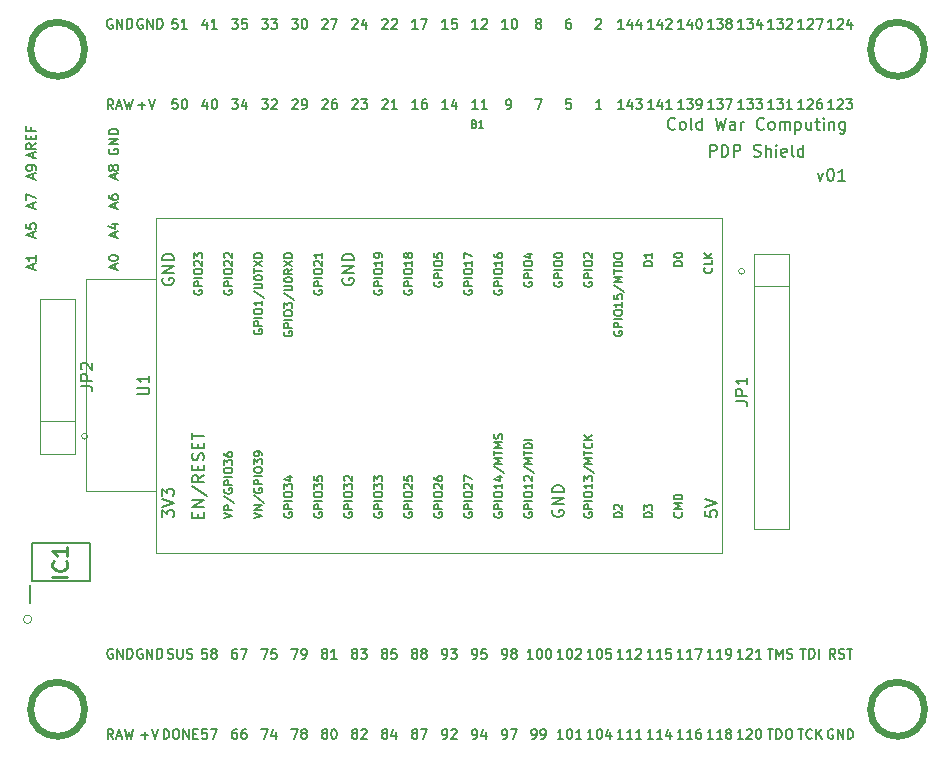
<source format=gto>
G04 #@! TF.GenerationSoftware,KiCad,Pcbnew,5.1.5+dfsg1-2build2*
G04 #@! TF.CreationDate,2021-09-29T22:56:56-05:00*
G04 #@! TF.ProjectId,PDP_Shield,5044505f-5368-4696-956c-642e6b696361,v01*
G04 #@! TF.SameCoordinates,Original*
G04 #@! TF.FileFunction,Legend,Top*
G04 #@! TF.FilePolarity,Positive*
%FSLAX46Y46*%
G04 Gerber Fmt 4.6, Leading zero omitted, Abs format (unit mm)*
G04 Created by KiCad (PCBNEW 5.1.5+dfsg1-2build2) date 2021-09-29 22:56:56*
%MOMM*%
%LPD*%
G04 APERTURE LIST*
%ADD10C,0.150000*%
%ADD11C,0.120000*%
%ADD12C,0.609600*%
%ADD13C,0.101600*%
%ADD14C,0.200000*%
%ADD15C,0.127000*%
%ADD16C,0.152400*%
%ADD17C,0.254000*%
G04 APERTURE END LIST*
D10*
X169751523Y-81319714D02*
X169989619Y-81986380D01*
X170227714Y-81319714D01*
X170799142Y-80986380D02*
X170894380Y-80986380D01*
X170989619Y-81034000D01*
X171037238Y-81081619D01*
X171084857Y-81176857D01*
X171132476Y-81367333D01*
X171132476Y-81605428D01*
X171084857Y-81795904D01*
X171037238Y-81891142D01*
X170989619Y-81938761D01*
X170894380Y-81986380D01*
X170799142Y-81986380D01*
X170703904Y-81938761D01*
X170656285Y-81891142D01*
X170608666Y-81795904D01*
X170561047Y-81605428D01*
X170561047Y-81367333D01*
X170608666Y-81176857D01*
X170656285Y-81081619D01*
X170703904Y-81034000D01*
X170799142Y-80986380D01*
X172084857Y-81986380D02*
X171513428Y-81986380D01*
X171799142Y-81986380D02*
X171799142Y-80986380D01*
X171703904Y-81129238D01*
X171608666Y-81224476D01*
X171513428Y-81272095D01*
X160639619Y-79954380D02*
X160639619Y-78954380D01*
X161020571Y-78954380D01*
X161115809Y-79002000D01*
X161163428Y-79049619D01*
X161211047Y-79144857D01*
X161211047Y-79287714D01*
X161163428Y-79382952D01*
X161115809Y-79430571D01*
X161020571Y-79478190D01*
X160639619Y-79478190D01*
X161639619Y-79954380D02*
X161639619Y-78954380D01*
X161877714Y-78954380D01*
X162020571Y-79002000D01*
X162115809Y-79097238D01*
X162163428Y-79192476D01*
X162211047Y-79382952D01*
X162211047Y-79525809D01*
X162163428Y-79716285D01*
X162115809Y-79811523D01*
X162020571Y-79906761D01*
X161877714Y-79954380D01*
X161639619Y-79954380D01*
X162639619Y-79954380D02*
X162639619Y-78954380D01*
X163020571Y-78954380D01*
X163115809Y-79002000D01*
X163163428Y-79049619D01*
X163211047Y-79144857D01*
X163211047Y-79287714D01*
X163163428Y-79382952D01*
X163115809Y-79430571D01*
X163020571Y-79478190D01*
X162639619Y-79478190D01*
X164353904Y-79906761D02*
X164496761Y-79954380D01*
X164734857Y-79954380D01*
X164830095Y-79906761D01*
X164877714Y-79859142D01*
X164925333Y-79763904D01*
X164925333Y-79668666D01*
X164877714Y-79573428D01*
X164830095Y-79525809D01*
X164734857Y-79478190D01*
X164544380Y-79430571D01*
X164449142Y-79382952D01*
X164401523Y-79335333D01*
X164353904Y-79240095D01*
X164353904Y-79144857D01*
X164401523Y-79049619D01*
X164449142Y-79002000D01*
X164544380Y-78954380D01*
X164782476Y-78954380D01*
X164925333Y-79002000D01*
X165353904Y-79954380D02*
X165353904Y-78954380D01*
X165782476Y-79954380D02*
X165782476Y-79430571D01*
X165734857Y-79335333D01*
X165639619Y-79287714D01*
X165496761Y-79287714D01*
X165401523Y-79335333D01*
X165353904Y-79382952D01*
X166258666Y-79954380D02*
X166258666Y-79287714D01*
X166258666Y-78954380D02*
X166211047Y-79002000D01*
X166258666Y-79049619D01*
X166306285Y-79002000D01*
X166258666Y-78954380D01*
X166258666Y-79049619D01*
X167115809Y-79906761D02*
X167020571Y-79954380D01*
X166830095Y-79954380D01*
X166734857Y-79906761D01*
X166687238Y-79811523D01*
X166687238Y-79430571D01*
X166734857Y-79335333D01*
X166830095Y-79287714D01*
X167020571Y-79287714D01*
X167115809Y-79335333D01*
X167163428Y-79430571D01*
X167163428Y-79525809D01*
X166687238Y-79621047D01*
X167734857Y-79954380D02*
X167639619Y-79906761D01*
X167592000Y-79811523D01*
X167592000Y-78954380D01*
X168544380Y-79954380D02*
X168544380Y-78954380D01*
X168544380Y-79906761D02*
X168449142Y-79954380D01*
X168258666Y-79954380D01*
X168163428Y-79906761D01*
X168115809Y-79859142D01*
X168068190Y-79763904D01*
X168068190Y-79478190D01*
X168115809Y-79382952D01*
X168163428Y-79335333D01*
X168258666Y-79287714D01*
X168449142Y-79287714D01*
X168544380Y-79335333D01*
X157687238Y-77573142D02*
X157639619Y-77620761D01*
X157496761Y-77668380D01*
X157401523Y-77668380D01*
X157258666Y-77620761D01*
X157163428Y-77525523D01*
X157115809Y-77430285D01*
X157068190Y-77239809D01*
X157068190Y-77096952D01*
X157115809Y-76906476D01*
X157163428Y-76811238D01*
X157258666Y-76716000D01*
X157401523Y-76668380D01*
X157496761Y-76668380D01*
X157639619Y-76716000D01*
X157687238Y-76763619D01*
X158258666Y-77668380D02*
X158163428Y-77620761D01*
X158115809Y-77573142D01*
X158068190Y-77477904D01*
X158068190Y-77192190D01*
X158115809Y-77096952D01*
X158163428Y-77049333D01*
X158258666Y-77001714D01*
X158401523Y-77001714D01*
X158496761Y-77049333D01*
X158544380Y-77096952D01*
X158592000Y-77192190D01*
X158592000Y-77477904D01*
X158544380Y-77573142D01*
X158496761Y-77620761D01*
X158401523Y-77668380D01*
X158258666Y-77668380D01*
X159163428Y-77668380D02*
X159068190Y-77620761D01*
X159020571Y-77525523D01*
X159020571Y-76668380D01*
X159972952Y-77668380D02*
X159972952Y-76668380D01*
X159972952Y-77620761D02*
X159877714Y-77668380D01*
X159687238Y-77668380D01*
X159592000Y-77620761D01*
X159544380Y-77573142D01*
X159496761Y-77477904D01*
X159496761Y-77192190D01*
X159544380Y-77096952D01*
X159592000Y-77049333D01*
X159687238Y-77001714D01*
X159877714Y-77001714D01*
X159972952Y-77049333D01*
X161115809Y-76668380D02*
X161353904Y-77668380D01*
X161544380Y-76954095D01*
X161734857Y-77668380D01*
X161972952Y-76668380D01*
X162782476Y-77668380D02*
X162782476Y-77144571D01*
X162734857Y-77049333D01*
X162639619Y-77001714D01*
X162449142Y-77001714D01*
X162353904Y-77049333D01*
X162782476Y-77620761D02*
X162687238Y-77668380D01*
X162449142Y-77668380D01*
X162353904Y-77620761D01*
X162306285Y-77525523D01*
X162306285Y-77430285D01*
X162353904Y-77335047D01*
X162449142Y-77287428D01*
X162687238Y-77287428D01*
X162782476Y-77239809D01*
X163258666Y-77668380D02*
X163258666Y-77001714D01*
X163258666Y-77192190D02*
X163306285Y-77096952D01*
X163353904Y-77049333D01*
X163449142Y-77001714D01*
X163544380Y-77001714D01*
X165211047Y-77573142D02*
X165163428Y-77620761D01*
X165020571Y-77668380D01*
X164925333Y-77668380D01*
X164782476Y-77620761D01*
X164687238Y-77525523D01*
X164639619Y-77430285D01*
X164592000Y-77239809D01*
X164592000Y-77096952D01*
X164639619Y-76906476D01*
X164687238Y-76811238D01*
X164782476Y-76716000D01*
X164925333Y-76668380D01*
X165020571Y-76668380D01*
X165163428Y-76716000D01*
X165211047Y-76763619D01*
X165782476Y-77668380D02*
X165687238Y-77620761D01*
X165639619Y-77573142D01*
X165592000Y-77477904D01*
X165592000Y-77192190D01*
X165639619Y-77096952D01*
X165687238Y-77049333D01*
X165782476Y-77001714D01*
X165925333Y-77001714D01*
X166020571Y-77049333D01*
X166068190Y-77096952D01*
X166115809Y-77192190D01*
X166115809Y-77477904D01*
X166068190Y-77573142D01*
X166020571Y-77620761D01*
X165925333Y-77668380D01*
X165782476Y-77668380D01*
X166544380Y-77668380D02*
X166544380Y-77001714D01*
X166544380Y-77096952D02*
X166592000Y-77049333D01*
X166687238Y-77001714D01*
X166830095Y-77001714D01*
X166925333Y-77049333D01*
X166972952Y-77144571D01*
X166972952Y-77668380D01*
X166972952Y-77144571D02*
X167020571Y-77049333D01*
X167115809Y-77001714D01*
X167258666Y-77001714D01*
X167353904Y-77049333D01*
X167401523Y-77144571D01*
X167401523Y-77668380D01*
X167877714Y-77001714D02*
X167877714Y-78001714D01*
X167877714Y-77049333D02*
X167972952Y-77001714D01*
X168163428Y-77001714D01*
X168258666Y-77049333D01*
X168306285Y-77096952D01*
X168353904Y-77192190D01*
X168353904Y-77477904D01*
X168306285Y-77573142D01*
X168258666Y-77620761D01*
X168163428Y-77668380D01*
X167972952Y-77668380D01*
X167877714Y-77620761D01*
X169211047Y-77001714D02*
X169211047Y-77668380D01*
X168782476Y-77001714D02*
X168782476Y-77525523D01*
X168830095Y-77620761D01*
X168925333Y-77668380D01*
X169068190Y-77668380D01*
X169163428Y-77620761D01*
X169211047Y-77573142D01*
X169544380Y-77001714D02*
X169925333Y-77001714D01*
X169687238Y-76668380D02*
X169687238Y-77525523D01*
X169734857Y-77620761D01*
X169830095Y-77668380D01*
X169925333Y-77668380D01*
X170258666Y-77668380D02*
X170258666Y-77001714D01*
X170258666Y-76668380D02*
X170211047Y-76716000D01*
X170258666Y-76763619D01*
X170306285Y-76716000D01*
X170258666Y-76668380D01*
X170258666Y-76763619D01*
X170734857Y-77001714D02*
X170734857Y-77668380D01*
X170734857Y-77096952D02*
X170782476Y-77049333D01*
X170877714Y-77001714D01*
X171020571Y-77001714D01*
X171115809Y-77049333D01*
X171163428Y-77144571D01*
X171163428Y-77668380D01*
X172068190Y-77001714D02*
X172068190Y-77811238D01*
X172020571Y-77906476D01*
X171972952Y-77954095D01*
X171877714Y-78001714D01*
X171734857Y-78001714D01*
X171639619Y-77954095D01*
X172068190Y-77620761D02*
X171972952Y-77668380D01*
X171782476Y-77668380D01*
X171687238Y-77620761D01*
X171639619Y-77573142D01*
X171592000Y-77477904D01*
X171592000Y-77192190D01*
X171639619Y-77096952D01*
X171687238Y-77049333D01*
X171782476Y-77001714D01*
X171972952Y-77001714D01*
X172068190Y-77049333D01*
D11*
X103229210Y-119126000D02*
G75*
G03X103229210Y-119126000I-359210J0D01*
G01*
D12*
X178818540Y-126746000D02*
G75*
G03X178818540Y-126746000I-2288540J0D01*
G01*
X178818540Y-126746000D02*
G75*
G03X178818540Y-126746000I-2288540J0D01*
G01*
X178818540Y-70866000D02*
G75*
G03X178818540Y-70866000I-2288540J0D01*
G01*
X178818540Y-70866000D02*
G75*
G03X178818540Y-70866000I-2288540J0D01*
G01*
X107698540Y-126746000D02*
G75*
G03X107698540Y-126746000I-2288540J0D01*
G01*
X107698540Y-126746000D02*
G75*
G03X107698540Y-126746000I-2288540J0D01*
G01*
X107698540Y-70866000D02*
G75*
G03X107698540Y-70866000I-2288540J0D01*
G01*
X107698540Y-70866000D02*
G75*
G03X107698540Y-70866000I-2288540J0D01*
G01*
D11*
X161630720Y-113510320D02*
X161630720Y-85110321D01*
X161630720Y-85110321D02*
X113710720Y-85110320D01*
X113710720Y-85110320D02*
X113710720Y-113510319D01*
X113710720Y-113510319D02*
X161630720Y-113510320D01*
X113690400Y-108280200D02*
X107797600Y-108280200D01*
X107797600Y-108280200D02*
X107797600Y-90297000D01*
X107797600Y-90297000D02*
X113690400Y-90297000D01*
D13*
X107950000Y-103632000D02*
G75*
G03X107950000Y-103632000I-254000J0D01*
G01*
D11*
X103910000Y-102362000D02*
X106910000Y-102362000D01*
X106910000Y-105132000D02*
X103910000Y-105132000D01*
X106910000Y-91972000D02*
X106910000Y-105132000D01*
X103910000Y-91972000D02*
X106910000Y-91972000D01*
X103910000Y-105132000D02*
X103910000Y-91972000D01*
D13*
X163576000Y-89662000D02*
G75*
G03X163576000Y-89662000I-254000J0D01*
G01*
D11*
X167362000Y-90932000D02*
X164362000Y-90932000D01*
X164362000Y-88162000D02*
X167362000Y-88162000D01*
X164362000Y-111482000D02*
X164362000Y-88162000D01*
X167362000Y-111482000D02*
X164362000Y-111482000D01*
X167362000Y-88162000D02*
X167362000Y-111482000D01*
D14*
X103059000Y-117775000D02*
X103059000Y-116250000D01*
X108114000Y-115900000D02*
X103214000Y-115900000D01*
X108114000Y-112700000D02*
X108114000Y-115900000D01*
X103214000Y-112700000D02*
X108114000Y-112700000D01*
X103214000Y-115900000D02*
X103214000Y-112700000D01*
D15*
X140723257Y-77172457D02*
X140810342Y-77201485D01*
X140839371Y-77230514D01*
X140868400Y-77288571D01*
X140868400Y-77375657D01*
X140839371Y-77433714D01*
X140810342Y-77462742D01*
X140752285Y-77491771D01*
X140520057Y-77491771D01*
X140520057Y-76882171D01*
X140723257Y-76882171D01*
X140781314Y-76911200D01*
X140810342Y-76940228D01*
X140839371Y-76998285D01*
X140839371Y-77056342D01*
X140810342Y-77114400D01*
X140781314Y-77143428D01*
X140723257Y-77172457D01*
X140520057Y-77172457D01*
X141448971Y-77491771D02*
X141100628Y-77491771D01*
X141274800Y-77491771D02*
X141274800Y-76882171D01*
X141216742Y-76969257D01*
X141158685Y-77027314D01*
X141100628Y-77056342D01*
D16*
X110073923Y-121678700D02*
X109996514Y-121639995D01*
X109880400Y-121639995D01*
X109764285Y-121678700D01*
X109686876Y-121756109D01*
X109648171Y-121833519D01*
X109609466Y-121988338D01*
X109609466Y-122104452D01*
X109648171Y-122259271D01*
X109686876Y-122336680D01*
X109764285Y-122414090D01*
X109880400Y-122452795D01*
X109957809Y-122452795D01*
X110073923Y-122414090D01*
X110112628Y-122375385D01*
X110112628Y-122104452D01*
X109957809Y-122104452D01*
X110460971Y-122452795D02*
X110460971Y-121639995D01*
X110925428Y-122452795D01*
X110925428Y-121639995D01*
X111312476Y-122452795D02*
X111312476Y-121639995D01*
X111506000Y-121639995D01*
X111622114Y-121678700D01*
X111699523Y-121756109D01*
X111738228Y-121833519D01*
X111776933Y-121988338D01*
X111776933Y-122104452D01*
X111738228Y-122259271D01*
X111699523Y-122336680D01*
X111622114Y-122414090D01*
X111506000Y-122452795D01*
X111312476Y-122452795D01*
X103345826Y-80033101D02*
X103345826Y-79646054D01*
X103578055Y-80110511D02*
X102765255Y-79839578D01*
X103578055Y-79568644D01*
X103578055Y-78833254D02*
X103191007Y-79104187D01*
X103578055Y-79297711D02*
X102765255Y-79297711D01*
X102765255Y-78988073D01*
X102803960Y-78910663D01*
X102842664Y-78871959D01*
X102920074Y-78833254D01*
X103036188Y-78833254D01*
X103113598Y-78871959D01*
X103152302Y-78910663D01*
X103191007Y-78988073D01*
X103191007Y-79297711D01*
X103152302Y-78484911D02*
X103152302Y-78213978D01*
X103578055Y-78097863D02*
X103578055Y-78484911D01*
X102765255Y-78484911D01*
X102765255Y-78097863D01*
X103152302Y-77478587D02*
X103152302Y-77749520D01*
X103578055Y-77749520D02*
X102765255Y-77749520D01*
X102765255Y-77362473D01*
X109766100Y-79305936D02*
X109727395Y-79383345D01*
X109727395Y-79499460D01*
X109766100Y-79615574D01*
X109843509Y-79692983D01*
X109920919Y-79731688D01*
X110075738Y-79770393D01*
X110191852Y-79770393D01*
X110346671Y-79731688D01*
X110424080Y-79692983D01*
X110501490Y-79615574D01*
X110540195Y-79499460D01*
X110540195Y-79422050D01*
X110501490Y-79305936D01*
X110462785Y-79267231D01*
X110191852Y-79267231D01*
X110191852Y-79422050D01*
X110540195Y-78918888D02*
X109727395Y-78918888D01*
X110540195Y-78454431D01*
X109727395Y-78454431D01*
X110540195Y-78067383D02*
X109727395Y-78067383D01*
X109727395Y-77873860D01*
X109766100Y-77757745D01*
X109843509Y-77680336D01*
X109920919Y-77641631D01*
X110075738Y-77602926D01*
X110191852Y-77602926D01*
X110346671Y-77641631D01*
X110424080Y-77680336D01*
X110501490Y-77757745D01*
X110540195Y-77873860D01*
X110540195Y-78067383D01*
X110307966Y-81825011D02*
X110307966Y-81437963D01*
X110540195Y-81902420D02*
X109727395Y-81631487D01*
X110540195Y-81360554D01*
X110075738Y-80973506D02*
X110037033Y-81050916D01*
X109998328Y-81089620D01*
X109920919Y-81128325D01*
X109882214Y-81128325D01*
X109804804Y-81089620D01*
X109766100Y-81050916D01*
X109727395Y-80973506D01*
X109727395Y-80818687D01*
X109766100Y-80741278D01*
X109804804Y-80702573D01*
X109882214Y-80663868D01*
X109920919Y-80663868D01*
X109998328Y-80702573D01*
X110037033Y-80741278D01*
X110075738Y-80818687D01*
X110075738Y-80973506D01*
X110114442Y-81050916D01*
X110153147Y-81089620D01*
X110230557Y-81128325D01*
X110385376Y-81128325D01*
X110462785Y-81089620D01*
X110501490Y-81050916D01*
X110540195Y-80973506D01*
X110540195Y-80818687D01*
X110501490Y-80741278D01*
X110462785Y-80702573D01*
X110385376Y-80663868D01*
X110230557Y-80663868D01*
X110153147Y-80702573D01*
X110114442Y-80741278D01*
X110075738Y-80818687D01*
X103345826Y-84286271D02*
X103345826Y-83899223D01*
X103578055Y-84363680D02*
X102765255Y-84092747D01*
X103578055Y-83821814D01*
X102765255Y-83628290D02*
X102765255Y-83086423D01*
X103578055Y-83434766D01*
X110307966Y-84286271D02*
X110307966Y-83899223D01*
X110540195Y-84363680D02*
X109727395Y-84092747D01*
X110540195Y-83821814D01*
X109727395Y-83202538D02*
X109727395Y-83357357D01*
X109766100Y-83434766D01*
X109804804Y-83473471D01*
X109920919Y-83550880D01*
X110075738Y-83589585D01*
X110385376Y-83589585D01*
X110462785Y-83550880D01*
X110501490Y-83512176D01*
X110540195Y-83434766D01*
X110540195Y-83279947D01*
X110501490Y-83202538D01*
X110462785Y-83163833D01*
X110385376Y-83125128D01*
X110191852Y-83125128D01*
X110114442Y-83163833D01*
X110075738Y-83202538D01*
X110037033Y-83279947D01*
X110037033Y-83434766D01*
X110075738Y-83512176D01*
X110114442Y-83550880D01*
X110191852Y-83589585D01*
X103345826Y-86744991D02*
X103345826Y-86357943D01*
X103578055Y-86822400D02*
X102765255Y-86551467D01*
X103578055Y-86280534D01*
X102765255Y-85622553D02*
X102765255Y-86009600D01*
X103152302Y-86048305D01*
X103113598Y-86009600D01*
X103074893Y-85932191D01*
X103074893Y-85738667D01*
X103113598Y-85661258D01*
X103152302Y-85622553D01*
X103229712Y-85583848D01*
X103423236Y-85583848D01*
X103500645Y-85622553D01*
X103539350Y-85661258D01*
X103578055Y-85738667D01*
X103578055Y-85932191D01*
X103539350Y-86009600D01*
X103500645Y-86048305D01*
X110307966Y-86744991D02*
X110307966Y-86357943D01*
X110540195Y-86822400D02*
X109727395Y-86551467D01*
X110540195Y-86280534D01*
X109998328Y-85661258D02*
X110540195Y-85661258D01*
X109688690Y-85854781D02*
X110269261Y-86048305D01*
X110269261Y-85545143D01*
X103345826Y-89455171D02*
X103345826Y-89068123D01*
X103578055Y-89532580D02*
X102765255Y-89261647D01*
X103578055Y-88990714D01*
X103578055Y-88294028D02*
X103578055Y-88758485D01*
X103578055Y-88526257D02*
X102765255Y-88526257D01*
X102881369Y-88603666D01*
X102958779Y-88681076D01*
X102997483Y-88758485D01*
X103345826Y-81825011D02*
X103345826Y-81437963D01*
X103578055Y-81902420D02*
X102765255Y-81631487D01*
X103578055Y-81360554D01*
X103578055Y-81050916D02*
X103578055Y-80896097D01*
X103539350Y-80818687D01*
X103500645Y-80779982D01*
X103384531Y-80702573D01*
X103229712Y-80663868D01*
X102920074Y-80663868D01*
X102842664Y-80702573D01*
X102803960Y-80741278D01*
X102765255Y-80818687D01*
X102765255Y-80973506D01*
X102803960Y-81050916D01*
X102842664Y-81089620D01*
X102920074Y-81128325D01*
X103113598Y-81128325D01*
X103191007Y-81089620D01*
X103229712Y-81050916D01*
X103268417Y-80973506D01*
X103268417Y-80818687D01*
X103229712Y-80741278D01*
X103191007Y-80702573D01*
X103113598Y-80663868D01*
X110307966Y-89455171D02*
X110307966Y-89068123D01*
X110540195Y-89532580D02*
X109727395Y-89261647D01*
X110540195Y-88990714D01*
X109727395Y-88564961D02*
X109727395Y-88487552D01*
X109766100Y-88410142D01*
X109804804Y-88371438D01*
X109882214Y-88332733D01*
X110037033Y-88294028D01*
X110230557Y-88294028D01*
X110385376Y-88332733D01*
X110462785Y-88371438D01*
X110501490Y-88410142D01*
X110540195Y-88487552D01*
X110540195Y-88564961D01*
X110501490Y-88642371D01*
X110462785Y-88681076D01*
X110385376Y-88719780D01*
X110230557Y-88758485D01*
X110037033Y-88758485D01*
X109882214Y-88719780D01*
X109804804Y-88681076D01*
X109766100Y-88642371D01*
X109727395Y-88564961D01*
X114379223Y-129247295D02*
X114379223Y-128434495D01*
X114572747Y-128434495D01*
X114688861Y-128473200D01*
X114766271Y-128550609D01*
X114804976Y-128628019D01*
X114843680Y-128782838D01*
X114843680Y-128898952D01*
X114804976Y-129053771D01*
X114766271Y-129131180D01*
X114688861Y-129208590D01*
X114572747Y-129247295D01*
X114379223Y-129247295D01*
X115346842Y-128434495D02*
X115501661Y-128434495D01*
X115579071Y-128473200D01*
X115656480Y-128550609D01*
X115695185Y-128705428D01*
X115695185Y-128976361D01*
X115656480Y-129131180D01*
X115579071Y-129208590D01*
X115501661Y-129247295D01*
X115346842Y-129247295D01*
X115269433Y-129208590D01*
X115192023Y-129131180D01*
X115153319Y-128976361D01*
X115153319Y-128705428D01*
X115192023Y-128550609D01*
X115269433Y-128473200D01*
X115346842Y-128434495D01*
X116043528Y-129247295D02*
X116043528Y-128434495D01*
X116507985Y-129247295D01*
X116507985Y-128434495D01*
X116895033Y-128821542D02*
X117165966Y-128821542D01*
X117282080Y-129247295D02*
X116895033Y-129247295D01*
X116895033Y-128434495D01*
X117282080Y-128434495D01*
X114735791Y-122414090D02*
X114851905Y-122452795D01*
X115045429Y-122452795D01*
X115122839Y-122414090D01*
X115161543Y-122375385D01*
X115200248Y-122297976D01*
X115200248Y-122220566D01*
X115161543Y-122143157D01*
X115122839Y-122104452D01*
X115045429Y-122065747D01*
X114890610Y-122027042D01*
X114813200Y-121988338D01*
X114774496Y-121949633D01*
X114735791Y-121872223D01*
X114735791Y-121794814D01*
X114774496Y-121717404D01*
X114813200Y-121678700D01*
X114890610Y-121639995D01*
X115084134Y-121639995D01*
X115200248Y-121678700D01*
X115548591Y-121639995D02*
X115548591Y-122297976D01*
X115587296Y-122375385D01*
X115626000Y-122414090D01*
X115703410Y-122452795D01*
X115858229Y-122452795D01*
X115935639Y-122414090D01*
X115974343Y-122375385D01*
X116013048Y-122297976D01*
X116013048Y-121639995D01*
X116361391Y-122414090D02*
X116477505Y-122452795D01*
X116671029Y-122452795D01*
X116748439Y-122414090D01*
X116787143Y-122375385D01*
X116825848Y-122297976D01*
X116825848Y-122220566D01*
X116787143Y-122143157D01*
X116748439Y-122104452D01*
X116671029Y-122065747D01*
X116516210Y-122027042D01*
X116438800Y-121988338D01*
X116400096Y-121949633D01*
X116361391Y-121872223D01*
X116361391Y-121794814D01*
X116400096Y-121717404D01*
X116438800Y-121678700D01*
X116516210Y-121639995D01*
X116709734Y-121639995D01*
X116825848Y-121678700D01*
X168096111Y-128434495D02*
X168560568Y-128434495D01*
X168328340Y-129247295D02*
X168328340Y-128434495D01*
X169295959Y-129169885D02*
X169257254Y-129208590D01*
X169141140Y-129247295D01*
X169063730Y-129247295D01*
X168947616Y-129208590D01*
X168870206Y-129131180D01*
X168831501Y-129053771D01*
X168792797Y-128898952D01*
X168792797Y-128782838D01*
X168831501Y-128628019D01*
X168870206Y-128550609D01*
X168947616Y-128473200D01*
X169063730Y-128434495D01*
X169141140Y-128434495D01*
X169257254Y-128473200D01*
X169295959Y-128511904D01*
X169644301Y-129247295D02*
X169644301Y-128434495D01*
X170108759Y-129247295D02*
X169760416Y-128782838D01*
X170108759Y-128434495D02*
X169644301Y-128898952D01*
X168308987Y-121639995D02*
X168773444Y-121639995D01*
X168541216Y-122452795D02*
X168541216Y-121639995D01*
X169044378Y-122452795D02*
X169044378Y-121639995D01*
X169237901Y-121639995D01*
X169354016Y-121678700D01*
X169431425Y-121756109D01*
X169470130Y-121833519D01*
X169508835Y-121988338D01*
X169508835Y-122104452D01*
X169470130Y-122259271D01*
X169431425Y-122336680D01*
X169354016Y-122414090D01*
X169237901Y-122452795D01*
X169044378Y-122452795D01*
X169857178Y-122452795D02*
X169857178Y-121639995D01*
X171061863Y-128473200D02*
X170984454Y-128434495D01*
X170868340Y-128434495D01*
X170752225Y-128473200D01*
X170674816Y-128550609D01*
X170636111Y-128628019D01*
X170597406Y-128782838D01*
X170597406Y-128898952D01*
X170636111Y-129053771D01*
X170674816Y-129131180D01*
X170752225Y-129208590D01*
X170868340Y-129247295D01*
X170945749Y-129247295D01*
X171061863Y-129208590D01*
X171100568Y-129169885D01*
X171100568Y-128898952D01*
X170945749Y-128898952D01*
X171448911Y-129247295D02*
X171448911Y-128434495D01*
X171913368Y-129247295D01*
X171913368Y-128434495D01*
X172300416Y-129247295D02*
X172300416Y-128434495D01*
X172493940Y-128434495D01*
X172610054Y-128473200D01*
X172687463Y-128550609D01*
X172726168Y-128628019D01*
X172764873Y-128782838D01*
X172764873Y-128898952D01*
X172726168Y-129053771D01*
X172687463Y-129131180D01*
X172610054Y-129208590D01*
X172493940Y-129247295D01*
X172300416Y-129247295D01*
X171236035Y-122452795D02*
X170965101Y-122065747D01*
X170771578Y-122452795D02*
X170771578Y-121639995D01*
X171081216Y-121639995D01*
X171158625Y-121678700D01*
X171197330Y-121717404D01*
X171236035Y-121794814D01*
X171236035Y-121910928D01*
X171197330Y-121988338D01*
X171158625Y-122027042D01*
X171081216Y-122065747D01*
X170771578Y-122065747D01*
X171545673Y-122414090D02*
X171661787Y-122452795D01*
X171855311Y-122452795D01*
X171932720Y-122414090D01*
X171971425Y-122375385D01*
X172010130Y-122297976D01*
X172010130Y-122220566D01*
X171971425Y-122143157D01*
X171932720Y-122104452D01*
X171855311Y-122065747D01*
X171700492Y-122027042D01*
X171623082Y-121988338D01*
X171584378Y-121949633D01*
X171545673Y-121872223D01*
X171545673Y-121794814D01*
X171584378Y-121717404D01*
X171623082Y-121678700D01*
X171700492Y-121639995D01*
X171894016Y-121639995D01*
X172010130Y-121678700D01*
X172242359Y-121639995D02*
X172706816Y-121639995D01*
X172474587Y-122452795D02*
X172474587Y-121639995D01*
X165536759Y-128434495D02*
X166001216Y-128434495D01*
X165768987Y-129247295D02*
X165768987Y-128434495D01*
X166272149Y-129247295D02*
X166272149Y-128434495D01*
X166465673Y-128434495D01*
X166581787Y-128473200D01*
X166659197Y-128550609D01*
X166697901Y-128628019D01*
X166736606Y-128782838D01*
X166736606Y-128898952D01*
X166697901Y-129053771D01*
X166659197Y-129131180D01*
X166581787Y-129208590D01*
X166465673Y-129247295D01*
X166272149Y-129247295D01*
X167239768Y-128434495D02*
X167394587Y-128434495D01*
X167471997Y-128473200D01*
X167549406Y-128550609D01*
X167588111Y-128705428D01*
X167588111Y-128976361D01*
X167549406Y-129131180D01*
X167471997Y-129208590D01*
X167394587Y-129247295D01*
X167239768Y-129247295D01*
X167162359Y-129208590D01*
X167084949Y-129131180D01*
X167046244Y-128976361D01*
X167046244Y-128705428D01*
X167084949Y-128550609D01*
X167162359Y-128473200D01*
X167239768Y-128434495D01*
X165517406Y-121639995D02*
X165981863Y-121639995D01*
X165749635Y-122452795D02*
X165749635Y-121639995D01*
X166252797Y-122452795D02*
X166252797Y-121639995D01*
X166523730Y-122220566D01*
X166794663Y-121639995D01*
X166794663Y-122452795D01*
X167143006Y-122414090D02*
X167259120Y-122452795D01*
X167452644Y-122452795D01*
X167530054Y-122414090D01*
X167568759Y-122375385D01*
X167607463Y-122297976D01*
X167607463Y-122220566D01*
X167568759Y-122143157D01*
X167530054Y-122104452D01*
X167452644Y-122065747D01*
X167297825Y-122027042D01*
X167220416Y-121988338D01*
X167181711Y-121949633D01*
X167143006Y-121872223D01*
X167143006Y-121794814D01*
X167181711Y-121717404D01*
X167220416Y-121678700D01*
X167297825Y-121639995D01*
X167491349Y-121639995D01*
X167607463Y-121678700D01*
X110129440Y-129247295D02*
X109858507Y-128860247D01*
X109664983Y-129247295D02*
X109664983Y-128434495D01*
X109974621Y-128434495D01*
X110052031Y-128473200D01*
X110090736Y-128511904D01*
X110129440Y-128589314D01*
X110129440Y-128705428D01*
X110090736Y-128782838D01*
X110052031Y-128821542D01*
X109974621Y-128860247D01*
X109664983Y-128860247D01*
X110439079Y-129015066D02*
X110826126Y-129015066D01*
X110361669Y-129247295D02*
X110632602Y-128434495D01*
X110903536Y-129247295D01*
X111097060Y-128434495D02*
X111290583Y-129247295D01*
X111445402Y-128666723D01*
X111600221Y-129247295D01*
X111793745Y-128434495D01*
X160910693Y-129247295D02*
X160446236Y-129247295D01*
X160678464Y-129247295D02*
X160678464Y-128434495D01*
X160601055Y-128550609D01*
X160523645Y-128628019D01*
X160446236Y-128666723D01*
X161684788Y-129247295D02*
X161220331Y-129247295D01*
X161452560Y-129247295D02*
X161452560Y-128434495D01*
X161375150Y-128550609D01*
X161297740Y-128628019D01*
X161220331Y-128666723D01*
X162149245Y-128782838D02*
X162071836Y-128744133D01*
X162033131Y-128705428D01*
X161994426Y-128628019D01*
X161994426Y-128589314D01*
X162033131Y-128511904D01*
X162071836Y-128473200D01*
X162149245Y-128434495D01*
X162304064Y-128434495D01*
X162381474Y-128473200D01*
X162420179Y-128511904D01*
X162458883Y-128589314D01*
X162458883Y-128628019D01*
X162420179Y-128705428D01*
X162381474Y-128744133D01*
X162304064Y-128782838D01*
X162149245Y-128782838D01*
X162071836Y-128821542D01*
X162033131Y-128860247D01*
X161994426Y-128937657D01*
X161994426Y-129092476D01*
X162033131Y-129169885D01*
X162071836Y-129208590D01*
X162149245Y-129247295D01*
X162304064Y-129247295D01*
X162381474Y-129208590D01*
X162420179Y-129169885D01*
X162458883Y-129092476D01*
X162458883Y-128937657D01*
X162420179Y-128860247D01*
X162381474Y-128821542D01*
X162304064Y-128782838D01*
X160910693Y-122452795D02*
X160446236Y-122452795D01*
X160678464Y-122452795D02*
X160678464Y-121639995D01*
X160601055Y-121756109D01*
X160523645Y-121833519D01*
X160446236Y-121872223D01*
X161684788Y-122452795D02*
X161220331Y-122452795D01*
X161452560Y-122452795D02*
X161452560Y-121639995D01*
X161375150Y-121756109D01*
X161297740Y-121833519D01*
X161220331Y-121872223D01*
X162071836Y-122452795D02*
X162226655Y-122452795D01*
X162304064Y-122414090D01*
X162342769Y-122375385D01*
X162420179Y-122259271D01*
X162458883Y-122104452D01*
X162458883Y-121794814D01*
X162420179Y-121717404D01*
X162381474Y-121678700D01*
X162304064Y-121639995D01*
X162149245Y-121639995D01*
X162071836Y-121678700D01*
X162033131Y-121717404D01*
X161994426Y-121794814D01*
X161994426Y-121988338D01*
X162033131Y-122065747D01*
X162071836Y-122104452D01*
X162149245Y-122143157D01*
X162304064Y-122143157D01*
X162381474Y-122104452D01*
X162420179Y-122065747D01*
X162458883Y-121988338D01*
X163450693Y-129247295D02*
X162986236Y-129247295D01*
X163218464Y-129247295D02*
X163218464Y-128434495D01*
X163141055Y-128550609D01*
X163063645Y-128628019D01*
X162986236Y-128666723D01*
X163760331Y-128511904D02*
X163799036Y-128473200D01*
X163876445Y-128434495D01*
X164069969Y-128434495D01*
X164147379Y-128473200D01*
X164186083Y-128511904D01*
X164224788Y-128589314D01*
X164224788Y-128666723D01*
X164186083Y-128782838D01*
X163721626Y-129247295D01*
X164224788Y-129247295D01*
X164727950Y-128434495D02*
X164805360Y-128434495D01*
X164882769Y-128473200D01*
X164921474Y-128511904D01*
X164960179Y-128589314D01*
X164998883Y-128744133D01*
X164998883Y-128937657D01*
X164960179Y-129092476D01*
X164921474Y-129169885D01*
X164882769Y-129208590D01*
X164805360Y-129247295D01*
X164727950Y-129247295D01*
X164650540Y-129208590D01*
X164611836Y-129169885D01*
X164573131Y-129092476D01*
X164534426Y-128937657D01*
X164534426Y-128744133D01*
X164573131Y-128589314D01*
X164611836Y-128511904D01*
X164650540Y-128473200D01*
X164727950Y-128434495D01*
X163450693Y-122452795D02*
X162986236Y-122452795D01*
X163218464Y-122452795D02*
X163218464Y-121639995D01*
X163141055Y-121756109D01*
X163063645Y-121833519D01*
X162986236Y-121872223D01*
X163760331Y-121717404D02*
X163799036Y-121678700D01*
X163876445Y-121639995D01*
X164069969Y-121639995D01*
X164147379Y-121678700D01*
X164186083Y-121717404D01*
X164224788Y-121794814D01*
X164224788Y-121872223D01*
X164186083Y-121988338D01*
X163721626Y-122452795D01*
X164224788Y-122452795D01*
X164998883Y-122452795D02*
X164534426Y-122452795D01*
X164766655Y-122452795D02*
X164766655Y-121639995D01*
X164689245Y-121756109D01*
X164611836Y-121833519D01*
X164534426Y-121872223D01*
X158370693Y-129247295D02*
X157906236Y-129247295D01*
X158138464Y-129247295D02*
X158138464Y-128434495D01*
X158061055Y-128550609D01*
X157983645Y-128628019D01*
X157906236Y-128666723D01*
X159144788Y-129247295D02*
X158680331Y-129247295D01*
X158912560Y-129247295D02*
X158912560Y-128434495D01*
X158835150Y-128550609D01*
X158757740Y-128628019D01*
X158680331Y-128666723D01*
X159841474Y-128434495D02*
X159686655Y-128434495D01*
X159609245Y-128473200D01*
X159570540Y-128511904D01*
X159493131Y-128628019D01*
X159454426Y-128782838D01*
X159454426Y-129092476D01*
X159493131Y-129169885D01*
X159531836Y-129208590D01*
X159609245Y-129247295D01*
X159764064Y-129247295D01*
X159841474Y-129208590D01*
X159880179Y-129169885D01*
X159918883Y-129092476D01*
X159918883Y-128898952D01*
X159880179Y-128821542D01*
X159841474Y-128782838D01*
X159764064Y-128744133D01*
X159609245Y-128744133D01*
X159531836Y-128782838D01*
X159493131Y-128821542D01*
X159454426Y-128898952D01*
X158370693Y-122452795D02*
X157906236Y-122452795D01*
X158138464Y-122452795D02*
X158138464Y-121639995D01*
X158061055Y-121756109D01*
X157983645Y-121833519D01*
X157906236Y-121872223D01*
X159144788Y-122452795D02*
X158680331Y-122452795D01*
X158912560Y-122452795D02*
X158912560Y-121639995D01*
X158835150Y-121756109D01*
X158757740Y-121833519D01*
X158680331Y-121872223D01*
X159415721Y-121639995D02*
X159957588Y-121639995D01*
X159609245Y-122452795D01*
X155830693Y-129247295D02*
X155366236Y-129247295D01*
X155598464Y-129247295D02*
X155598464Y-128434495D01*
X155521055Y-128550609D01*
X155443645Y-128628019D01*
X155366236Y-128666723D01*
X156604788Y-129247295D02*
X156140331Y-129247295D01*
X156372560Y-129247295D02*
X156372560Y-128434495D01*
X156295150Y-128550609D01*
X156217740Y-128628019D01*
X156140331Y-128666723D01*
X157301474Y-128705428D02*
X157301474Y-129247295D01*
X157107950Y-128395790D02*
X156914426Y-128976361D01*
X157417588Y-128976361D01*
X155830693Y-122452795D02*
X155366236Y-122452795D01*
X155598464Y-122452795D02*
X155598464Y-121639995D01*
X155521055Y-121756109D01*
X155443645Y-121833519D01*
X155366236Y-121872223D01*
X156604788Y-122452795D02*
X156140331Y-122452795D01*
X156372560Y-122452795D02*
X156372560Y-121639995D01*
X156295150Y-121756109D01*
X156217740Y-121833519D01*
X156140331Y-121872223D01*
X157340179Y-121639995D02*
X156953131Y-121639995D01*
X156914426Y-122027042D01*
X156953131Y-121988338D01*
X157030540Y-121949633D01*
X157224064Y-121949633D01*
X157301474Y-121988338D01*
X157340179Y-122027042D01*
X157378883Y-122104452D01*
X157378883Y-122297976D01*
X157340179Y-122375385D01*
X157301474Y-122414090D01*
X157224064Y-122452795D01*
X157030540Y-122452795D01*
X156953131Y-122414090D01*
X156914426Y-122375385D01*
X153290693Y-129247295D02*
X152826236Y-129247295D01*
X153058464Y-129247295D02*
X153058464Y-128434495D01*
X152981055Y-128550609D01*
X152903645Y-128628019D01*
X152826236Y-128666723D01*
X154064788Y-129247295D02*
X153600331Y-129247295D01*
X153832560Y-129247295D02*
X153832560Y-128434495D01*
X153755150Y-128550609D01*
X153677740Y-128628019D01*
X153600331Y-128666723D01*
X154838883Y-129247295D02*
X154374426Y-129247295D01*
X154606655Y-129247295D02*
X154606655Y-128434495D01*
X154529245Y-128550609D01*
X154451836Y-128628019D01*
X154374426Y-128666723D01*
X153290693Y-122452795D02*
X152826236Y-122452795D01*
X153058464Y-122452795D02*
X153058464Y-121639995D01*
X152981055Y-121756109D01*
X152903645Y-121833519D01*
X152826236Y-121872223D01*
X154064788Y-122452795D02*
X153600331Y-122452795D01*
X153832560Y-122452795D02*
X153832560Y-121639995D01*
X153755150Y-121756109D01*
X153677740Y-121833519D01*
X153600331Y-121872223D01*
X154374426Y-121717404D02*
X154413131Y-121678700D01*
X154490540Y-121639995D01*
X154684064Y-121639995D01*
X154761474Y-121678700D01*
X154800179Y-121717404D01*
X154838883Y-121794814D01*
X154838883Y-121872223D01*
X154800179Y-121988338D01*
X154335721Y-122452795D01*
X154838883Y-122452795D01*
X150750693Y-129247295D02*
X150286236Y-129247295D01*
X150518464Y-129247295D02*
X150518464Y-128434495D01*
X150441055Y-128550609D01*
X150363645Y-128628019D01*
X150286236Y-128666723D01*
X151253855Y-128434495D02*
X151331264Y-128434495D01*
X151408674Y-128473200D01*
X151447379Y-128511904D01*
X151486083Y-128589314D01*
X151524788Y-128744133D01*
X151524788Y-128937657D01*
X151486083Y-129092476D01*
X151447379Y-129169885D01*
X151408674Y-129208590D01*
X151331264Y-129247295D01*
X151253855Y-129247295D01*
X151176445Y-129208590D01*
X151137740Y-129169885D01*
X151099036Y-129092476D01*
X151060331Y-128937657D01*
X151060331Y-128744133D01*
X151099036Y-128589314D01*
X151137740Y-128511904D01*
X151176445Y-128473200D01*
X151253855Y-128434495D01*
X152221474Y-128705428D02*
X152221474Y-129247295D01*
X152027950Y-128395790D02*
X151834426Y-128976361D01*
X152337588Y-128976361D01*
X150750693Y-122452795D02*
X150286236Y-122452795D01*
X150518464Y-122452795D02*
X150518464Y-121639995D01*
X150441055Y-121756109D01*
X150363645Y-121833519D01*
X150286236Y-121872223D01*
X151253855Y-121639995D02*
X151331264Y-121639995D01*
X151408674Y-121678700D01*
X151447379Y-121717404D01*
X151486083Y-121794814D01*
X151524788Y-121949633D01*
X151524788Y-122143157D01*
X151486083Y-122297976D01*
X151447379Y-122375385D01*
X151408674Y-122414090D01*
X151331264Y-122452795D01*
X151253855Y-122452795D01*
X151176445Y-122414090D01*
X151137740Y-122375385D01*
X151099036Y-122297976D01*
X151060331Y-122143157D01*
X151060331Y-121949633D01*
X151099036Y-121794814D01*
X151137740Y-121717404D01*
X151176445Y-121678700D01*
X151253855Y-121639995D01*
X152260179Y-121639995D02*
X151873131Y-121639995D01*
X151834426Y-122027042D01*
X151873131Y-121988338D01*
X151950540Y-121949633D01*
X152144064Y-121949633D01*
X152221474Y-121988338D01*
X152260179Y-122027042D01*
X152298883Y-122104452D01*
X152298883Y-122297976D01*
X152260179Y-122375385D01*
X152221474Y-122414090D01*
X152144064Y-122452795D01*
X151950540Y-122452795D01*
X151873131Y-122414090D01*
X151834426Y-122375385D01*
X148210693Y-129247295D02*
X147746236Y-129247295D01*
X147978464Y-129247295D02*
X147978464Y-128434495D01*
X147901055Y-128550609D01*
X147823645Y-128628019D01*
X147746236Y-128666723D01*
X148713855Y-128434495D02*
X148791264Y-128434495D01*
X148868674Y-128473200D01*
X148907379Y-128511904D01*
X148946083Y-128589314D01*
X148984788Y-128744133D01*
X148984788Y-128937657D01*
X148946083Y-129092476D01*
X148907379Y-129169885D01*
X148868674Y-129208590D01*
X148791264Y-129247295D01*
X148713855Y-129247295D01*
X148636445Y-129208590D01*
X148597740Y-129169885D01*
X148559036Y-129092476D01*
X148520331Y-128937657D01*
X148520331Y-128744133D01*
X148559036Y-128589314D01*
X148597740Y-128511904D01*
X148636445Y-128473200D01*
X148713855Y-128434495D01*
X149758883Y-129247295D02*
X149294426Y-129247295D01*
X149526655Y-129247295D02*
X149526655Y-128434495D01*
X149449245Y-128550609D01*
X149371836Y-128628019D01*
X149294426Y-128666723D01*
X148210693Y-122452795D02*
X147746236Y-122452795D01*
X147978464Y-122452795D02*
X147978464Y-121639995D01*
X147901055Y-121756109D01*
X147823645Y-121833519D01*
X147746236Y-121872223D01*
X148713855Y-121639995D02*
X148791264Y-121639995D01*
X148868674Y-121678700D01*
X148907379Y-121717404D01*
X148946083Y-121794814D01*
X148984788Y-121949633D01*
X148984788Y-122143157D01*
X148946083Y-122297976D01*
X148907379Y-122375385D01*
X148868674Y-122414090D01*
X148791264Y-122452795D01*
X148713855Y-122452795D01*
X148636445Y-122414090D01*
X148597740Y-122375385D01*
X148559036Y-122297976D01*
X148520331Y-122143157D01*
X148520331Y-121949633D01*
X148559036Y-121794814D01*
X148597740Y-121717404D01*
X148636445Y-121678700D01*
X148713855Y-121639995D01*
X149294426Y-121717404D02*
X149333131Y-121678700D01*
X149410540Y-121639995D01*
X149604064Y-121639995D01*
X149681474Y-121678700D01*
X149720179Y-121717404D01*
X149758883Y-121794814D01*
X149758883Y-121872223D01*
X149720179Y-121988338D01*
X149255721Y-122452795D01*
X149758883Y-122452795D01*
X145581793Y-129247295D02*
X145736612Y-129247295D01*
X145814021Y-129208590D01*
X145852726Y-129169885D01*
X145930136Y-129053771D01*
X145968840Y-128898952D01*
X145968840Y-128589314D01*
X145930136Y-128511904D01*
X145891431Y-128473200D01*
X145814021Y-128434495D01*
X145659202Y-128434495D01*
X145581793Y-128473200D01*
X145543088Y-128511904D01*
X145504383Y-128589314D01*
X145504383Y-128782838D01*
X145543088Y-128860247D01*
X145581793Y-128898952D01*
X145659202Y-128937657D01*
X145814021Y-128937657D01*
X145891431Y-128898952D01*
X145930136Y-128860247D01*
X145968840Y-128782838D01*
X146355888Y-129247295D02*
X146510707Y-129247295D01*
X146588117Y-129208590D01*
X146626821Y-129169885D01*
X146704231Y-129053771D01*
X146742936Y-128898952D01*
X146742936Y-128589314D01*
X146704231Y-128511904D01*
X146665526Y-128473200D01*
X146588117Y-128434495D01*
X146433298Y-128434495D01*
X146355888Y-128473200D01*
X146317183Y-128511904D01*
X146278479Y-128589314D01*
X146278479Y-128782838D01*
X146317183Y-128860247D01*
X146355888Y-128898952D01*
X146433298Y-128937657D01*
X146588117Y-128937657D01*
X146665526Y-128898952D01*
X146704231Y-128860247D01*
X146742936Y-128782838D01*
X145670693Y-122452795D02*
X145206236Y-122452795D01*
X145438464Y-122452795D02*
X145438464Y-121639995D01*
X145361055Y-121756109D01*
X145283645Y-121833519D01*
X145206236Y-121872223D01*
X146173855Y-121639995D02*
X146251264Y-121639995D01*
X146328674Y-121678700D01*
X146367379Y-121717404D01*
X146406083Y-121794814D01*
X146444788Y-121949633D01*
X146444788Y-122143157D01*
X146406083Y-122297976D01*
X146367379Y-122375385D01*
X146328674Y-122414090D01*
X146251264Y-122452795D01*
X146173855Y-122452795D01*
X146096445Y-122414090D01*
X146057740Y-122375385D01*
X146019036Y-122297976D01*
X145980331Y-122143157D01*
X145980331Y-121949633D01*
X146019036Y-121794814D01*
X146057740Y-121717404D01*
X146096445Y-121678700D01*
X146173855Y-121639995D01*
X146947950Y-121639995D02*
X147025360Y-121639995D01*
X147102769Y-121678700D01*
X147141474Y-121717404D01*
X147180179Y-121794814D01*
X147218883Y-121949633D01*
X147218883Y-122143157D01*
X147180179Y-122297976D01*
X147141474Y-122375385D01*
X147102769Y-122414090D01*
X147025360Y-122452795D01*
X146947950Y-122452795D01*
X146870540Y-122414090D01*
X146831836Y-122375385D01*
X146793131Y-122297976D01*
X146754426Y-122143157D01*
X146754426Y-121949633D01*
X146793131Y-121794814D01*
X146831836Y-121717404D01*
X146870540Y-121678700D01*
X146947950Y-121639995D01*
X143105293Y-129247295D02*
X143260112Y-129247295D01*
X143337521Y-129208590D01*
X143376226Y-129169885D01*
X143453636Y-129053771D01*
X143492340Y-128898952D01*
X143492340Y-128589314D01*
X143453636Y-128511904D01*
X143414931Y-128473200D01*
X143337521Y-128434495D01*
X143182702Y-128434495D01*
X143105293Y-128473200D01*
X143066588Y-128511904D01*
X143027883Y-128589314D01*
X143027883Y-128782838D01*
X143066588Y-128860247D01*
X143105293Y-128898952D01*
X143182702Y-128937657D01*
X143337521Y-128937657D01*
X143414931Y-128898952D01*
X143453636Y-128860247D01*
X143492340Y-128782838D01*
X143763274Y-128434495D02*
X144305140Y-128434495D01*
X143956798Y-129247295D01*
X143105293Y-122452795D02*
X143260112Y-122452795D01*
X143337521Y-122414090D01*
X143376226Y-122375385D01*
X143453636Y-122259271D01*
X143492340Y-122104452D01*
X143492340Y-121794814D01*
X143453636Y-121717404D01*
X143414931Y-121678700D01*
X143337521Y-121639995D01*
X143182702Y-121639995D01*
X143105293Y-121678700D01*
X143066588Y-121717404D01*
X143027883Y-121794814D01*
X143027883Y-121988338D01*
X143066588Y-122065747D01*
X143105293Y-122104452D01*
X143182702Y-122143157D01*
X143337521Y-122143157D01*
X143414931Y-122104452D01*
X143453636Y-122065747D01*
X143492340Y-121988338D01*
X143956798Y-121988338D02*
X143879388Y-121949633D01*
X143840683Y-121910928D01*
X143801979Y-121833519D01*
X143801979Y-121794814D01*
X143840683Y-121717404D01*
X143879388Y-121678700D01*
X143956798Y-121639995D01*
X144111617Y-121639995D01*
X144189026Y-121678700D01*
X144227731Y-121717404D01*
X144266436Y-121794814D01*
X144266436Y-121833519D01*
X144227731Y-121910928D01*
X144189026Y-121949633D01*
X144111617Y-121988338D01*
X143956798Y-121988338D01*
X143879388Y-122027042D01*
X143840683Y-122065747D01*
X143801979Y-122143157D01*
X143801979Y-122297976D01*
X143840683Y-122375385D01*
X143879388Y-122414090D01*
X143956798Y-122452795D01*
X144111617Y-122452795D01*
X144189026Y-122414090D01*
X144227731Y-122375385D01*
X144266436Y-122297976D01*
X144266436Y-122143157D01*
X144227731Y-122065747D01*
X144189026Y-122027042D01*
X144111617Y-121988338D01*
X140565293Y-129247295D02*
X140720112Y-129247295D01*
X140797521Y-129208590D01*
X140836226Y-129169885D01*
X140913636Y-129053771D01*
X140952340Y-128898952D01*
X140952340Y-128589314D01*
X140913636Y-128511904D01*
X140874931Y-128473200D01*
X140797521Y-128434495D01*
X140642702Y-128434495D01*
X140565293Y-128473200D01*
X140526588Y-128511904D01*
X140487883Y-128589314D01*
X140487883Y-128782838D01*
X140526588Y-128860247D01*
X140565293Y-128898952D01*
X140642702Y-128937657D01*
X140797521Y-128937657D01*
X140874931Y-128898952D01*
X140913636Y-128860247D01*
X140952340Y-128782838D01*
X141649026Y-128705428D02*
X141649026Y-129247295D01*
X141455502Y-128395790D02*
X141261979Y-128976361D01*
X141765140Y-128976361D01*
X140565293Y-122452795D02*
X140720112Y-122452795D01*
X140797521Y-122414090D01*
X140836226Y-122375385D01*
X140913636Y-122259271D01*
X140952340Y-122104452D01*
X140952340Y-121794814D01*
X140913636Y-121717404D01*
X140874931Y-121678700D01*
X140797521Y-121639995D01*
X140642702Y-121639995D01*
X140565293Y-121678700D01*
X140526588Y-121717404D01*
X140487883Y-121794814D01*
X140487883Y-121988338D01*
X140526588Y-122065747D01*
X140565293Y-122104452D01*
X140642702Y-122143157D01*
X140797521Y-122143157D01*
X140874931Y-122104452D01*
X140913636Y-122065747D01*
X140952340Y-121988338D01*
X141687731Y-121639995D02*
X141300683Y-121639995D01*
X141261979Y-122027042D01*
X141300683Y-121988338D01*
X141378093Y-121949633D01*
X141571617Y-121949633D01*
X141649026Y-121988338D01*
X141687731Y-122027042D01*
X141726436Y-122104452D01*
X141726436Y-122297976D01*
X141687731Y-122375385D01*
X141649026Y-122414090D01*
X141571617Y-122452795D01*
X141378093Y-122452795D01*
X141300683Y-122414090D01*
X141261979Y-122375385D01*
X138027833Y-129247295D02*
X138182652Y-129247295D01*
X138260061Y-129208590D01*
X138298766Y-129169885D01*
X138376176Y-129053771D01*
X138414880Y-128898952D01*
X138414880Y-128589314D01*
X138376176Y-128511904D01*
X138337471Y-128473200D01*
X138260061Y-128434495D01*
X138105242Y-128434495D01*
X138027833Y-128473200D01*
X137989128Y-128511904D01*
X137950423Y-128589314D01*
X137950423Y-128782838D01*
X137989128Y-128860247D01*
X138027833Y-128898952D01*
X138105242Y-128937657D01*
X138260061Y-128937657D01*
X138337471Y-128898952D01*
X138376176Y-128860247D01*
X138414880Y-128782838D01*
X138724519Y-128511904D02*
X138763223Y-128473200D01*
X138840633Y-128434495D01*
X139034157Y-128434495D01*
X139111566Y-128473200D01*
X139150271Y-128511904D01*
X139188976Y-128589314D01*
X139188976Y-128666723D01*
X139150271Y-128782838D01*
X138685814Y-129247295D01*
X139188976Y-129247295D01*
X138027833Y-122452795D02*
X138182652Y-122452795D01*
X138260061Y-122414090D01*
X138298766Y-122375385D01*
X138376176Y-122259271D01*
X138414880Y-122104452D01*
X138414880Y-121794814D01*
X138376176Y-121717404D01*
X138337471Y-121678700D01*
X138260061Y-121639995D01*
X138105242Y-121639995D01*
X138027833Y-121678700D01*
X137989128Y-121717404D01*
X137950423Y-121794814D01*
X137950423Y-121988338D01*
X137989128Y-122065747D01*
X138027833Y-122104452D01*
X138105242Y-122143157D01*
X138260061Y-122143157D01*
X138337471Y-122104452D01*
X138376176Y-122065747D01*
X138414880Y-121988338D01*
X138685814Y-121639995D02*
X139188976Y-121639995D01*
X138918042Y-121949633D01*
X139034157Y-121949633D01*
X139111566Y-121988338D01*
X139150271Y-122027042D01*
X139188976Y-122104452D01*
X139188976Y-122297976D01*
X139150271Y-122375385D01*
X139111566Y-122414090D01*
X139034157Y-122452795D01*
X138801928Y-122452795D01*
X138724519Y-122414090D01*
X138685814Y-122375385D01*
X135565242Y-128782838D02*
X135487833Y-128744133D01*
X135449128Y-128705428D01*
X135410423Y-128628019D01*
X135410423Y-128589314D01*
X135449128Y-128511904D01*
X135487833Y-128473200D01*
X135565242Y-128434495D01*
X135720061Y-128434495D01*
X135797471Y-128473200D01*
X135836176Y-128511904D01*
X135874880Y-128589314D01*
X135874880Y-128628019D01*
X135836176Y-128705428D01*
X135797471Y-128744133D01*
X135720061Y-128782838D01*
X135565242Y-128782838D01*
X135487833Y-128821542D01*
X135449128Y-128860247D01*
X135410423Y-128937657D01*
X135410423Y-129092476D01*
X135449128Y-129169885D01*
X135487833Y-129208590D01*
X135565242Y-129247295D01*
X135720061Y-129247295D01*
X135797471Y-129208590D01*
X135836176Y-129169885D01*
X135874880Y-129092476D01*
X135874880Y-128937657D01*
X135836176Y-128860247D01*
X135797471Y-128821542D01*
X135720061Y-128782838D01*
X136145814Y-128434495D02*
X136687680Y-128434495D01*
X136339338Y-129247295D01*
X135565242Y-121988338D02*
X135487833Y-121949633D01*
X135449128Y-121910928D01*
X135410423Y-121833519D01*
X135410423Y-121794814D01*
X135449128Y-121717404D01*
X135487833Y-121678700D01*
X135565242Y-121639995D01*
X135720061Y-121639995D01*
X135797471Y-121678700D01*
X135836176Y-121717404D01*
X135874880Y-121794814D01*
X135874880Y-121833519D01*
X135836176Y-121910928D01*
X135797471Y-121949633D01*
X135720061Y-121988338D01*
X135565242Y-121988338D01*
X135487833Y-122027042D01*
X135449128Y-122065747D01*
X135410423Y-122143157D01*
X135410423Y-122297976D01*
X135449128Y-122375385D01*
X135487833Y-122414090D01*
X135565242Y-122452795D01*
X135720061Y-122452795D01*
X135797471Y-122414090D01*
X135836176Y-122375385D01*
X135874880Y-122297976D01*
X135874880Y-122143157D01*
X135836176Y-122065747D01*
X135797471Y-122027042D01*
X135720061Y-121988338D01*
X136339338Y-121988338D02*
X136261928Y-121949633D01*
X136223223Y-121910928D01*
X136184519Y-121833519D01*
X136184519Y-121794814D01*
X136223223Y-121717404D01*
X136261928Y-121678700D01*
X136339338Y-121639995D01*
X136494157Y-121639995D01*
X136571566Y-121678700D01*
X136610271Y-121717404D01*
X136648976Y-121794814D01*
X136648976Y-121833519D01*
X136610271Y-121910928D01*
X136571566Y-121949633D01*
X136494157Y-121988338D01*
X136339338Y-121988338D01*
X136261928Y-122027042D01*
X136223223Y-122065747D01*
X136184519Y-122143157D01*
X136184519Y-122297976D01*
X136223223Y-122375385D01*
X136261928Y-122414090D01*
X136339338Y-122452795D01*
X136494157Y-122452795D01*
X136571566Y-122414090D01*
X136610271Y-122375385D01*
X136648976Y-122297976D01*
X136648976Y-122143157D01*
X136610271Y-122065747D01*
X136571566Y-122027042D01*
X136494157Y-121988338D01*
X133025242Y-128782838D02*
X132947833Y-128744133D01*
X132909128Y-128705428D01*
X132870423Y-128628019D01*
X132870423Y-128589314D01*
X132909128Y-128511904D01*
X132947833Y-128473200D01*
X133025242Y-128434495D01*
X133180061Y-128434495D01*
X133257471Y-128473200D01*
X133296176Y-128511904D01*
X133334880Y-128589314D01*
X133334880Y-128628019D01*
X133296176Y-128705428D01*
X133257471Y-128744133D01*
X133180061Y-128782838D01*
X133025242Y-128782838D01*
X132947833Y-128821542D01*
X132909128Y-128860247D01*
X132870423Y-128937657D01*
X132870423Y-129092476D01*
X132909128Y-129169885D01*
X132947833Y-129208590D01*
X133025242Y-129247295D01*
X133180061Y-129247295D01*
X133257471Y-129208590D01*
X133296176Y-129169885D01*
X133334880Y-129092476D01*
X133334880Y-128937657D01*
X133296176Y-128860247D01*
X133257471Y-128821542D01*
X133180061Y-128782838D01*
X134031566Y-128705428D02*
X134031566Y-129247295D01*
X133838042Y-128395790D02*
X133644519Y-128976361D01*
X134147680Y-128976361D01*
X133025242Y-121988338D02*
X132947833Y-121949633D01*
X132909128Y-121910928D01*
X132870423Y-121833519D01*
X132870423Y-121794814D01*
X132909128Y-121717404D01*
X132947833Y-121678700D01*
X133025242Y-121639995D01*
X133180061Y-121639995D01*
X133257471Y-121678700D01*
X133296176Y-121717404D01*
X133334880Y-121794814D01*
X133334880Y-121833519D01*
X133296176Y-121910928D01*
X133257471Y-121949633D01*
X133180061Y-121988338D01*
X133025242Y-121988338D01*
X132947833Y-122027042D01*
X132909128Y-122065747D01*
X132870423Y-122143157D01*
X132870423Y-122297976D01*
X132909128Y-122375385D01*
X132947833Y-122414090D01*
X133025242Y-122452795D01*
X133180061Y-122452795D01*
X133257471Y-122414090D01*
X133296176Y-122375385D01*
X133334880Y-122297976D01*
X133334880Y-122143157D01*
X133296176Y-122065747D01*
X133257471Y-122027042D01*
X133180061Y-121988338D01*
X134070271Y-121639995D02*
X133683223Y-121639995D01*
X133644519Y-122027042D01*
X133683223Y-121988338D01*
X133760633Y-121949633D01*
X133954157Y-121949633D01*
X134031566Y-121988338D01*
X134070271Y-122027042D01*
X134108976Y-122104452D01*
X134108976Y-122297976D01*
X134070271Y-122375385D01*
X134031566Y-122414090D01*
X133954157Y-122452795D01*
X133760633Y-122452795D01*
X133683223Y-122414090D01*
X133644519Y-122375385D01*
X130485242Y-128782838D02*
X130407833Y-128744133D01*
X130369128Y-128705428D01*
X130330423Y-128628019D01*
X130330423Y-128589314D01*
X130369128Y-128511904D01*
X130407833Y-128473200D01*
X130485242Y-128434495D01*
X130640061Y-128434495D01*
X130717471Y-128473200D01*
X130756176Y-128511904D01*
X130794880Y-128589314D01*
X130794880Y-128628019D01*
X130756176Y-128705428D01*
X130717471Y-128744133D01*
X130640061Y-128782838D01*
X130485242Y-128782838D01*
X130407833Y-128821542D01*
X130369128Y-128860247D01*
X130330423Y-128937657D01*
X130330423Y-129092476D01*
X130369128Y-129169885D01*
X130407833Y-129208590D01*
X130485242Y-129247295D01*
X130640061Y-129247295D01*
X130717471Y-129208590D01*
X130756176Y-129169885D01*
X130794880Y-129092476D01*
X130794880Y-128937657D01*
X130756176Y-128860247D01*
X130717471Y-128821542D01*
X130640061Y-128782838D01*
X131104519Y-128511904D02*
X131143223Y-128473200D01*
X131220633Y-128434495D01*
X131414157Y-128434495D01*
X131491566Y-128473200D01*
X131530271Y-128511904D01*
X131568976Y-128589314D01*
X131568976Y-128666723D01*
X131530271Y-128782838D01*
X131065814Y-129247295D01*
X131568976Y-129247295D01*
X130485242Y-121988338D02*
X130407833Y-121949633D01*
X130369128Y-121910928D01*
X130330423Y-121833519D01*
X130330423Y-121794814D01*
X130369128Y-121717404D01*
X130407833Y-121678700D01*
X130485242Y-121639995D01*
X130640061Y-121639995D01*
X130717471Y-121678700D01*
X130756176Y-121717404D01*
X130794880Y-121794814D01*
X130794880Y-121833519D01*
X130756176Y-121910928D01*
X130717471Y-121949633D01*
X130640061Y-121988338D01*
X130485242Y-121988338D01*
X130407833Y-122027042D01*
X130369128Y-122065747D01*
X130330423Y-122143157D01*
X130330423Y-122297976D01*
X130369128Y-122375385D01*
X130407833Y-122414090D01*
X130485242Y-122452795D01*
X130640061Y-122452795D01*
X130717471Y-122414090D01*
X130756176Y-122375385D01*
X130794880Y-122297976D01*
X130794880Y-122143157D01*
X130756176Y-122065747D01*
X130717471Y-122027042D01*
X130640061Y-121988338D01*
X131065814Y-121639995D02*
X131568976Y-121639995D01*
X131298042Y-121949633D01*
X131414157Y-121949633D01*
X131491566Y-121988338D01*
X131530271Y-122027042D01*
X131568976Y-122104452D01*
X131568976Y-122297976D01*
X131530271Y-122375385D01*
X131491566Y-122414090D01*
X131414157Y-122452795D01*
X131181928Y-122452795D01*
X131104519Y-122414090D01*
X131065814Y-122375385D01*
X127945242Y-128782838D02*
X127867833Y-128744133D01*
X127829128Y-128705428D01*
X127790423Y-128628019D01*
X127790423Y-128589314D01*
X127829128Y-128511904D01*
X127867833Y-128473200D01*
X127945242Y-128434495D01*
X128100061Y-128434495D01*
X128177471Y-128473200D01*
X128216176Y-128511904D01*
X128254880Y-128589314D01*
X128254880Y-128628019D01*
X128216176Y-128705428D01*
X128177471Y-128744133D01*
X128100061Y-128782838D01*
X127945242Y-128782838D01*
X127867833Y-128821542D01*
X127829128Y-128860247D01*
X127790423Y-128937657D01*
X127790423Y-129092476D01*
X127829128Y-129169885D01*
X127867833Y-129208590D01*
X127945242Y-129247295D01*
X128100061Y-129247295D01*
X128177471Y-129208590D01*
X128216176Y-129169885D01*
X128254880Y-129092476D01*
X128254880Y-128937657D01*
X128216176Y-128860247D01*
X128177471Y-128821542D01*
X128100061Y-128782838D01*
X128758042Y-128434495D02*
X128835452Y-128434495D01*
X128912861Y-128473200D01*
X128951566Y-128511904D01*
X128990271Y-128589314D01*
X129028976Y-128744133D01*
X129028976Y-128937657D01*
X128990271Y-129092476D01*
X128951566Y-129169885D01*
X128912861Y-129208590D01*
X128835452Y-129247295D01*
X128758042Y-129247295D01*
X128680633Y-129208590D01*
X128641928Y-129169885D01*
X128603223Y-129092476D01*
X128564519Y-128937657D01*
X128564519Y-128744133D01*
X128603223Y-128589314D01*
X128641928Y-128511904D01*
X128680633Y-128473200D01*
X128758042Y-128434495D01*
X127945242Y-121988338D02*
X127867833Y-121949633D01*
X127829128Y-121910928D01*
X127790423Y-121833519D01*
X127790423Y-121794814D01*
X127829128Y-121717404D01*
X127867833Y-121678700D01*
X127945242Y-121639995D01*
X128100061Y-121639995D01*
X128177471Y-121678700D01*
X128216176Y-121717404D01*
X128254880Y-121794814D01*
X128254880Y-121833519D01*
X128216176Y-121910928D01*
X128177471Y-121949633D01*
X128100061Y-121988338D01*
X127945242Y-121988338D01*
X127867833Y-122027042D01*
X127829128Y-122065747D01*
X127790423Y-122143157D01*
X127790423Y-122297976D01*
X127829128Y-122375385D01*
X127867833Y-122414090D01*
X127945242Y-122452795D01*
X128100061Y-122452795D01*
X128177471Y-122414090D01*
X128216176Y-122375385D01*
X128254880Y-122297976D01*
X128254880Y-122143157D01*
X128216176Y-122065747D01*
X128177471Y-122027042D01*
X128100061Y-121988338D01*
X129028976Y-122452795D02*
X128564519Y-122452795D01*
X128796747Y-122452795D02*
X128796747Y-121639995D01*
X128719338Y-121756109D01*
X128641928Y-121833519D01*
X128564519Y-121872223D01*
X125211719Y-128434495D02*
X125753585Y-128434495D01*
X125405242Y-129247295D01*
X126179338Y-128782838D02*
X126101928Y-128744133D01*
X126063223Y-128705428D01*
X126024519Y-128628019D01*
X126024519Y-128589314D01*
X126063223Y-128511904D01*
X126101928Y-128473200D01*
X126179338Y-128434495D01*
X126334157Y-128434495D01*
X126411566Y-128473200D01*
X126450271Y-128511904D01*
X126488976Y-128589314D01*
X126488976Y-128628019D01*
X126450271Y-128705428D01*
X126411566Y-128744133D01*
X126334157Y-128782838D01*
X126179338Y-128782838D01*
X126101928Y-128821542D01*
X126063223Y-128860247D01*
X126024519Y-128937657D01*
X126024519Y-129092476D01*
X126063223Y-129169885D01*
X126101928Y-129208590D01*
X126179338Y-129247295D01*
X126334157Y-129247295D01*
X126411566Y-129208590D01*
X126450271Y-129169885D01*
X126488976Y-129092476D01*
X126488976Y-128937657D01*
X126450271Y-128860247D01*
X126411566Y-128821542D01*
X126334157Y-128782838D01*
X125211719Y-121639995D02*
X125753585Y-121639995D01*
X125405242Y-122452795D01*
X126101928Y-122452795D02*
X126256747Y-122452795D01*
X126334157Y-122414090D01*
X126372861Y-122375385D01*
X126450271Y-122259271D01*
X126488976Y-122104452D01*
X126488976Y-121794814D01*
X126450271Y-121717404D01*
X126411566Y-121678700D01*
X126334157Y-121639995D01*
X126179338Y-121639995D01*
X126101928Y-121678700D01*
X126063223Y-121717404D01*
X126024519Y-121794814D01*
X126024519Y-121988338D01*
X126063223Y-122065747D01*
X126101928Y-122104452D01*
X126179338Y-122143157D01*
X126334157Y-122143157D01*
X126411566Y-122104452D01*
X126450271Y-122065747D01*
X126488976Y-121988338D01*
X122671719Y-128434495D02*
X123213585Y-128434495D01*
X122865242Y-129247295D01*
X123871566Y-128705428D02*
X123871566Y-129247295D01*
X123678042Y-128395790D02*
X123484519Y-128976361D01*
X123987680Y-128976361D01*
X122671719Y-121639995D02*
X123213585Y-121639995D01*
X122865242Y-122452795D01*
X123910271Y-121639995D02*
X123523223Y-121639995D01*
X123484519Y-122027042D01*
X123523223Y-121988338D01*
X123600633Y-121949633D01*
X123794157Y-121949633D01*
X123871566Y-121988338D01*
X123910271Y-122027042D01*
X123948976Y-122104452D01*
X123948976Y-122297976D01*
X123910271Y-122375385D01*
X123871566Y-122414090D01*
X123794157Y-122452795D01*
X123600633Y-122452795D01*
X123523223Y-122414090D01*
X123484519Y-122375385D01*
X120557471Y-128434495D02*
X120402652Y-128434495D01*
X120325242Y-128473200D01*
X120286538Y-128511904D01*
X120209128Y-128628019D01*
X120170423Y-128782838D01*
X120170423Y-129092476D01*
X120209128Y-129169885D01*
X120247833Y-129208590D01*
X120325242Y-129247295D01*
X120480061Y-129247295D01*
X120557471Y-129208590D01*
X120596176Y-129169885D01*
X120634880Y-129092476D01*
X120634880Y-128898952D01*
X120596176Y-128821542D01*
X120557471Y-128782838D01*
X120480061Y-128744133D01*
X120325242Y-128744133D01*
X120247833Y-128782838D01*
X120209128Y-128821542D01*
X120170423Y-128898952D01*
X121331566Y-128434495D02*
X121176747Y-128434495D01*
X121099338Y-128473200D01*
X121060633Y-128511904D01*
X120983223Y-128628019D01*
X120944519Y-128782838D01*
X120944519Y-129092476D01*
X120983223Y-129169885D01*
X121021928Y-129208590D01*
X121099338Y-129247295D01*
X121254157Y-129247295D01*
X121331566Y-129208590D01*
X121370271Y-129169885D01*
X121408976Y-129092476D01*
X121408976Y-128898952D01*
X121370271Y-128821542D01*
X121331566Y-128782838D01*
X121254157Y-128744133D01*
X121099338Y-128744133D01*
X121021928Y-128782838D01*
X120983223Y-128821542D01*
X120944519Y-128898952D01*
X120557471Y-121639995D02*
X120402652Y-121639995D01*
X120325242Y-121678700D01*
X120286538Y-121717404D01*
X120209128Y-121833519D01*
X120170423Y-121988338D01*
X120170423Y-122297976D01*
X120209128Y-122375385D01*
X120247833Y-122414090D01*
X120325242Y-122452795D01*
X120480061Y-122452795D01*
X120557471Y-122414090D01*
X120596176Y-122375385D01*
X120634880Y-122297976D01*
X120634880Y-122104452D01*
X120596176Y-122027042D01*
X120557471Y-121988338D01*
X120480061Y-121949633D01*
X120325242Y-121949633D01*
X120247833Y-121988338D01*
X120209128Y-122027042D01*
X120170423Y-122104452D01*
X120905814Y-121639995D02*
X121447680Y-121639995D01*
X121099338Y-122452795D01*
X118056176Y-128434495D02*
X117669128Y-128434495D01*
X117630423Y-128821542D01*
X117669128Y-128782838D01*
X117746538Y-128744133D01*
X117940061Y-128744133D01*
X118017471Y-128782838D01*
X118056176Y-128821542D01*
X118094880Y-128898952D01*
X118094880Y-129092476D01*
X118056176Y-129169885D01*
X118017471Y-129208590D01*
X117940061Y-129247295D01*
X117746538Y-129247295D01*
X117669128Y-129208590D01*
X117630423Y-129169885D01*
X118365814Y-128434495D02*
X118907680Y-128434495D01*
X118559338Y-129247295D01*
X118056176Y-121639995D02*
X117669128Y-121639995D01*
X117630423Y-122027042D01*
X117669128Y-121988338D01*
X117746538Y-121949633D01*
X117940061Y-121949633D01*
X118017471Y-121988338D01*
X118056176Y-122027042D01*
X118094880Y-122104452D01*
X118094880Y-122297976D01*
X118056176Y-122375385D01*
X118017471Y-122414090D01*
X117940061Y-122452795D01*
X117746538Y-122452795D01*
X117669128Y-122414090D01*
X117630423Y-122375385D01*
X118559338Y-121988338D02*
X118481928Y-121949633D01*
X118443223Y-121910928D01*
X118404519Y-121833519D01*
X118404519Y-121794814D01*
X118443223Y-121717404D01*
X118481928Y-121678700D01*
X118559338Y-121639995D01*
X118714157Y-121639995D01*
X118791566Y-121678700D01*
X118830271Y-121717404D01*
X118868976Y-121794814D01*
X118868976Y-121833519D01*
X118830271Y-121910928D01*
X118791566Y-121949633D01*
X118714157Y-121988338D01*
X118559338Y-121988338D01*
X118481928Y-122027042D01*
X118443223Y-122065747D01*
X118404519Y-122143157D01*
X118404519Y-122297976D01*
X118443223Y-122375385D01*
X118481928Y-122414090D01*
X118559338Y-122452795D01*
X118714157Y-122452795D01*
X118791566Y-122414090D01*
X118830271Y-122375385D01*
X118868976Y-122297976D01*
X118868976Y-122143157D01*
X118830271Y-122065747D01*
X118791566Y-122027042D01*
X118714157Y-121988338D01*
X112583443Y-121678700D02*
X112506034Y-121639995D01*
X112389920Y-121639995D01*
X112273805Y-121678700D01*
X112196396Y-121756109D01*
X112157691Y-121833519D01*
X112118986Y-121988338D01*
X112118986Y-122104452D01*
X112157691Y-122259271D01*
X112196396Y-122336680D01*
X112273805Y-122414090D01*
X112389920Y-122452795D01*
X112467329Y-122452795D01*
X112583443Y-122414090D01*
X112622148Y-122375385D01*
X112622148Y-122104452D01*
X112467329Y-122104452D01*
X112970491Y-122452795D02*
X112970491Y-121639995D01*
X113434948Y-122452795D01*
X113434948Y-121639995D01*
X113821996Y-122452795D02*
X113821996Y-121639995D01*
X114015520Y-121639995D01*
X114131634Y-121678700D01*
X114209043Y-121756109D01*
X114247748Y-121833519D01*
X114286453Y-121988338D01*
X114286453Y-122104452D01*
X114247748Y-122259271D01*
X114209043Y-122336680D01*
X114131634Y-122414090D01*
X114015520Y-122452795D01*
X113821996Y-122452795D01*
X112483779Y-128937657D02*
X113103055Y-128937657D01*
X112793417Y-129247295D02*
X112793417Y-128628019D01*
X113373988Y-128434495D02*
X113644921Y-129247295D01*
X113915855Y-128434495D01*
X171139273Y-75907295D02*
X170674816Y-75907295D01*
X170907044Y-75907295D02*
X170907044Y-75094495D01*
X170829635Y-75210609D01*
X170752225Y-75288019D01*
X170674816Y-75326723D01*
X171448911Y-75171904D02*
X171487616Y-75133200D01*
X171565025Y-75094495D01*
X171758549Y-75094495D01*
X171835959Y-75133200D01*
X171874663Y-75171904D01*
X171913368Y-75249314D01*
X171913368Y-75326723D01*
X171874663Y-75442838D01*
X171410206Y-75907295D01*
X171913368Y-75907295D01*
X172184301Y-75094495D02*
X172687463Y-75094495D01*
X172416530Y-75404133D01*
X172532644Y-75404133D01*
X172610054Y-75442838D01*
X172648759Y-75481542D01*
X172687463Y-75558952D01*
X172687463Y-75752476D01*
X172648759Y-75829885D01*
X172610054Y-75868590D01*
X172532644Y-75907295D01*
X172300416Y-75907295D01*
X172223006Y-75868590D01*
X172184301Y-75829885D01*
X171139273Y-69115335D02*
X170674816Y-69115335D01*
X170907044Y-69115335D02*
X170907044Y-68302535D01*
X170829635Y-68418649D01*
X170752225Y-68496059D01*
X170674816Y-68534763D01*
X171448911Y-68379944D02*
X171487616Y-68341240D01*
X171565025Y-68302535D01*
X171758549Y-68302535D01*
X171835959Y-68341240D01*
X171874663Y-68379944D01*
X171913368Y-68457354D01*
X171913368Y-68534763D01*
X171874663Y-68650878D01*
X171410206Y-69115335D01*
X171913368Y-69115335D01*
X172610054Y-68573468D02*
X172610054Y-69115335D01*
X172416530Y-68263830D02*
X172223006Y-68844401D01*
X172726168Y-68844401D01*
X168599273Y-75907295D02*
X168134816Y-75907295D01*
X168367044Y-75907295D02*
X168367044Y-75094495D01*
X168289635Y-75210609D01*
X168212225Y-75288019D01*
X168134816Y-75326723D01*
X168908911Y-75171904D02*
X168947616Y-75133200D01*
X169025025Y-75094495D01*
X169218549Y-75094495D01*
X169295959Y-75133200D01*
X169334663Y-75171904D01*
X169373368Y-75249314D01*
X169373368Y-75326723D01*
X169334663Y-75442838D01*
X168870206Y-75907295D01*
X169373368Y-75907295D01*
X170070054Y-75094495D02*
X169915235Y-75094495D01*
X169837825Y-75133200D01*
X169799120Y-75171904D01*
X169721711Y-75288019D01*
X169683006Y-75442838D01*
X169683006Y-75752476D01*
X169721711Y-75829885D01*
X169760416Y-75868590D01*
X169837825Y-75907295D01*
X169992644Y-75907295D01*
X170070054Y-75868590D01*
X170108759Y-75829885D01*
X170147463Y-75752476D01*
X170147463Y-75558952D01*
X170108759Y-75481542D01*
X170070054Y-75442838D01*
X169992644Y-75404133D01*
X169837825Y-75404133D01*
X169760416Y-75442838D01*
X169721711Y-75481542D01*
X169683006Y-75558952D01*
X168599273Y-69115335D02*
X168134816Y-69115335D01*
X168367044Y-69115335D02*
X168367044Y-68302535D01*
X168289635Y-68418649D01*
X168212225Y-68496059D01*
X168134816Y-68534763D01*
X168908911Y-68379944D02*
X168947616Y-68341240D01*
X169025025Y-68302535D01*
X169218549Y-68302535D01*
X169295959Y-68341240D01*
X169334663Y-68379944D01*
X169373368Y-68457354D01*
X169373368Y-68534763D01*
X169334663Y-68650878D01*
X168870206Y-69115335D01*
X169373368Y-69115335D01*
X169644301Y-68302535D02*
X170186168Y-68302535D01*
X169837825Y-69115335D01*
X166059273Y-75907295D02*
X165594816Y-75907295D01*
X165827044Y-75907295D02*
X165827044Y-75094495D01*
X165749635Y-75210609D01*
X165672225Y-75288019D01*
X165594816Y-75326723D01*
X166330206Y-75094495D02*
X166833368Y-75094495D01*
X166562435Y-75404133D01*
X166678549Y-75404133D01*
X166755959Y-75442838D01*
X166794663Y-75481542D01*
X166833368Y-75558952D01*
X166833368Y-75752476D01*
X166794663Y-75829885D01*
X166755959Y-75868590D01*
X166678549Y-75907295D01*
X166446320Y-75907295D01*
X166368911Y-75868590D01*
X166330206Y-75829885D01*
X167607463Y-75907295D02*
X167143006Y-75907295D01*
X167375235Y-75907295D02*
X167375235Y-75094495D01*
X167297825Y-75210609D01*
X167220416Y-75288019D01*
X167143006Y-75326723D01*
X166059273Y-69115335D02*
X165594816Y-69115335D01*
X165827044Y-69115335D02*
X165827044Y-68302535D01*
X165749635Y-68418649D01*
X165672225Y-68496059D01*
X165594816Y-68534763D01*
X166330206Y-68302535D02*
X166833368Y-68302535D01*
X166562435Y-68612173D01*
X166678549Y-68612173D01*
X166755959Y-68650878D01*
X166794663Y-68689582D01*
X166833368Y-68766992D01*
X166833368Y-68960516D01*
X166794663Y-69037925D01*
X166755959Y-69076630D01*
X166678549Y-69115335D01*
X166446320Y-69115335D01*
X166368911Y-69076630D01*
X166330206Y-69037925D01*
X167143006Y-68379944D02*
X167181711Y-68341240D01*
X167259120Y-68302535D01*
X167452644Y-68302535D01*
X167530054Y-68341240D01*
X167568759Y-68379944D01*
X167607463Y-68457354D01*
X167607463Y-68534763D01*
X167568759Y-68650878D01*
X167104301Y-69115335D01*
X167607463Y-69115335D01*
X163519273Y-75907295D02*
X163054816Y-75907295D01*
X163287044Y-75907295D02*
X163287044Y-75094495D01*
X163209635Y-75210609D01*
X163132225Y-75288019D01*
X163054816Y-75326723D01*
X163790206Y-75094495D02*
X164293368Y-75094495D01*
X164022435Y-75404133D01*
X164138549Y-75404133D01*
X164215959Y-75442838D01*
X164254663Y-75481542D01*
X164293368Y-75558952D01*
X164293368Y-75752476D01*
X164254663Y-75829885D01*
X164215959Y-75868590D01*
X164138549Y-75907295D01*
X163906320Y-75907295D01*
X163828911Y-75868590D01*
X163790206Y-75829885D01*
X164564301Y-75094495D02*
X165067463Y-75094495D01*
X164796530Y-75404133D01*
X164912644Y-75404133D01*
X164990054Y-75442838D01*
X165028759Y-75481542D01*
X165067463Y-75558952D01*
X165067463Y-75752476D01*
X165028759Y-75829885D01*
X164990054Y-75868590D01*
X164912644Y-75907295D01*
X164680416Y-75907295D01*
X164603006Y-75868590D01*
X164564301Y-75829885D01*
X163519273Y-69115335D02*
X163054816Y-69115335D01*
X163287044Y-69115335D02*
X163287044Y-68302535D01*
X163209635Y-68418649D01*
X163132225Y-68496059D01*
X163054816Y-68534763D01*
X163790206Y-68302535D02*
X164293368Y-68302535D01*
X164022435Y-68612173D01*
X164138549Y-68612173D01*
X164215959Y-68650878D01*
X164254663Y-68689582D01*
X164293368Y-68766992D01*
X164293368Y-68960516D01*
X164254663Y-69037925D01*
X164215959Y-69076630D01*
X164138549Y-69115335D01*
X163906320Y-69115335D01*
X163828911Y-69076630D01*
X163790206Y-69037925D01*
X164990054Y-68573468D02*
X164990054Y-69115335D01*
X164796530Y-68263830D02*
X164603006Y-68844401D01*
X165106168Y-68844401D01*
X110106580Y-75927615D02*
X109835647Y-75540567D01*
X109642123Y-75927615D02*
X109642123Y-75114815D01*
X109951761Y-75114815D01*
X110029171Y-75153520D01*
X110067876Y-75192224D01*
X110106580Y-75269634D01*
X110106580Y-75385748D01*
X110067876Y-75463158D01*
X110029171Y-75501862D01*
X109951761Y-75540567D01*
X109642123Y-75540567D01*
X110416219Y-75695386D02*
X110803266Y-75695386D01*
X110338809Y-75927615D02*
X110609742Y-75114815D01*
X110880676Y-75927615D01*
X111074200Y-75114815D02*
X111267723Y-75927615D01*
X111422542Y-75347043D01*
X111577361Y-75927615D01*
X111770885Y-75114815D01*
X110048523Y-68341240D02*
X109971114Y-68302535D01*
X109855000Y-68302535D01*
X109738885Y-68341240D01*
X109661476Y-68418649D01*
X109622771Y-68496059D01*
X109584066Y-68650878D01*
X109584066Y-68766992D01*
X109622771Y-68921811D01*
X109661476Y-68999220D01*
X109738885Y-69076630D01*
X109855000Y-69115335D01*
X109932409Y-69115335D01*
X110048523Y-69076630D01*
X110087228Y-69037925D01*
X110087228Y-68766992D01*
X109932409Y-68766992D01*
X110435571Y-69115335D02*
X110435571Y-68302535D01*
X110900028Y-69115335D01*
X110900028Y-68302535D01*
X111287076Y-69115335D02*
X111287076Y-68302535D01*
X111480600Y-68302535D01*
X111596714Y-68341240D01*
X111674123Y-68418649D01*
X111712828Y-68496059D01*
X111751533Y-68650878D01*
X111751533Y-68766992D01*
X111712828Y-68921811D01*
X111674123Y-68999220D01*
X111596714Y-69076630D01*
X111480600Y-69115335D01*
X111287076Y-69115335D01*
X160951333Y-75907295D02*
X160486876Y-75907295D01*
X160719104Y-75907295D02*
X160719104Y-75094495D01*
X160641695Y-75210609D01*
X160564285Y-75288019D01*
X160486876Y-75326723D01*
X161222266Y-75094495D02*
X161725428Y-75094495D01*
X161454495Y-75404133D01*
X161570609Y-75404133D01*
X161648019Y-75442838D01*
X161686723Y-75481542D01*
X161725428Y-75558952D01*
X161725428Y-75752476D01*
X161686723Y-75829885D01*
X161648019Y-75868590D01*
X161570609Y-75907295D01*
X161338380Y-75907295D01*
X161260971Y-75868590D01*
X161222266Y-75829885D01*
X161996361Y-75094495D02*
X162538228Y-75094495D01*
X162189885Y-75907295D01*
X160951333Y-69115335D02*
X160486876Y-69115335D01*
X160719104Y-69115335D02*
X160719104Y-68302535D01*
X160641695Y-68418649D01*
X160564285Y-68496059D01*
X160486876Y-68534763D01*
X161222266Y-68302535D02*
X161725428Y-68302535D01*
X161454495Y-68612173D01*
X161570609Y-68612173D01*
X161648019Y-68650878D01*
X161686723Y-68689582D01*
X161725428Y-68766992D01*
X161725428Y-68960516D01*
X161686723Y-69037925D01*
X161648019Y-69076630D01*
X161570609Y-69115335D01*
X161338380Y-69115335D01*
X161260971Y-69076630D01*
X161222266Y-69037925D01*
X162189885Y-68650878D02*
X162112476Y-68612173D01*
X162073771Y-68573468D01*
X162035066Y-68496059D01*
X162035066Y-68457354D01*
X162073771Y-68379944D01*
X162112476Y-68341240D01*
X162189885Y-68302535D01*
X162344704Y-68302535D01*
X162422114Y-68341240D01*
X162460819Y-68379944D01*
X162499523Y-68457354D01*
X162499523Y-68496059D01*
X162460819Y-68573468D01*
X162422114Y-68612173D01*
X162344704Y-68650878D01*
X162189885Y-68650878D01*
X162112476Y-68689582D01*
X162073771Y-68728287D01*
X162035066Y-68805697D01*
X162035066Y-68960516D01*
X162073771Y-69037925D01*
X162112476Y-69076630D01*
X162189885Y-69115335D01*
X162344704Y-69115335D01*
X162422114Y-69076630D01*
X162460819Y-69037925D01*
X162499523Y-68960516D01*
X162499523Y-68805697D01*
X162460819Y-68728287D01*
X162422114Y-68689582D01*
X162344704Y-68650878D01*
X158411333Y-75907295D02*
X157946876Y-75907295D01*
X158179104Y-75907295D02*
X158179104Y-75094495D01*
X158101695Y-75210609D01*
X158024285Y-75288019D01*
X157946876Y-75326723D01*
X158682266Y-75094495D02*
X159185428Y-75094495D01*
X158914495Y-75404133D01*
X159030609Y-75404133D01*
X159108019Y-75442838D01*
X159146723Y-75481542D01*
X159185428Y-75558952D01*
X159185428Y-75752476D01*
X159146723Y-75829885D01*
X159108019Y-75868590D01*
X159030609Y-75907295D01*
X158798380Y-75907295D01*
X158720971Y-75868590D01*
X158682266Y-75829885D01*
X159572476Y-75907295D02*
X159727295Y-75907295D01*
X159804704Y-75868590D01*
X159843409Y-75829885D01*
X159920819Y-75713771D01*
X159959523Y-75558952D01*
X159959523Y-75249314D01*
X159920819Y-75171904D01*
X159882114Y-75133200D01*
X159804704Y-75094495D01*
X159649885Y-75094495D01*
X159572476Y-75133200D01*
X159533771Y-75171904D01*
X159495066Y-75249314D01*
X159495066Y-75442838D01*
X159533771Y-75520247D01*
X159572476Y-75558952D01*
X159649885Y-75597657D01*
X159804704Y-75597657D01*
X159882114Y-75558952D01*
X159920819Y-75520247D01*
X159959523Y-75442838D01*
X158411333Y-69115335D02*
X157946876Y-69115335D01*
X158179104Y-69115335D02*
X158179104Y-68302535D01*
X158101695Y-68418649D01*
X158024285Y-68496059D01*
X157946876Y-68534763D01*
X159108019Y-68573468D02*
X159108019Y-69115335D01*
X158914495Y-68263830D02*
X158720971Y-68844401D01*
X159224133Y-68844401D01*
X159688590Y-68302535D02*
X159766000Y-68302535D01*
X159843409Y-68341240D01*
X159882114Y-68379944D01*
X159920819Y-68457354D01*
X159959523Y-68612173D01*
X159959523Y-68805697D01*
X159920819Y-68960516D01*
X159882114Y-69037925D01*
X159843409Y-69076630D01*
X159766000Y-69115335D01*
X159688590Y-69115335D01*
X159611180Y-69076630D01*
X159572476Y-69037925D01*
X159533771Y-68960516D01*
X159495066Y-68805697D01*
X159495066Y-68612173D01*
X159533771Y-68457354D01*
X159572476Y-68379944D01*
X159611180Y-68341240D01*
X159688590Y-68302535D01*
X155871333Y-75907295D02*
X155406876Y-75907295D01*
X155639104Y-75907295D02*
X155639104Y-75094495D01*
X155561695Y-75210609D01*
X155484285Y-75288019D01*
X155406876Y-75326723D01*
X156568019Y-75365428D02*
X156568019Y-75907295D01*
X156374495Y-75055790D02*
X156180971Y-75636361D01*
X156684133Y-75636361D01*
X157419523Y-75907295D02*
X156955066Y-75907295D01*
X157187295Y-75907295D02*
X157187295Y-75094495D01*
X157109885Y-75210609D01*
X157032476Y-75288019D01*
X156955066Y-75326723D01*
X155871333Y-69115335D02*
X155406876Y-69115335D01*
X155639104Y-69115335D02*
X155639104Y-68302535D01*
X155561695Y-68418649D01*
X155484285Y-68496059D01*
X155406876Y-68534763D01*
X156568019Y-68573468D02*
X156568019Y-69115335D01*
X156374495Y-68263830D02*
X156180971Y-68844401D01*
X156684133Y-68844401D01*
X156955066Y-68379944D02*
X156993771Y-68341240D01*
X157071180Y-68302535D01*
X157264704Y-68302535D01*
X157342114Y-68341240D01*
X157380819Y-68379944D01*
X157419523Y-68457354D01*
X157419523Y-68534763D01*
X157380819Y-68650878D01*
X156916361Y-69115335D01*
X157419523Y-69115335D01*
X153331333Y-75907295D02*
X152866876Y-75907295D01*
X153099104Y-75907295D02*
X153099104Y-75094495D01*
X153021695Y-75210609D01*
X152944285Y-75288019D01*
X152866876Y-75326723D01*
X154028019Y-75365428D02*
X154028019Y-75907295D01*
X153834495Y-75055790D02*
X153640971Y-75636361D01*
X154144133Y-75636361D01*
X154376361Y-75094495D02*
X154879523Y-75094495D01*
X154608590Y-75404133D01*
X154724704Y-75404133D01*
X154802114Y-75442838D01*
X154840819Y-75481542D01*
X154879523Y-75558952D01*
X154879523Y-75752476D01*
X154840819Y-75829885D01*
X154802114Y-75868590D01*
X154724704Y-75907295D01*
X154492476Y-75907295D01*
X154415066Y-75868590D01*
X154376361Y-75829885D01*
X153331333Y-69115335D02*
X152866876Y-69115335D01*
X153099104Y-69115335D02*
X153099104Y-68302535D01*
X153021695Y-68418649D01*
X152944285Y-68496059D01*
X152866876Y-68534763D01*
X154028019Y-68573468D02*
X154028019Y-69115335D01*
X153834495Y-68263830D02*
X153640971Y-68844401D01*
X154144133Y-68844401D01*
X154802114Y-68573468D02*
X154802114Y-69115335D01*
X154608590Y-68263830D02*
X154415066Y-68844401D01*
X154918228Y-68844401D01*
X151451128Y-75907295D02*
X150986671Y-75907295D01*
X151218900Y-75907295D02*
X151218900Y-75094495D01*
X151141490Y-75210609D01*
X151064080Y-75288019D01*
X150986671Y-75326723D01*
X150986671Y-68379944D02*
X151025376Y-68341240D01*
X151102785Y-68302535D01*
X151296309Y-68302535D01*
X151373719Y-68341240D01*
X151412423Y-68379944D01*
X151451128Y-68457354D01*
X151451128Y-68534763D01*
X151412423Y-68650878D01*
X150947966Y-69115335D01*
X151451128Y-69115335D01*
X148872423Y-75094495D02*
X148485376Y-75094495D01*
X148446671Y-75481542D01*
X148485376Y-75442838D01*
X148562785Y-75404133D01*
X148756309Y-75404133D01*
X148833719Y-75442838D01*
X148872423Y-75481542D01*
X148911128Y-75558952D01*
X148911128Y-75752476D01*
X148872423Y-75829885D01*
X148833719Y-75868590D01*
X148756309Y-75907295D01*
X148562785Y-75907295D01*
X148485376Y-75868590D01*
X148446671Y-75829885D01*
X148833719Y-68302535D02*
X148678900Y-68302535D01*
X148601490Y-68341240D01*
X148562785Y-68379944D01*
X148485376Y-68496059D01*
X148446671Y-68650878D01*
X148446671Y-68960516D01*
X148485376Y-69037925D01*
X148524080Y-69076630D01*
X148601490Y-69115335D01*
X148756309Y-69115335D01*
X148833719Y-69076630D01*
X148872423Y-69037925D01*
X148911128Y-68960516D01*
X148911128Y-68766992D01*
X148872423Y-68689582D01*
X148833719Y-68650878D01*
X148756309Y-68612173D01*
X148601490Y-68612173D01*
X148524080Y-68650878D01*
X148485376Y-68689582D01*
X148446671Y-68766992D01*
X145865426Y-75094495D02*
X146407293Y-75094495D01*
X146058950Y-75907295D01*
X146058950Y-68650878D02*
X145981540Y-68612173D01*
X145942836Y-68573468D01*
X145904131Y-68496059D01*
X145904131Y-68457354D01*
X145942836Y-68379944D01*
X145981540Y-68341240D01*
X146058950Y-68302535D01*
X146213769Y-68302535D01*
X146291179Y-68341240D01*
X146329883Y-68379944D01*
X146368588Y-68457354D01*
X146368588Y-68496059D01*
X146329883Y-68573468D01*
X146291179Y-68612173D01*
X146213769Y-68650878D01*
X146058950Y-68650878D01*
X145981540Y-68689582D01*
X145942836Y-68728287D01*
X145904131Y-68805697D01*
X145904131Y-68960516D01*
X145942836Y-69037925D01*
X145981540Y-69076630D01*
X146058950Y-69115335D01*
X146213769Y-69115335D01*
X146291179Y-69076630D01*
X146329883Y-69037925D01*
X146368588Y-68960516D01*
X146368588Y-68805697D01*
X146329883Y-68728287D01*
X146291179Y-68689582D01*
X146213769Y-68650878D01*
X143444080Y-75907295D02*
X143598900Y-75907295D01*
X143676309Y-75868590D01*
X143715014Y-75829885D01*
X143792423Y-75713771D01*
X143831128Y-75558952D01*
X143831128Y-75249314D01*
X143792423Y-75171904D01*
X143753719Y-75133200D01*
X143676309Y-75094495D01*
X143521490Y-75094495D01*
X143444080Y-75133200D01*
X143405376Y-75171904D01*
X143366671Y-75249314D01*
X143366671Y-75442838D01*
X143405376Y-75520247D01*
X143444080Y-75558952D01*
X143521490Y-75597657D01*
X143676309Y-75597657D01*
X143753719Y-75558952D01*
X143792423Y-75520247D01*
X143831128Y-75442838D01*
X143532980Y-69115335D02*
X143068523Y-69115335D01*
X143300752Y-69115335D02*
X143300752Y-68302535D01*
X143223342Y-68418649D01*
X143145933Y-68496059D01*
X143068523Y-68534763D01*
X144036142Y-68302535D02*
X144113552Y-68302535D01*
X144190961Y-68341240D01*
X144229666Y-68379944D01*
X144268371Y-68457354D01*
X144307076Y-68612173D01*
X144307076Y-68805697D01*
X144268371Y-68960516D01*
X144229666Y-69037925D01*
X144190961Y-69076630D01*
X144113552Y-69115335D01*
X144036142Y-69115335D01*
X143958733Y-69076630D01*
X143920028Y-69037925D01*
X143881323Y-68960516D01*
X143842619Y-68805697D01*
X143842619Y-68612173D01*
X143881323Y-68457354D01*
X143920028Y-68379944D01*
X143958733Y-68341240D01*
X144036142Y-68302535D01*
X140992980Y-75907295D02*
X140528523Y-75907295D01*
X140760752Y-75907295D02*
X140760752Y-75094495D01*
X140683342Y-75210609D01*
X140605933Y-75288019D01*
X140528523Y-75326723D01*
X141767076Y-75907295D02*
X141302619Y-75907295D01*
X141534847Y-75907295D02*
X141534847Y-75094495D01*
X141457438Y-75210609D01*
X141380028Y-75288019D01*
X141302619Y-75326723D01*
X140992980Y-69115335D02*
X140528523Y-69115335D01*
X140760752Y-69115335D02*
X140760752Y-68302535D01*
X140683342Y-68418649D01*
X140605933Y-68496059D01*
X140528523Y-68534763D01*
X141302619Y-68379944D02*
X141341323Y-68341240D01*
X141418733Y-68302535D01*
X141612257Y-68302535D01*
X141689666Y-68341240D01*
X141728371Y-68379944D01*
X141767076Y-68457354D01*
X141767076Y-68534763D01*
X141728371Y-68650878D01*
X141263914Y-69115335D01*
X141767076Y-69115335D01*
X138452980Y-75907295D02*
X137988523Y-75907295D01*
X138220752Y-75907295D02*
X138220752Y-75094495D01*
X138143342Y-75210609D01*
X138065933Y-75288019D01*
X137988523Y-75326723D01*
X139149666Y-75365428D02*
X139149666Y-75907295D01*
X138956142Y-75055790D02*
X138762619Y-75636361D01*
X139265780Y-75636361D01*
X138452980Y-69115335D02*
X137988523Y-69115335D01*
X138220752Y-69115335D02*
X138220752Y-68302535D01*
X138143342Y-68418649D01*
X138065933Y-68496059D01*
X137988523Y-68534763D01*
X139188371Y-68302535D02*
X138801323Y-68302535D01*
X138762619Y-68689582D01*
X138801323Y-68650878D01*
X138878733Y-68612173D01*
X139072257Y-68612173D01*
X139149666Y-68650878D01*
X139188371Y-68689582D01*
X139227076Y-68766992D01*
X139227076Y-68960516D01*
X139188371Y-69037925D01*
X139149666Y-69076630D01*
X139072257Y-69115335D01*
X138878733Y-69115335D01*
X138801323Y-69076630D01*
X138762619Y-69037925D01*
X135912980Y-75907295D02*
X135448523Y-75907295D01*
X135680752Y-75907295D02*
X135680752Y-75094495D01*
X135603342Y-75210609D01*
X135525933Y-75288019D01*
X135448523Y-75326723D01*
X136609666Y-75094495D02*
X136454847Y-75094495D01*
X136377438Y-75133200D01*
X136338733Y-75171904D01*
X136261323Y-75288019D01*
X136222619Y-75442838D01*
X136222619Y-75752476D01*
X136261323Y-75829885D01*
X136300028Y-75868590D01*
X136377438Y-75907295D01*
X136532257Y-75907295D01*
X136609666Y-75868590D01*
X136648371Y-75829885D01*
X136687076Y-75752476D01*
X136687076Y-75558952D01*
X136648371Y-75481542D01*
X136609666Y-75442838D01*
X136532257Y-75404133D01*
X136377438Y-75404133D01*
X136300028Y-75442838D01*
X136261323Y-75481542D01*
X136222619Y-75558952D01*
X135912980Y-69115335D02*
X135448523Y-69115335D01*
X135680752Y-69115335D02*
X135680752Y-68302535D01*
X135603342Y-68418649D01*
X135525933Y-68496059D01*
X135448523Y-68534763D01*
X136183914Y-68302535D02*
X136725780Y-68302535D01*
X136377438Y-69115335D01*
X132908523Y-75171904D02*
X132947228Y-75133200D01*
X133024638Y-75094495D01*
X133218161Y-75094495D01*
X133295571Y-75133200D01*
X133334276Y-75171904D01*
X133372980Y-75249314D01*
X133372980Y-75326723D01*
X133334276Y-75442838D01*
X132869819Y-75907295D01*
X133372980Y-75907295D01*
X134147076Y-75907295D02*
X133682619Y-75907295D01*
X133914847Y-75907295D02*
X133914847Y-75094495D01*
X133837438Y-75210609D01*
X133760028Y-75288019D01*
X133682619Y-75326723D01*
X132908523Y-68379944D02*
X132947228Y-68341240D01*
X133024638Y-68302535D01*
X133218161Y-68302535D01*
X133295571Y-68341240D01*
X133334276Y-68379944D01*
X133372980Y-68457354D01*
X133372980Y-68534763D01*
X133334276Y-68650878D01*
X132869819Y-69115335D01*
X133372980Y-69115335D01*
X133682619Y-68379944D02*
X133721323Y-68341240D01*
X133798733Y-68302535D01*
X133992257Y-68302535D01*
X134069666Y-68341240D01*
X134108371Y-68379944D01*
X134147076Y-68457354D01*
X134147076Y-68534763D01*
X134108371Y-68650878D01*
X133643914Y-69115335D01*
X134147076Y-69115335D01*
X130368523Y-75171904D02*
X130407228Y-75133200D01*
X130484638Y-75094495D01*
X130678161Y-75094495D01*
X130755571Y-75133200D01*
X130794276Y-75171904D01*
X130832980Y-75249314D01*
X130832980Y-75326723D01*
X130794276Y-75442838D01*
X130329819Y-75907295D01*
X130832980Y-75907295D01*
X131103914Y-75094495D02*
X131607076Y-75094495D01*
X131336142Y-75404133D01*
X131452257Y-75404133D01*
X131529666Y-75442838D01*
X131568371Y-75481542D01*
X131607076Y-75558952D01*
X131607076Y-75752476D01*
X131568371Y-75829885D01*
X131529666Y-75868590D01*
X131452257Y-75907295D01*
X131220028Y-75907295D01*
X131142619Y-75868590D01*
X131103914Y-75829885D01*
X130368523Y-68379944D02*
X130407228Y-68341240D01*
X130484638Y-68302535D01*
X130678161Y-68302535D01*
X130755571Y-68341240D01*
X130794276Y-68379944D01*
X130832980Y-68457354D01*
X130832980Y-68534763D01*
X130794276Y-68650878D01*
X130329819Y-69115335D01*
X130832980Y-69115335D01*
X131529666Y-68573468D02*
X131529666Y-69115335D01*
X131336142Y-68263830D02*
X131142619Y-68844401D01*
X131645780Y-68844401D01*
X127828523Y-75171904D02*
X127867228Y-75133200D01*
X127944638Y-75094495D01*
X128138161Y-75094495D01*
X128215571Y-75133200D01*
X128254276Y-75171904D01*
X128292980Y-75249314D01*
X128292980Y-75326723D01*
X128254276Y-75442838D01*
X127789819Y-75907295D01*
X128292980Y-75907295D01*
X128989666Y-75094495D02*
X128834847Y-75094495D01*
X128757438Y-75133200D01*
X128718733Y-75171904D01*
X128641323Y-75288019D01*
X128602619Y-75442838D01*
X128602619Y-75752476D01*
X128641323Y-75829885D01*
X128680028Y-75868590D01*
X128757438Y-75907295D01*
X128912257Y-75907295D01*
X128989666Y-75868590D01*
X129028371Y-75829885D01*
X129067076Y-75752476D01*
X129067076Y-75558952D01*
X129028371Y-75481542D01*
X128989666Y-75442838D01*
X128912257Y-75404133D01*
X128757438Y-75404133D01*
X128680028Y-75442838D01*
X128641323Y-75481542D01*
X128602619Y-75558952D01*
X127828523Y-68379944D02*
X127867228Y-68341240D01*
X127944638Y-68302535D01*
X128138161Y-68302535D01*
X128215571Y-68341240D01*
X128254276Y-68379944D01*
X128292980Y-68457354D01*
X128292980Y-68534763D01*
X128254276Y-68650878D01*
X127789819Y-69115335D01*
X128292980Y-69115335D01*
X128563914Y-68302535D02*
X129105780Y-68302535D01*
X128757438Y-69115335D01*
X125288523Y-75171904D02*
X125327228Y-75133200D01*
X125404638Y-75094495D01*
X125598161Y-75094495D01*
X125675571Y-75133200D01*
X125714276Y-75171904D01*
X125752980Y-75249314D01*
X125752980Y-75326723D01*
X125714276Y-75442838D01*
X125249819Y-75907295D01*
X125752980Y-75907295D01*
X126140028Y-75907295D02*
X126294847Y-75907295D01*
X126372257Y-75868590D01*
X126410961Y-75829885D01*
X126488371Y-75713771D01*
X126527076Y-75558952D01*
X126527076Y-75249314D01*
X126488371Y-75171904D01*
X126449666Y-75133200D01*
X126372257Y-75094495D01*
X126217438Y-75094495D01*
X126140028Y-75133200D01*
X126101323Y-75171904D01*
X126062619Y-75249314D01*
X126062619Y-75442838D01*
X126101323Y-75520247D01*
X126140028Y-75558952D01*
X126217438Y-75597657D01*
X126372257Y-75597657D01*
X126449666Y-75558952D01*
X126488371Y-75520247D01*
X126527076Y-75442838D01*
X125249819Y-68302535D02*
X125752980Y-68302535D01*
X125482047Y-68612173D01*
X125598161Y-68612173D01*
X125675571Y-68650878D01*
X125714276Y-68689582D01*
X125752980Y-68766992D01*
X125752980Y-68960516D01*
X125714276Y-69037925D01*
X125675571Y-69076630D01*
X125598161Y-69115335D01*
X125365933Y-69115335D01*
X125288523Y-69076630D01*
X125249819Y-69037925D01*
X126256142Y-68302535D02*
X126333552Y-68302535D01*
X126410961Y-68341240D01*
X126449666Y-68379944D01*
X126488371Y-68457354D01*
X126527076Y-68612173D01*
X126527076Y-68805697D01*
X126488371Y-68960516D01*
X126449666Y-69037925D01*
X126410961Y-69076630D01*
X126333552Y-69115335D01*
X126256142Y-69115335D01*
X126178733Y-69076630D01*
X126140028Y-69037925D01*
X126101323Y-68960516D01*
X126062619Y-68805697D01*
X126062619Y-68612173D01*
X126101323Y-68457354D01*
X126140028Y-68379944D01*
X126178733Y-68341240D01*
X126256142Y-68302535D01*
X122712359Y-75094495D02*
X123215520Y-75094495D01*
X122944587Y-75404133D01*
X123060701Y-75404133D01*
X123138111Y-75442838D01*
X123176816Y-75481542D01*
X123215520Y-75558952D01*
X123215520Y-75752476D01*
X123176816Y-75829885D01*
X123138111Y-75868590D01*
X123060701Y-75907295D01*
X122828473Y-75907295D01*
X122751063Y-75868590D01*
X122712359Y-75829885D01*
X123525159Y-75171904D02*
X123563863Y-75133200D01*
X123641273Y-75094495D01*
X123834797Y-75094495D01*
X123912206Y-75133200D01*
X123950911Y-75171904D01*
X123989616Y-75249314D01*
X123989616Y-75326723D01*
X123950911Y-75442838D01*
X123486454Y-75907295D01*
X123989616Y-75907295D01*
X122712359Y-68302535D02*
X123215520Y-68302535D01*
X122944587Y-68612173D01*
X123060701Y-68612173D01*
X123138111Y-68650878D01*
X123176816Y-68689582D01*
X123215520Y-68766992D01*
X123215520Y-68960516D01*
X123176816Y-69037925D01*
X123138111Y-69076630D01*
X123060701Y-69115335D01*
X122828473Y-69115335D01*
X122751063Y-69076630D01*
X122712359Y-69037925D01*
X123486454Y-68302535D02*
X123989616Y-68302535D01*
X123718682Y-68612173D01*
X123834797Y-68612173D01*
X123912206Y-68650878D01*
X123950911Y-68689582D01*
X123989616Y-68766992D01*
X123989616Y-68960516D01*
X123950911Y-69037925D01*
X123912206Y-69076630D01*
X123834797Y-69115335D01*
X123602568Y-69115335D01*
X123525159Y-69076630D01*
X123486454Y-69037925D01*
X120169819Y-75094495D02*
X120672980Y-75094495D01*
X120402047Y-75404133D01*
X120518161Y-75404133D01*
X120595571Y-75442838D01*
X120634276Y-75481542D01*
X120672980Y-75558952D01*
X120672980Y-75752476D01*
X120634276Y-75829885D01*
X120595571Y-75868590D01*
X120518161Y-75907295D01*
X120285933Y-75907295D01*
X120208523Y-75868590D01*
X120169819Y-75829885D01*
X121369666Y-75365428D02*
X121369666Y-75907295D01*
X121176142Y-75055790D02*
X120982619Y-75636361D01*
X121485780Y-75636361D01*
X120169819Y-68302535D02*
X120672980Y-68302535D01*
X120402047Y-68612173D01*
X120518161Y-68612173D01*
X120595571Y-68650878D01*
X120634276Y-68689582D01*
X120672980Y-68766992D01*
X120672980Y-68960516D01*
X120634276Y-69037925D01*
X120595571Y-69076630D01*
X120518161Y-69115335D01*
X120285933Y-69115335D01*
X120208523Y-69076630D01*
X120169819Y-69037925D01*
X121408371Y-68302535D02*
X121021323Y-68302535D01*
X120982619Y-68689582D01*
X121021323Y-68650878D01*
X121098733Y-68612173D01*
X121292257Y-68612173D01*
X121369666Y-68650878D01*
X121408371Y-68689582D01*
X121447076Y-68766992D01*
X121447076Y-68960516D01*
X121408371Y-69037925D01*
X121369666Y-69076630D01*
X121292257Y-69115335D01*
X121098733Y-69115335D01*
X121021323Y-69076630D01*
X120982619Y-69037925D01*
X118055571Y-75365428D02*
X118055571Y-75907295D01*
X117862047Y-75055790D02*
X117668523Y-75636361D01*
X118171685Y-75636361D01*
X118636142Y-75094495D02*
X118713552Y-75094495D01*
X118790961Y-75133200D01*
X118829666Y-75171904D01*
X118868371Y-75249314D01*
X118907076Y-75404133D01*
X118907076Y-75597657D01*
X118868371Y-75752476D01*
X118829666Y-75829885D01*
X118790961Y-75868590D01*
X118713552Y-75907295D01*
X118636142Y-75907295D01*
X118558733Y-75868590D01*
X118520028Y-75829885D01*
X118481323Y-75752476D01*
X118442619Y-75597657D01*
X118442619Y-75404133D01*
X118481323Y-75249314D01*
X118520028Y-75171904D01*
X118558733Y-75133200D01*
X118636142Y-75094495D01*
X118055571Y-68573468D02*
X118055571Y-69115335D01*
X117862047Y-68263830D02*
X117668523Y-68844401D01*
X118171685Y-68844401D01*
X118907076Y-69115335D02*
X118442619Y-69115335D01*
X118674847Y-69115335D02*
X118674847Y-68302535D01*
X118597438Y-68418649D01*
X118520028Y-68496059D01*
X118442619Y-68534763D01*
X115554276Y-75094495D02*
X115167228Y-75094495D01*
X115128523Y-75481542D01*
X115167228Y-75442838D01*
X115244638Y-75404133D01*
X115438161Y-75404133D01*
X115515571Y-75442838D01*
X115554276Y-75481542D01*
X115592980Y-75558952D01*
X115592980Y-75752476D01*
X115554276Y-75829885D01*
X115515571Y-75868590D01*
X115438161Y-75907295D01*
X115244638Y-75907295D01*
X115167228Y-75868590D01*
X115128523Y-75829885D01*
X116096142Y-75094495D02*
X116173552Y-75094495D01*
X116250961Y-75133200D01*
X116289666Y-75171904D01*
X116328371Y-75249314D01*
X116367076Y-75404133D01*
X116367076Y-75597657D01*
X116328371Y-75752476D01*
X116289666Y-75829885D01*
X116250961Y-75868590D01*
X116173552Y-75907295D01*
X116096142Y-75907295D01*
X116018733Y-75868590D01*
X115980028Y-75829885D01*
X115941323Y-75752476D01*
X115902619Y-75597657D01*
X115902619Y-75404133D01*
X115941323Y-75249314D01*
X115980028Y-75171904D01*
X116018733Y-75133200D01*
X116096142Y-75094495D01*
X115554276Y-68302535D02*
X115167228Y-68302535D01*
X115128523Y-68689582D01*
X115167228Y-68650878D01*
X115244638Y-68612173D01*
X115438161Y-68612173D01*
X115515571Y-68650878D01*
X115554276Y-68689582D01*
X115592980Y-68766992D01*
X115592980Y-68960516D01*
X115554276Y-69037925D01*
X115515571Y-69076630D01*
X115438161Y-69115335D01*
X115244638Y-69115335D01*
X115167228Y-69076630D01*
X115128523Y-69037925D01*
X116367076Y-69115335D02*
X115902619Y-69115335D01*
X116134847Y-69115335D02*
X116134847Y-68302535D01*
X116057438Y-68418649D01*
X115980028Y-68496059D01*
X115902619Y-68534763D01*
X112611383Y-68341240D02*
X112533974Y-68302535D01*
X112417860Y-68302535D01*
X112301745Y-68341240D01*
X112224336Y-68418649D01*
X112185631Y-68496059D01*
X112146926Y-68650878D01*
X112146926Y-68766992D01*
X112185631Y-68921811D01*
X112224336Y-68999220D01*
X112301745Y-69076630D01*
X112417860Y-69115335D01*
X112495269Y-69115335D01*
X112611383Y-69076630D01*
X112650088Y-69037925D01*
X112650088Y-68766992D01*
X112495269Y-68766992D01*
X112998431Y-69115335D02*
X112998431Y-68302535D01*
X113462888Y-69115335D01*
X113462888Y-68302535D01*
X113849936Y-69115335D02*
X113849936Y-68302535D01*
X114043460Y-68302535D01*
X114159574Y-68341240D01*
X114236983Y-68418649D01*
X114275688Y-68496059D01*
X114314393Y-68650878D01*
X114314393Y-68766992D01*
X114275688Y-68921811D01*
X114236983Y-68999220D01*
X114159574Y-69076630D01*
X114043460Y-69115335D01*
X113849936Y-69115335D01*
X112232319Y-75597657D02*
X112851595Y-75597657D01*
X112541957Y-75907295D02*
X112541957Y-75288019D01*
X113122528Y-75094495D02*
X113393461Y-75907295D01*
X113664395Y-75094495D01*
D10*
X112163100Y-100072224D02*
X112972624Y-100072224D01*
X113067862Y-100024605D01*
X113115481Y-99976986D01*
X113163100Y-99881748D01*
X113163100Y-99691272D01*
X113115481Y-99596034D01*
X113067862Y-99548415D01*
X112972624Y-99500796D01*
X112163100Y-99500796D01*
X113163100Y-98500796D02*
X113163100Y-99072224D01*
X113163100Y-98786510D02*
X112163100Y-98786510D01*
X112305958Y-98881748D01*
X112401196Y-98976986D01*
X112448815Y-99072224D01*
X114310720Y-90263534D02*
X114263100Y-90358772D01*
X114263100Y-90501629D01*
X114310720Y-90644486D01*
X114405958Y-90739724D01*
X114501196Y-90787343D01*
X114691672Y-90834962D01*
X114834529Y-90834962D01*
X115025005Y-90787343D01*
X115120243Y-90739724D01*
X115215481Y-90644486D01*
X115263100Y-90501629D01*
X115263100Y-90406391D01*
X115215481Y-90263534D01*
X115167862Y-90215915D01*
X114834529Y-90215915D01*
X114834529Y-90406391D01*
X115263100Y-89787343D02*
X114263100Y-89787343D01*
X115263100Y-89215915D01*
X114263100Y-89215915D01*
X115263100Y-88739724D02*
X114263100Y-88739724D01*
X114263100Y-88501629D01*
X114310720Y-88358772D01*
X114405958Y-88263534D01*
X114501196Y-88215915D01*
X114691672Y-88168296D01*
X114834529Y-88168296D01*
X115025005Y-88215915D01*
X115120243Y-88263534D01*
X115215481Y-88358772D01*
X115263100Y-88501629D01*
X115263100Y-88739724D01*
X117000720Y-91244486D02*
X116967386Y-91311153D01*
X116967386Y-91411153D01*
X117000720Y-91511153D01*
X117067386Y-91577820D01*
X117134053Y-91611153D01*
X117267386Y-91644486D01*
X117367386Y-91644486D01*
X117500720Y-91611153D01*
X117567386Y-91577820D01*
X117634053Y-91511153D01*
X117667386Y-91411153D01*
X117667386Y-91344486D01*
X117634053Y-91244486D01*
X117600720Y-91211153D01*
X117367386Y-91211153D01*
X117367386Y-91344486D01*
X117667386Y-90911153D02*
X116967386Y-90911153D01*
X116967386Y-90644486D01*
X117000720Y-90577820D01*
X117034053Y-90544486D01*
X117100720Y-90511153D01*
X117200720Y-90511153D01*
X117267386Y-90544486D01*
X117300720Y-90577820D01*
X117334053Y-90644486D01*
X117334053Y-90911153D01*
X117667386Y-90211153D02*
X116967386Y-90211153D01*
X116967386Y-89744486D02*
X116967386Y-89611153D01*
X117000720Y-89544486D01*
X117067386Y-89477820D01*
X117200720Y-89444486D01*
X117434053Y-89444486D01*
X117567386Y-89477820D01*
X117634053Y-89544486D01*
X117667386Y-89611153D01*
X117667386Y-89744486D01*
X117634053Y-89811153D01*
X117567386Y-89877820D01*
X117434053Y-89911153D01*
X117200720Y-89911153D01*
X117067386Y-89877820D01*
X117000720Y-89811153D01*
X116967386Y-89744486D01*
X117034053Y-89177820D02*
X117000720Y-89144486D01*
X116967386Y-89077820D01*
X116967386Y-88911153D01*
X117000720Y-88844486D01*
X117034053Y-88811153D01*
X117100720Y-88777820D01*
X117167386Y-88777820D01*
X117267386Y-88811153D01*
X117667386Y-89211153D01*
X117667386Y-88777820D01*
X116967386Y-88544486D02*
X116967386Y-88111153D01*
X117234053Y-88344486D01*
X117234053Y-88244486D01*
X117267386Y-88177820D01*
X117300720Y-88144486D01*
X117367386Y-88111153D01*
X117534053Y-88111153D01*
X117600720Y-88144486D01*
X117634053Y-88177820D01*
X117667386Y-88244486D01*
X117667386Y-88444486D01*
X117634053Y-88511153D01*
X117600720Y-88544486D01*
X137320720Y-90577820D02*
X137287386Y-90644486D01*
X137287386Y-90744486D01*
X137320720Y-90844486D01*
X137387386Y-90911153D01*
X137454053Y-90944486D01*
X137587386Y-90977820D01*
X137687386Y-90977820D01*
X137820720Y-90944486D01*
X137887386Y-90911153D01*
X137954053Y-90844486D01*
X137987386Y-90744486D01*
X137987386Y-90677820D01*
X137954053Y-90577820D01*
X137920720Y-90544486D01*
X137687386Y-90544486D01*
X137687386Y-90677820D01*
X137987386Y-90244486D02*
X137287386Y-90244486D01*
X137287386Y-89977820D01*
X137320720Y-89911153D01*
X137354053Y-89877820D01*
X137420720Y-89844486D01*
X137520720Y-89844486D01*
X137587386Y-89877820D01*
X137620720Y-89911153D01*
X137654053Y-89977820D01*
X137654053Y-90244486D01*
X137987386Y-89544486D02*
X137287386Y-89544486D01*
X137287386Y-89077820D02*
X137287386Y-88944486D01*
X137320720Y-88877820D01*
X137387386Y-88811153D01*
X137520720Y-88777820D01*
X137754053Y-88777820D01*
X137887386Y-88811153D01*
X137954053Y-88877820D01*
X137987386Y-88944486D01*
X137987386Y-89077820D01*
X137954053Y-89144486D01*
X137887386Y-89211153D01*
X137754053Y-89244486D01*
X137520720Y-89244486D01*
X137387386Y-89211153D01*
X137320720Y-89144486D01*
X137287386Y-89077820D01*
X137287386Y-88144486D02*
X137287386Y-88477820D01*
X137620720Y-88511153D01*
X137587386Y-88477820D01*
X137554053Y-88411153D01*
X137554053Y-88244486D01*
X137587386Y-88177820D01*
X137620720Y-88144486D01*
X137687386Y-88111153D01*
X137854053Y-88111153D01*
X137920720Y-88144486D01*
X137954053Y-88177820D01*
X137987386Y-88244486D01*
X137987386Y-88411153D01*
X137954053Y-88477820D01*
X137920720Y-88511153D01*
X158307386Y-89177820D02*
X157607386Y-89177820D01*
X157607386Y-89011153D01*
X157640720Y-88911153D01*
X157707386Y-88844486D01*
X157774053Y-88811153D01*
X157907386Y-88777820D01*
X158007386Y-88777820D01*
X158140720Y-88811153D01*
X158207386Y-88844486D01*
X158274053Y-88911153D01*
X158307386Y-89011153D01*
X158307386Y-89177820D01*
X157607386Y-88344486D02*
X157607386Y-88277820D01*
X157640720Y-88211153D01*
X157674053Y-88177820D01*
X157740720Y-88144486D01*
X157874053Y-88111153D01*
X158040720Y-88111153D01*
X158174053Y-88144486D01*
X158240720Y-88177820D01*
X158274053Y-88211153D01*
X158307386Y-88277820D01*
X158307386Y-88344486D01*
X158274053Y-88411153D01*
X158240720Y-88444486D01*
X158174053Y-88477820D01*
X158040720Y-88511153D01*
X157874053Y-88511153D01*
X157740720Y-88477820D01*
X157674053Y-88444486D01*
X157640720Y-88411153D01*
X157607386Y-88344486D01*
X160234380Y-109932214D02*
X160234380Y-110408404D01*
X160710571Y-110456023D01*
X160662952Y-110408404D01*
X160615333Y-110313166D01*
X160615333Y-110075071D01*
X160662952Y-109979833D01*
X160710571Y-109932214D01*
X160805809Y-109884595D01*
X161043904Y-109884595D01*
X161139142Y-109932214D01*
X161186761Y-109979833D01*
X161234380Y-110075071D01*
X161234380Y-110313166D01*
X161186761Y-110408404D01*
X161139142Y-110456023D01*
X160234380Y-109598880D02*
X161234380Y-109265547D01*
X160234380Y-108932214D01*
X127160720Y-91244486D02*
X127127386Y-91311153D01*
X127127386Y-91411153D01*
X127160720Y-91511153D01*
X127227386Y-91577820D01*
X127294053Y-91611153D01*
X127427386Y-91644486D01*
X127527386Y-91644486D01*
X127660720Y-91611153D01*
X127727386Y-91577820D01*
X127794053Y-91511153D01*
X127827386Y-91411153D01*
X127827386Y-91344486D01*
X127794053Y-91244486D01*
X127760720Y-91211153D01*
X127527386Y-91211153D01*
X127527386Y-91344486D01*
X127827386Y-90911153D02*
X127127386Y-90911153D01*
X127127386Y-90644486D01*
X127160720Y-90577820D01*
X127194053Y-90544486D01*
X127260720Y-90511153D01*
X127360720Y-90511153D01*
X127427386Y-90544486D01*
X127460720Y-90577820D01*
X127494053Y-90644486D01*
X127494053Y-90911153D01*
X127827386Y-90211153D02*
X127127386Y-90211153D01*
X127127386Y-89744486D02*
X127127386Y-89611153D01*
X127160720Y-89544486D01*
X127227386Y-89477820D01*
X127360720Y-89444486D01*
X127594053Y-89444486D01*
X127727386Y-89477820D01*
X127794053Y-89544486D01*
X127827386Y-89611153D01*
X127827386Y-89744486D01*
X127794053Y-89811153D01*
X127727386Y-89877820D01*
X127594053Y-89911153D01*
X127360720Y-89911153D01*
X127227386Y-89877820D01*
X127160720Y-89811153D01*
X127127386Y-89744486D01*
X127194053Y-89177820D02*
X127160720Y-89144486D01*
X127127386Y-89077820D01*
X127127386Y-88911153D01*
X127160720Y-88844486D01*
X127194053Y-88811153D01*
X127260720Y-88777820D01*
X127327386Y-88777820D01*
X127427386Y-88811153D01*
X127827386Y-89211153D01*
X127827386Y-88777820D01*
X127827386Y-88111153D02*
X127827386Y-88511153D01*
X127827386Y-88311153D02*
X127127386Y-88311153D01*
X127227386Y-88377820D01*
X127294053Y-88444486D01*
X127327386Y-88511153D01*
X155767386Y-89177820D02*
X155067386Y-89177820D01*
X155067386Y-89011153D01*
X155100720Y-88911153D01*
X155167386Y-88844486D01*
X155234053Y-88811153D01*
X155367386Y-88777820D01*
X155467386Y-88777820D01*
X155600720Y-88811153D01*
X155667386Y-88844486D01*
X155734053Y-88911153D01*
X155767386Y-89011153D01*
X155767386Y-89177820D01*
X155767386Y-88111153D02*
X155767386Y-88511153D01*
X155767386Y-88311153D02*
X155067386Y-88311153D01*
X155167386Y-88377820D01*
X155234053Y-88444486D01*
X155267386Y-88511153D01*
X144940720Y-110109486D02*
X144907386Y-110176153D01*
X144907386Y-110276153D01*
X144940720Y-110376153D01*
X145007386Y-110442820D01*
X145074053Y-110476153D01*
X145207386Y-110509486D01*
X145307386Y-110509486D01*
X145440720Y-110476153D01*
X145507386Y-110442820D01*
X145574053Y-110376153D01*
X145607386Y-110276153D01*
X145607386Y-110209486D01*
X145574053Y-110109486D01*
X145540720Y-110076153D01*
X145307386Y-110076153D01*
X145307386Y-110209486D01*
X145607386Y-109776153D02*
X144907386Y-109776153D01*
X144907386Y-109509486D01*
X144940720Y-109442820D01*
X144974053Y-109409486D01*
X145040720Y-109376153D01*
X145140720Y-109376153D01*
X145207386Y-109409486D01*
X145240720Y-109442820D01*
X145274053Y-109509486D01*
X145274053Y-109776153D01*
X145607386Y-109076153D02*
X144907386Y-109076153D01*
X144907386Y-108609486D02*
X144907386Y-108476153D01*
X144940720Y-108409486D01*
X145007386Y-108342820D01*
X145140720Y-108309486D01*
X145374053Y-108309486D01*
X145507386Y-108342820D01*
X145574053Y-108409486D01*
X145607386Y-108476153D01*
X145607386Y-108609486D01*
X145574053Y-108676153D01*
X145507386Y-108742820D01*
X145374053Y-108776153D01*
X145140720Y-108776153D01*
X145007386Y-108742820D01*
X144940720Y-108676153D01*
X144907386Y-108609486D01*
X145607386Y-107642820D02*
X145607386Y-108042820D01*
X145607386Y-107842820D02*
X144907386Y-107842820D01*
X145007386Y-107909486D01*
X145074053Y-107976153D01*
X145107386Y-108042820D01*
X144974053Y-107376153D02*
X144940720Y-107342820D01*
X144907386Y-107276153D01*
X144907386Y-107109486D01*
X144940720Y-107042820D01*
X144974053Y-107009486D01*
X145040720Y-106976153D01*
X145107386Y-106976153D01*
X145207386Y-107009486D01*
X145607386Y-107409486D01*
X145607386Y-106976153D01*
X144874053Y-106176153D02*
X145774053Y-106776153D01*
X145607386Y-105942820D02*
X144907386Y-105942820D01*
X145407386Y-105709486D01*
X144907386Y-105476153D01*
X145607386Y-105476153D01*
X144907386Y-105242820D02*
X144907386Y-104842820D01*
X145607386Y-105042820D02*
X144907386Y-105042820D01*
X145607386Y-104609486D02*
X144907386Y-104609486D01*
X144907386Y-104442820D01*
X144940720Y-104342820D01*
X145007386Y-104276153D01*
X145074053Y-104242820D01*
X145207386Y-104209486D01*
X145307386Y-104209486D01*
X145440720Y-104242820D01*
X145507386Y-104276153D01*
X145574053Y-104342820D01*
X145607386Y-104442820D01*
X145607386Y-104609486D01*
X145607386Y-103909486D02*
X144907386Y-103909486D01*
X119507386Y-110576153D02*
X120207386Y-110342820D01*
X119507386Y-110109486D01*
X120207386Y-109876153D02*
X119507386Y-109876153D01*
X119507386Y-109609486D01*
X119540720Y-109542820D01*
X119574053Y-109509486D01*
X119640720Y-109476153D01*
X119740720Y-109476153D01*
X119807386Y-109509486D01*
X119840720Y-109542820D01*
X119874053Y-109609486D01*
X119874053Y-109876153D01*
X119474053Y-108676153D02*
X120374053Y-109276153D01*
X119540720Y-108076153D02*
X119507386Y-108142820D01*
X119507386Y-108242820D01*
X119540720Y-108342820D01*
X119607386Y-108409486D01*
X119674053Y-108442820D01*
X119807386Y-108476153D01*
X119907386Y-108476153D01*
X120040720Y-108442820D01*
X120107386Y-108409486D01*
X120174053Y-108342820D01*
X120207386Y-108242820D01*
X120207386Y-108176153D01*
X120174053Y-108076153D01*
X120140720Y-108042820D01*
X119907386Y-108042820D01*
X119907386Y-108176153D01*
X120207386Y-107742820D02*
X119507386Y-107742820D01*
X119507386Y-107476153D01*
X119540720Y-107409486D01*
X119574053Y-107376153D01*
X119640720Y-107342820D01*
X119740720Y-107342820D01*
X119807386Y-107376153D01*
X119840720Y-107409486D01*
X119874053Y-107476153D01*
X119874053Y-107742820D01*
X120207386Y-107042820D02*
X119507386Y-107042820D01*
X119507386Y-106576153D02*
X119507386Y-106442820D01*
X119540720Y-106376153D01*
X119607386Y-106309486D01*
X119740720Y-106276153D01*
X119974053Y-106276153D01*
X120107386Y-106309486D01*
X120174053Y-106376153D01*
X120207386Y-106442820D01*
X120207386Y-106576153D01*
X120174053Y-106642820D01*
X120107386Y-106709486D01*
X119974053Y-106742820D01*
X119740720Y-106742820D01*
X119607386Y-106709486D01*
X119540720Y-106642820D01*
X119507386Y-106576153D01*
X119507386Y-106042820D02*
X119507386Y-105609486D01*
X119774053Y-105842820D01*
X119774053Y-105742820D01*
X119807386Y-105676153D01*
X119840720Y-105642820D01*
X119907386Y-105609486D01*
X120074053Y-105609486D01*
X120140720Y-105642820D01*
X120174053Y-105676153D01*
X120207386Y-105742820D01*
X120207386Y-105942820D01*
X120174053Y-106009486D01*
X120140720Y-106042820D01*
X119507386Y-105009486D02*
X119507386Y-105142820D01*
X119540720Y-105209486D01*
X119574053Y-105242820D01*
X119674053Y-105309486D01*
X119807386Y-105342820D01*
X120074053Y-105342820D01*
X120140720Y-105309486D01*
X120174053Y-105276153D01*
X120207386Y-105209486D01*
X120207386Y-105076153D01*
X120174053Y-105009486D01*
X120140720Y-104976153D01*
X120074053Y-104942820D01*
X119907386Y-104942820D01*
X119840720Y-104976153D01*
X119807386Y-105009486D01*
X119774053Y-105076153D01*
X119774053Y-105209486D01*
X119807386Y-105276153D01*
X119840720Y-105309486D01*
X119907386Y-105342820D01*
X153227386Y-110476153D02*
X152527386Y-110476153D01*
X152527386Y-110309486D01*
X152560720Y-110209486D01*
X152627386Y-110142820D01*
X152694053Y-110109486D01*
X152827386Y-110076153D01*
X152927386Y-110076153D01*
X153060720Y-110109486D01*
X153127386Y-110142820D01*
X153194053Y-110209486D01*
X153227386Y-110309486D01*
X153227386Y-110476153D01*
X152594053Y-109809486D02*
X152560720Y-109776153D01*
X152527386Y-109709486D01*
X152527386Y-109542820D01*
X152560720Y-109476153D01*
X152594053Y-109442820D01*
X152660720Y-109409486D01*
X152727386Y-109409486D01*
X152827386Y-109442820D01*
X153227386Y-109842820D01*
X153227386Y-109409486D01*
X139860720Y-110109486D02*
X139827386Y-110176153D01*
X139827386Y-110276153D01*
X139860720Y-110376153D01*
X139927386Y-110442820D01*
X139994053Y-110476153D01*
X140127386Y-110509486D01*
X140227386Y-110509486D01*
X140360720Y-110476153D01*
X140427386Y-110442820D01*
X140494053Y-110376153D01*
X140527386Y-110276153D01*
X140527386Y-110209486D01*
X140494053Y-110109486D01*
X140460720Y-110076153D01*
X140227386Y-110076153D01*
X140227386Y-110209486D01*
X140527386Y-109776153D02*
X139827386Y-109776153D01*
X139827386Y-109509486D01*
X139860720Y-109442820D01*
X139894053Y-109409486D01*
X139960720Y-109376153D01*
X140060720Y-109376153D01*
X140127386Y-109409486D01*
X140160720Y-109442820D01*
X140194053Y-109509486D01*
X140194053Y-109776153D01*
X140527386Y-109076153D02*
X139827386Y-109076153D01*
X139827386Y-108609486D02*
X139827386Y-108476153D01*
X139860720Y-108409486D01*
X139927386Y-108342820D01*
X140060720Y-108309486D01*
X140294053Y-108309486D01*
X140427386Y-108342820D01*
X140494053Y-108409486D01*
X140527386Y-108476153D01*
X140527386Y-108609486D01*
X140494053Y-108676153D01*
X140427386Y-108742820D01*
X140294053Y-108776153D01*
X140060720Y-108776153D01*
X139927386Y-108742820D01*
X139860720Y-108676153D01*
X139827386Y-108609486D01*
X139894053Y-108042820D02*
X139860720Y-108009486D01*
X139827386Y-107942820D01*
X139827386Y-107776153D01*
X139860720Y-107709486D01*
X139894053Y-107676153D01*
X139960720Y-107642820D01*
X140027386Y-107642820D01*
X140127386Y-107676153D01*
X140527386Y-108076153D01*
X140527386Y-107642820D01*
X139827386Y-107409486D02*
X139827386Y-106942820D01*
X140527386Y-107242820D01*
X132240720Y-110109486D02*
X132207386Y-110176153D01*
X132207386Y-110276153D01*
X132240720Y-110376153D01*
X132307386Y-110442820D01*
X132374053Y-110476153D01*
X132507386Y-110509486D01*
X132607386Y-110509486D01*
X132740720Y-110476153D01*
X132807386Y-110442820D01*
X132874053Y-110376153D01*
X132907386Y-110276153D01*
X132907386Y-110209486D01*
X132874053Y-110109486D01*
X132840720Y-110076153D01*
X132607386Y-110076153D01*
X132607386Y-110209486D01*
X132907386Y-109776153D02*
X132207386Y-109776153D01*
X132207386Y-109509486D01*
X132240720Y-109442820D01*
X132274053Y-109409486D01*
X132340720Y-109376153D01*
X132440720Y-109376153D01*
X132507386Y-109409486D01*
X132540720Y-109442820D01*
X132574053Y-109509486D01*
X132574053Y-109776153D01*
X132907386Y-109076153D02*
X132207386Y-109076153D01*
X132207386Y-108609486D02*
X132207386Y-108476153D01*
X132240720Y-108409486D01*
X132307386Y-108342820D01*
X132440720Y-108309486D01*
X132674053Y-108309486D01*
X132807386Y-108342820D01*
X132874053Y-108409486D01*
X132907386Y-108476153D01*
X132907386Y-108609486D01*
X132874053Y-108676153D01*
X132807386Y-108742820D01*
X132674053Y-108776153D01*
X132440720Y-108776153D01*
X132307386Y-108742820D01*
X132240720Y-108676153D01*
X132207386Y-108609486D01*
X132207386Y-108076153D02*
X132207386Y-107642820D01*
X132474053Y-107876153D01*
X132474053Y-107776153D01*
X132507386Y-107709486D01*
X132540720Y-107676153D01*
X132607386Y-107642820D01*
X132774053Y-107642820D01*
X132840720Y-107676153D01*
X132874053Y-107709486D01*
X132907386Y-107776153D01*
X132907386Y-107976153D01*
X132874053Y-108042820D01*
X132840720Y-108076153D01*
X132207386Y-107409486D02*
X132207386Y-106976153D01*
X132474053Y-107209486D01*
X132474053Y-107109486D01*
X132507386Y-107042820D01*
X132540720Y-107009486D01*
X132607386Y-106976153D01*
X132774053Y-106976153D01*
X132840720Y-107009486D01*
X132874053Y-107042820D01*
X132907386Y-107109486D01*
X132907386Y-107309486D01*
X132874053Y-107376153D01*
X132840720Y-107409486D01*
X132240720Y-91244486D02*
X132207386Y-91311153D01*
X132207386Y-91411153D01*
X132240720Y-91511153D01*
X132307386Y-91577820D01*
X132374053Y-91611153D01*
X132507386Y-91644486D01*
X132607386Y-91644486D01*
X132740720Y-91611153D01*
X132807386Y-91577820D01*
X132874053Y-91511153D01*
X132907386Y-91411153D01*
X132907386Y-91344486D01*
X132874053Y-91244486D01*
X132840720Y-91211153D01*
X132607386Y-91211153D01*
X132607386Y-91344486D01*
X132907386Y-90911153D02*
X132207386Y-90911153D01*
X132207386Y-90644486D01*
X132240720Y-90577820D01*
X132274053Y-90544486D01*
X132340720Y-90511153D01*
X132440720Y-90511153D01*
X132507386Y-90544486D01*
X132540720Y-90577820D01*
X132574053Y-90644486D01*
X132574053Y-90911153D01*
X132907386Y-90211153D02*
X132207386Y-90211153D01*
X132207386Y-89744486D02*
X132207386Y-89611153D01*
X132240720Y-89544486D01*
X132307386Y-89477820D01*
X132440720Y-89444486D01*
X132674053Y-89444486D01*
X132807386Y-89477820D01*
X132874053Y-89544486D01*
X132907386Y-89611153D01*
X132907386Y-89744486D01*
X132874053Y-89811153D01*
X132807386Y-89877820D01*
X132674053Y-89911153D01*
X132440720Y-89911153D01*
X132307386Y-89877820D01*
X132240720Y-89811153D01*
X132207386Y-89744486D01*
X132907386Y-88777820D02*
X132907386Y-89177820D01*
X132907386Y-88977820D02*
X132207386Y-88977820D01*
X132307386Y-89044486D01*
X132374053Y-89111153D01*
X132407386Y-89177820D01*
X132907386Y-88444486D02*
X132907386Y-88311153D01*
X132874053Y-88244486D01*
X132840720Y-88211153D01*
X132740720Y-88144486D01*
X132607386Y-88111153D01*
X132340720Y-88111153D01*
X132274053Y-88144486D01*
X132240720Y-88177820D01*
X132207386Y-88244486D01*
X132207386Y-88377820D01*
X132240720Y-88444486D01*
X132274053Y-88477820D01*
X132340720Y-88511153D01*
X132507386Y-88511153D01*
X132574053Y-88477820D01*
X132607386Y-88444486D01*
X132640720Y-88377820D01*
X132640720Y-88244486D01*
X132607386Y-88177820D01*
X132574053Y-88144486D01*
X132507386Y-88111153D01*
X122047386Y-110576153D02*
X122747386Y-110342820D01*
X122047386Y-110109486D01*
X122747386Y-109876153D02*
X122047386Y-109876153D01*
X122747386Y-109476153D01*
X122047386Y-109476153D01*
X122014053Y-108642820D02*
X122914053Y-109242820D01*
X122080720Y-108042820D02*
X122047386Y-108109486D01*
X122047386Y-108209486D01*
X122080720Y-108309486D01*
X122147386Y-108376153D01*
X122214053Y-108409486D01*
X122347386Y-108442820D01*
X122447386Y-108442820D01*
X122580720Y-108409486D01*
X122647386Y-108376153D01*
X122714053Y-108309486D01*
X122747386Y-108209486D01*
X122747386Y-108142820D01*
X122714053Y-108042820D01*
X122680720Y-108009486D01*
X122447386Y-108009486D01*
X122447386Y-108142820D01*
X122747386Y-107709486D02*
X122047386Y-107709486D01*
X122047386Y-107442820D01*
X122080720Y-107376153D01*
X122114053Y-107342820D01*
X122180720Y-107309486D01*
X122280720Y-107309486D01*
X122347386Y-107342820D01*
X122380720Y-107376153D01*
X122414053Y-107442820D01*
X122414053Y-107709486D01*
X122747386Y-107009486D02*
X122047386Y-107009486D01*
X122047386Y-106542820D02*
X122047386Y-106409486D01*
X122080720Y-106342820D01*
X122147386Y-106276153D01*
X122280720Y-106242820D01*
X122514053Y-106242820D01*
X122647386Y-106276153D01*
X122714053Y-106342820D01*
X122747386Y-106409486D01*
X122747386Y-106542820D01*
X122714053Y-106609486D01*
X122647386Y-106676153D01*
X122514053Y-106709486D01*
X122280720Y-106709486D01*
X122147386Y-106676153D01*
X122080720Y-106609486D01*
X122047386Y-106542820D01*
X122047386Y-106009486D02*
X122047386Y-105576153D01*
X122314053Y-105809486D01*
X122314053Y-105709486D01*
X122347386Y-105642820D01*
X122380720Y-105609486D01*
X122447386Y-105576153D01*
X122614053Y-105576153D01*
X122680720Y-105609486D01*
X122714053Y-105642820D01*
X122747386Y-105709486D01*
X122747386Y-105909486D01*
X122714053Y-105976153D01*
X122680720Y-106009486D01*
X122747386Y-105242820D02*
X122747386Y-105109486D01*
X122714053Y-105042820D01*
X122680720Y-105009486D01*
X122580720Y-104942820D01*
X122447386Y-104909486D01*
X122180720Y-104909486D01*
X122114053Y-104942820D01*
X122080720Y-104976153D01*
X122047386Y-105042820D01*
X122047386Y-105176153D01*
X122080720Y-105242820D01*
X122114053Y-105276153D01*
X122180720Y-105309486D01*
X122347386Y-105309486D01*
X122414053Y-105276153D01*
X122447386Y-105242820D01*
X122480720Y-105176153D01*
X122480720Y-105042820D01*
X122447386Y-104976153D01*
X122414053Y-104942820D01*
X122347386Y-104909486D01*
X150020720Y-110109486D02*
X149987386Y-110176153D01*
X149987386Y-110276153D01*
X150020720Y-110376153D01*
X150087386Y-110442820D01*
X150154053Y-110476153D01*
X150287386Y-110509486D01*
X150387386Y-110509486D01*
X150520720Y-110476153D01*
X150587386Y-110442820D01*
X150654053Y-110376153D01*
X150687386Y-110276153D01*
X150687386Y-110209486D01*
X150654053Y-110109486D01*
X150620720Y-110076153D01*
X150387386Y-110076153D01*
X150387386Y-110209486D01*
X150687386Y-109776153D02*
X149987386Y-109776153D01*
X149987386Y-109509486D01*
X150020720Y-109442820D01*
X150054053Y-109409486D01*
X150120720Y-109376153D01*
X150220720Y-109376153D01*
X150287386Y-109409486D01*
X150320720Y-109442820D01*
X150354053Y-109509486D01*
X150354053Y-109776153D01*
X150687386Y-109076153D02*
X149987386Y-109076153D01*
X149987386Y-108609486D02*
X149987386Y-108476153D01*
X150020720Y-108409486D01*
X150087386Y-108342820D01*
X150220720Y-108309486D01*
X150454053Y-108309486D01*
X150587386Y-108342820D01*
X150654053Y-108409486D01*
X150687386Y-108476153D01*
X150687386Y-108609486D01*
X150654053Y-108676153D01*
X150587386Y-108742820D01*
X150454053Y-108776153D01*
X150220720Y-108776153D01*
X150087386Y-108742820D01*
X150020720Y-108676153D01*
X149987386Y-108609486D01*
X150687386Y-107642820D02*
X150687386Y-108042820D01*
X150687386Y-107842820D02*
X149987386Y-107842820D01*
X150087386Y-107909486D01*
X150154053Y-107976153D01*
X150187386Y-108042820D01*
X149987386Y-107409486D02*
X149987386Y-106976153D01*
X150254053Y-107209486D01*
X150254053Y-107109486D01*
X150287386Y-107042820D01*
X150320720Y-107009486D01*
X150387386Y-106976153D01*
X150554053Y-106976153D01*
X150620720Y-107009486D01*
X150654053Y-107042820D01*
X150687386Y-107109486D01*
X150687386Y-107309486D01*
X150654053Y-107376153D01*
X150620720Y-107409486D01*
X149954053Y-106176153D02*
X150854053Y-106776153D01*
X150687386Y-105942820D02*
X149987386Y-105942820D01*
X150487386Y-105709486D01*
X149987386Y-105476153D01*
X150687386Y-105476153D01*
X149987386Y-105242820D02*
X149987386Y-104842820D01*
X150687386Y-105042820D02*
X149987386Y-105042820D01*
X150620720Y-104209486D02*
X150654053Y-104242820D01*
X150687386Y-104342820D01*
X150687386Y-104409486D01*
X150654053Y-104509486D01*
X150587386Y-104576153D01*
X150520720Y-104609486D01*
X150387386Y-104642820D01*
X150287386Y-104642820D01*
X150154053Y-104609486D01*
X150087386Y-104576153D01*
X150020720Y-104509486D01*
X149987386Y-104409486D01*
X149987386Y-104342820D01*
X150020720Y-104242820D01*
X150054053Y-104209486D01*
X150687386Y-103909486D02*
X149987386Y-103909486D01*
X150687386Y-103509486D02*
X150287386Y-103809486D01*
X149987386Y-103509486D02*
X150387386Y-103909486D01*
X150020720Y-90577820D02*
X149987386Y-90644486D01*
X149987386Y-90744486D01*
X150020720Y-90844486D01*
X150087386Y-90911153D01*
X150154053Y-90944486D01*
X150287386Y-90977820D01*
X150387386Y-90977820D01*
X150520720Y-90944486D01*
X150587386Y-90911153D01*
X150654053Y-90844486D01*
X150687386Y-90744486D01*
X150687386Y-90677820D01*
X150654053Y-90577820D01*
X150620720Y-90544486D01*
X150387386Y-90544486D01*
X150387386Y-90677820D01*
X150687386Y-90244486D02*
X149987386Y-90244486D01*
X149987386Y-89977820D01*
X150020720Y-89911153D01*
X150054053Y-89877820D01*
X150120720Y-89844486D01*
X150220720Y-89844486D01*
X150287386Y-89877820D01*
X150320720Y-89911153D01*
X150354053Y-89977820D01*
X150354053Y-90244486D01*
X150687386Y-89544486D02*
X149987386Y-89544486D01*
X149987386Y-89077820D02*
X149987386Y-88944486D01*
X150020720Y-88877820D01*
X150087386Y-88811153D01*
X150220720Y-88777820D01*
X150454053Y-88777820D01*
X150587386Y-88811153D01*
X150654053Y-88877820D01*
X150687386Y-88944486D01*
X150687386Y-89077820D01*
X150654053Y-89144486D01*
X150587386Y-89211153D01*
X150454053Y-89244486D01*
X150220720Y-89244486D01*
X150087386Y-89211153D01*
X150020720Y-89144486D01*
X149987386Y-89077820D01*
X150054053Y-88511153D02*
X150020720Y-88477820D01*
X149987386Y-88411153D01*
X149987386Y-88244486D01*
X150020720Y-88177820D01*
X150054053Y-88144486D01*
X150120720Y-88111153D01*
X150187386Y-88111153D01*
X150287386Y-88144486D01*
X150687386Y-88544486D01*
X150687386Y-88111153D01*
X137320720Y-110109486D02*
X137287386Y-110176153D01*
X137287386Y-110276153D01*
X137320720Y-110376153D01*
X137387386Y-110442820D01*
X137454053Y-110476153D01*
X137587386Y-110509486D01*
X137687386Y-110509486D01*
X137820720Y-110476153D01*
X137887386Y-110442820D01*
X137954053Y-110376153D01*
X137987386Y-110276153D01*
X137987386Y-110209486D01*
X137954053Y-110109486D01*
X137920720Y-110076153D01*
X137687386Y-110076153D01*
X137687386Y-110209486D01*
X137987386Y-109776153D02*
X137287386Y-109776153D01*
X137287386Y-109509486D01*
X137320720Y-109442820D01*
X137354053Y-109409486D01*
X137420720Y-109376153D01*
X137520720Y-109376153D01*
X137587386Y-109409486D01*
X137620720Y-109442820D01*
X137654053Y-109509486D01*
X137654053Y-109776153D01*
X137987386Y-109076153D02*
X137287386Y-109076153D01*
X137287386Y-108609486D02*
X137287386Y-108476153D01*
X137320720Y-108409486D01*
X137387386Y-108342820D01*
X137520720Y-108309486D01*
X137754053Y-108309486D01*
X137887386Y-108342820D01*
X137954053Y-108409486D01*
X137987386Y-108476153D01*
X137987386Y-108609486D01*
X137954053Y-108676153D01*
X137887386Y-108742820D01*
X137754053Y-108776153D01*
X137520720Y-108776153D01*
X137387386Y-108742820D01*
X137320720Y-108676153D01*
X137287386Y-108609486D01*
X137354053Y-108042820D02*
X137320720Y-108009486D01*
X137287386Y-107942820D01*
X137287386Y-107776153D01*
X137320720Y-107709486D01*
X137354053Y-107676153D01*
X137420720Y-107642820D01*
X137487386Y-107642820D01*
X137587386Y-107676153D01*
X137987386Y-108076153D01*
X137987386Y-107642820D01*
X137287386Y-107042820D02*
X137287386Y-107176153D01*
X137320720Y-107242820D01*
X137354053Y-107276153D01*
X137454053Y-107342820D01*
X137587386Y-107376153D01*
X137854053Y-107376153D01*
X137920720Y-107342820D01*
X137954053Y-107309486D01*
X137987386Y-107242820D01*
X137987386Y-107109486D01*
X137954053Y-107042820D01*
X137920720Y-107009486D01*
X137854053Y-106976153D01*
X137687386Y-106976153D01*
X137620720Y-107009486D01*
X137587386Y-107042820D01*
X137554053Y-107109486D01*
X137554053Y-107242820D01*
X137587386Y-107309486D01*
X137620720Y-107342820D01*
X137687386Y-107376153D01*
X124620720Y-94777820D02*
X124587386Y-94844486D01*
X124587386Y-94944486D01*
X124620720Y-95044486D01*
X124687386Y-95111153D01*
X124754053Y-95144486D01*
X124887386Y-95177820D01*
X124987386Y-95177820D01*
X125120720Y-95144486D01*
X125187386Y-95111153D01*
X125254053Y-95044486D01*
X125287386Y-94944486D01*
X125287386Y-94877820D01*
X125254053Y-94777820D01*
X125220720Y-94744486D01*
X124987386Y-94744486D01*
X124987386Y-94877820D01*
X125287386Y-94444486D02*
X124587386Y-94444486D01*
X124587386Y-94177820D01*
X124620720Y-94111153D01*
X124654053Y-94077820D01*
X124720720Y-94044486D01*
X124820720Y-94044486D01*
X124887386Y-94077820D01*
X124920720Y-94111153D01*
X124954053Y-94177820D01*
X124954053Y-94444486D01*
X125287386Y-93744486D02*
X124587386Y-93744486D01*
X124587386Y-93277820D02*
X124587386Y-93144486D01*
X124620720Y-93077820D01*
X124687386Y-93011153D01*
X124820720Y-92977820D01*
X125054053Y-92977820D01*
X125187386Y-93011153D01*
X125254053Y-93077820D01*
X125287386Y-93144486D01*
X125287386Y-93277820D01*
X125254053Y-93344486D01*
X125187386Y-93411153D01*
X125054053Y-93444486D01*
X124820720Y-93444486D01*
X124687386Y-93411153D01*
X124620720Y-93344486D01*
X124587386Y-93277820D01*
X124587386Y-92744486D02*
X124587386Y-92311153D01*
X124854053Y-92544486D01*
X124854053Y-92444486D01*
X124887386Y-92377820D01*
X124920720Y-92344486D01*
X124987386Y-92311153D01*
X125154053Y-92311153D01*
X125220720Y-92344486D01*
X125254053Y-92377820D01*
X125287386Y-92444486D01*
X125287386Y-92644486D01*
X125254053Y-92711153D01*
X125220720Y-92744486D01*
X124554053Y-91511153D02*
X125454053Y-92111153D01*
X124587386Y-91277820D02*
X125154053Y-91277820D01*
X125220720Y-91244486D01*
X125254053Y-91211153D01*
X125287386Y-91144486D01*
X125287386Y-91011153D01*
X125254053Y-90944486D01*
X125220720Y-90911153D01*
X125154053Y-90877820D01*
X124587386Y-90877820D01*
X124587386Y-90411153D02*
X124587386Y-90344486D01*
X124620720Y-90277820D01*
X124654053Y-90244486D01*
X124720720Y-90211153D01*
X124854053Y-90177820D01*
X125020720Y-90177820D01*
X125154053Y-90211153D01*
X125220720Y-90244486D01*
X125254053Y-90277820D01*
X125287386Y-90344486D01*
X125287386Y-90411153D01*
X125254053Y-90477820D01*
X125220720Y-90511153D01*
X125154053Y-90544486D01*
X125020720Y-90577820D01*
X124854053Y-90577820D01*
X124720720Y-90544486D01*
X124654053Y-90511153D01*
X124620720Y-90477820D01*
X124587386Y-90411153D01*
X125287386Y-89477820D02*
X124954053Y-89711153D01*
X125287386Y-89877820D02*
X124587386Y-89877820D01*
X124587386Y-89611153D01*
X124620720Y-89544486D01*
X124654053Y-89511153D01*
X124720720Y-89477820D01*
X124820720Y-89477820D01*
X124887386Y-89511153D01*
X124920720Y-89544486D01*
X124954053Y-89611153D01*
X124954053Y-89877820D01*
X124587386Y-89244486D02*
X125287386Y-88777820D01*
X124587386Y-88777820D02*
X125287386Y-89244486D01*
X125287386Y-88511153D02*
X124587386Y-88511153D01*
X124587386Y-88344486D01*
X124620720Y-88244486D01*
X124687386Y-88177820D01*
X124754053Y-88144486D01*
X124887386Y-88111153D01*
X124987386Y-88111153D01*
X125120720Y-88144486D01*
X125187386Y-88177820D01*
X125254053Y-88244486D01*
X125287386Y-88344486D01*
X125287386Y-88511153D01*
X114263100Y-110499962D02*
X114263100Y-109880915D01*
X114644053Y-110214248D01*
X114644053Y-110071391D01*
X114691672Y-109976153D01*
X114739291Y-109928534D01*
X114834529Y-109880915D01*
X115072624Y-109880915D01*
X115167862Y-109928534D01*
X115215481Y-109976153D01*
X115263100Y-110071391D01*
X115263100Y-110357105D01*
X115215481Y-110452343D01*
X115167862Y-110499962D01*
X114263100Y-109595200D02*
X115263100Y-109261867D01*
X114263100Y-108928534D01*
X114263100Y-108690439D02*
X114263100Y-108071391D01*
X114644053Y-108404724D01*
X114644053Y-108261867D01*
X114691672Y-108166629D01*
X114739291Y-108119010D01*
X114834529Y-108071391D01*
X115072624Y-108071391D01*
X115167862Y-108119010D01*
X115215481Y-108166629D01*
X115263100Y-108261867D01*
X115263100Y-108547581D01*
X115215481Y-108642820D01*
X115167862Y-108690439D01*
X142400720Y-91244486D02*
X142367386Y-91311153D01*
X142367386Y-91411153D01*
X142400720Y-91511153D01*
X142467386Y-91577820D01*
X142534053Y-91611153D01*
X142667386Y-91644486D01*
X142767386Y-91644486D01*
X142900720Y-91611153D01*
X142967386Y-91577820D01*
X143034053Y-91511153D01*
X143067386Y-91411153D01*
X143067386Y-91344486D01*
X143034053Y-91244486D01*
X143000720Y-91211153D01*
X142767386Y-91211153D01*
X142767386Y-91344486D01*
X143067386Y-90911153D02*
X142367386Y-90911153D01*
X142367386Y-90644486D01*
X142400720Y-90577820D01*
X142434053Y-90544486D01*
X142500720Y-90511153D01*
X142600720Y-90511153D01*
X142667386Y-90544486D01*
X142700720Y-90577820D01*
X142734053Y-90644486D01*
X142734053Y-90911153D01*
X143067386Y-90211153D02*
X142367386Y-90211153D01*
X142367386Y-89744486D02*
X142367386Y-89611153D01*
X142400720Y-89544486D01*
X142467386Y-89477820D01*
X142600720Y-89444486D01*
X142834053Y-89444486D01*
X142967386Y-89477820D01*
X143034053Y-89544486D01*
X143067386Y-89611153D01*
X143067386Y-89744486D01*
X143034053Y-89811153D01*
X142967386Y-89877820D01*
X142834053Y-89911153D01*
X142600720Y-89911153D01*
X142467386Y-89877820D01*
X142400720Y-89811153D01*
X142367386Y-89744486D01*
X143067386Y-88777820D02*
X143067386Y-89177820D01*
X143067386Y-88977820D02*
X142367386Y-88977820D01*
X142467386Y-89044486D01*
X142534053Y-89111153D01*
X142567386Y-89177820D01*
X142367386Y-88177820D02*
X142367386Y-88311153D01*
X142400720Y-88377820D01*
X142434053Y-88411153D01*
X142534053Y-88477820D01*
X142667386Y-88511153D01*
X142934053Y-88511153D01*
X143000720Y-88477820D01*
X143034053Y-88444486D01*
X143067386Y-88377820D01*
X143067386Y-88244486D01*
X143034053Y-88177820D01*
X143000720Y-88144486D01*
X142934053Y-88111153D01*
X142767386Y-88111153D01*
X142700720Y-88144486D01*
X142667386Y-88177820D01*
X142634053Y-88244486D01*
X142634053Y-88377820D01*
X142667386Y-88444486D01*
X142700720Y-88477820D01*
X142767386Y-88511153D01*
X129700720Y-110109486D02*
X129667386Y-110176153D01*
X129667386Y-110276153D01*
X129700720Y-110376153D01*
X129767386Y-110442820D01*
X129834053Y-110476153D01*
X129967386Y-110509486D01*
X130067386Y-110509486D01*
X130200720Y-110476153D01*
X130267386Y-110442820D01*
X130334053Y-110376153D01*
X130367386Y-110276153D01*
X130367386Y-110209486D01*
X130334053Y-110109486D01*
X130300720Y-110076153D01*
X130067386Y-110076153D01*
X130067386Y-110209486D01*
X130367386Y-109776153D02*
X129667386Y-109776153D01*
X129667386Y-109509486D01*
X129700720Y-109442820D01*
X129734053Y-109409486D01*
X129800720Y-109376153D01*
X129900720Y-109376153D01*
X129967386Y-109409486D01*
X130000720Y-109442820D01*
X130034053Y-109509486D01*
X130034053Y-109776153D01*
X130367386Y-109076153D02*
X129667386Y-109076153D01*
X129667386Y-108609486D02*
X129667386Y-108476153D01*
X129700720Y-108409486D01*
X129767386Y-108342820D01*
X129900720Y-108309486D01*
X130134053Y-108309486D01*
X130267386Y-108342820D01*
X130334053Y-108409486D01*
X130367386Y-108476153D01*
X130367386Y-108609486D01*
X130334053Y-108676153D01*
X130267386Y-108742820D01*
X130134053Y-108776153D01*
X129900720Y-108776153D01*
X129767386Y-108742820D01*
X129700720Y-108676153D01*
X129667386Y-108609486D01*
X129667386Y-108076153D02*
X129667386Y-107642820D01*
X129934053Y-107876153D01*
X129934053Y-107776153D01*
X129967386Y-107709486D01*
X130000720Y-107676153D01*
X130067386Y-107642820D01*
X130234053Y-107642820D01*
X130300720Y-107676153D01*
X130334053Y-107709486D01*
X130367386Y-107776153D01*
X130367386Y-107976153D01*
X130334053Y-108042820D01*
X130300720Y-108076153D01*
X129734053Y-107376153D02*
X129700720Y-107342820D01*
X129667386Y-107276153D01*
X129667386Y-107109486D01*
X129700720Y-107042820D01*
X129734053Y-107009486D01*
X129800720Y-106976153D01*
X129867386Y-106976153D01*
X129967386Y-107009486D01*
X130367386Y-107409486D01*
X130367386Y-106976153D01*
X147480720Y-90577820D02*
X147447386Y-90644486D01*
X147447386Y-90744486D01*
X147480720Y-90844486D01*
X147547386Y-90911153D01*
X147614053Y-90944486D01*
X147747386Y-90977820D01*
X147847386Y-90977820D01*
X147980720Y-90944486D01*
X148047386Y-90911153D01*
X148114053Y-90844486D01*
X148147386Y-90744486D01*
X148147386Y-90677820D01*
X148114053Y-90577820D01*
X148080720Y-90544486D01*
X147847386Y-90544486D01*
X147847386Y-90677820D01*
X148147386Y-90244486D02*
X147447386Y-90244486D01*
X147447386Y-89977820D01*
X147480720Y-89911153D01*
X147514053Y-89877820D01*
X147580720Y-89844486D01*
X147680720Y-89844486D01*
X147747386Y-89877820D01*
X147780720Y-89911153D01*
X147814053Y-89977820D01*
X147814053Y-90244486D01*
X148147386Y-89544486D02*
X147447386Y-89544486D01*
X147447386Y-89077820D02*
X147447386Y-88944486D01*
X147480720Y-88877820D01*
X147547386Y-88811153D01*
X147680720Y-88777820D01*
X147914053Y-88777820D01*
X148047386Y-88811153D01*
X148114053Y-88877820D01*
X148147386Y-88944486D01*
X148147386Y-89077820D01*
X148114053Y-89144486D01*
X148047386Y-89211153D01*
X147914053Y-89244486D01*
X147680720Y-89244486D01*
X147547386Y-89211153D01*
X147480720Y-89144486D01*
X147447386Y-89077820D01*
X147447386Y-88344486D02*
X147447386Y-88277820D01*
X147480720Y-88211153D01*
X147514053Y-88177820D01*
X147580720Y-88144486D01*
X147714053Y-88111153D01*
X147880720Y-88111153D01*
X148014053Y-88144486D01*
X148080720Y-88177820D01*
X148114053Y-88211153D01*
X148147386Y-88277820D01*
X148147386Y-88344486D01*
X148114053Y-88411153D01*
X148080720Y-88444486D01*
X148014053Y-88477820D01*
X147880720Y-88511153D01*
X147714053Y-88511153D01*
X147580720Y-88477820D01*
X147514053Y-88444486D01*
X147480720Y-88411153D01*
X147447386Y-88344486D01*
X147330720Y-109880915D02*
X147283100Y-109976153D01*
X147283100Y-110119010D01*
X147330720Y-110261867D01*
X147425958Y-110357105D01*
X147521196Y-110404724D01*
X147711672Y-110452343D01*
X147854529Y-110452343D01*
X148045005Y-110404724D01*
X148140243Y-110357105D01*
X148235481Y-110261867D01*
X148283100Y-110119010D01*
X148283100Y-110023772D01*
X148235481Y-109880915D01*
X148187862Y-109833296D01*
X147854529Y-109833296D01*
X147854529Y-110023772D01*
X148283100Y-109404724D02*
X147283100Y-109404724D01*
X148283100Y-108833296D01*
X147283100Y-108833296D01*
X148283100Y-108357105D02*
X147283100Y-108357105D01*
X147283100Y-108119010D01*
X147330720Y-107976153D01*
X147425958Y-107880915D01*
X147521196Y-107833296D01*
X147711672Y-107785677D01*
X147854529Y-107785677D01*
X148045005Y-107833296D01*
X148140243Y-107880915D01*
X148235481Y-107976153D01*
X148283100Y-108119010D01*
X148283100Y-108357105D01*
X160780720Y-89377820D02*
X160814053Y-89411153D01*
X160847386Y-89511153D01*
X160847386Y-89577820D01*
X160814053Y-89677820D01*
X160747386Y-89744486D01*
X160680720Y-89777820D01*
X160547386Y-89811153D01*
X160447386Y-89811153D01*
X160314053Y-89777820D01*
X160247386Y-89744486D01*
X160180720Y-89677820D01*
X160147386Y-89577820D01*
X160147386Y-89511153D01*
X160180720Y-89411153D01*
X160214053Y-89377820D01*
X160847386Y-88744486D02*
X160847386Y-89077820D01*
X160147386Y-89077820D01*
X160847386Y-88511153D02*
X160147386Y-88511153D01*
X160847386Y-88111153D02*
X160447386Y-88411153D01*
X160147386Y-88111153D02*
X160547386Y-88511153D01*
X117276571Y-110507214D02*
X117276571Y-110173880D01*
X117800380Y-110031023D02*
X117800380Y-110507214D01*
X116800380Y-110507214D01*
X116800380Y-110031023D01*
X117800380Y-109602452D02*
X116800380Y-109602452D01*
X117800380Y-109031023D01*
X116800380Y-109031023D01*
X116752761Y-107840547D02*
X118038476Y-108697690D01*
X117800380Y-106935785D02*
X117324190Y-107269119D01*
X117800380Y-107507214D02*
X116800380Y-107507214D01*
X116800380Y-107126261D01*
X116848000Y-107031023D01*
X116895619Y-106983404D01*
X116990857Y-106935785D01*
X117133714Y-106935785D01*
X117228952Y-106983404D01*
X117276571Y-107031023D01*
X117324190Y-107126261D01*
X117324190Y-107507214D01*
X117276571Y-106507214D02*
X117276571Y-106173880D01*
X117800380Y-106031023D02*
X117800380Y-106507214D01*
X116800380Y-106507214D01*
X116800380Y-106031023D01*
X117752761Y-105650071D02*
X117800380Y-105507214D01*
X117800380Y-105269119D01*
X117752761Y-105173880D01*
X117705142Y-105126261D01*
X117609904Y-105078642D01*
X117514666Y-105078642D01*
X117419428Y-105126261D01*
X117371809Y-105173880D01*
X117324190Y-105269119D01*
X117276571Y-105459595D01*
X117228952Y-105554833D01*
X117181333Y-105602452D01*
X117086095Y-105650071D01*
X116990857Y-105650071D01*
X116895619Y-105602452D01*
X116848000Y-105554833D01*
X116800380Y-105459595D01*
X116800380Y-105221500D01*
X116848000Y-105078642D01*
X117276571Y-104650071D02*
X117276571Y-104316738D01*
X117800380Y-104173880D02*
X117800380Y-104650071D01*
X116800380Y-104650071D01*
X116800380Y-104173880D01*
X116800380Y-103888166D02*
X116800380Y-103316738D01*
X117800380Y-103602452D02*
X116800380Y-103602452D01*
X144940720Y-90577820D02*
X144907386Y-90644486D01*
X144907386Y-90744486D01*
X144940720Y-90844486D01*
X145007386Y-90911153D01*
X145074053Y-90944486D01*
X145207386Y-90977820D01*
X145307386Y-90977820D01*
X145440720Y-90944486D01*
X145507386Y-90911153D01*
X145574053Y-90844486D01*
X145607386Y-90744486D01*
X145607386Y-90677820D01*
X145574053Y-90577820D01*
X145540720Y-90544486D01*
X145307386Y-90544486D01*
X145307386Y-90677820D01*
X145607386Y-90244486D02*
X144907386Y-90244486D01*
X144907386Y-89977820D01*
X144940720Y-89911153D01*
X144974053Y-89877820D01*
X145040720Y-89844486D01*
X145140720Y-89844486D01*
X145207386Y-89877820D01*
X145240720Y-89911153D01*
X145274053Y-89977820D01*
X145274053Y-90244486D01*
X145607386Y-89544486D02*
X144907386Y-89544486D01*
X144907386Y-89077820D02*
X144907386Y-88944486D01*
X144940720Y-88877820D01*
X145007386Y-88811153D01*
X145140720Y-88777820D01*
X145374053Y-88777820D01*
X145507386Y-88811153D01*
X145574053Y-88877820D01*
X145607386Y-88944486D01*
X145607386Y-89077820D01*
X145574053Y-89144486D01*
X145507386Y-89211153D01*
X145374053Y-89244486D01*
X145140720Y-89244486D01*
X145007386Y-89211153D01*
X144940720Y-89144486D01*
X144907386Y-89077820D01*
X145140720Y-88177820D02*
X145607386Y-88177820D01*
X144874053Y-88344486D02*
X145374053Y-88511153D01*
X145374053Y-88077820D01*
X127160720Y-110109486D02*
X127127386Y-110176153D01*
X127127386Y-110276153D01*
X127160720Y-110376153D01*
X127227386Y-110442820D01*
X127294053Y-110476153D01*
X127427386Y-110509486D01*
X127527386Y-110509486D01*
X127660720Y-110476153D01*
X127727386Y-110442820D01*
X127794053Y-110376153D01*
X127827386Y-110276153D01*
X127827386Y-110209486D01*
X127794053Y-110109486D01*
X127760720Y-110076153D01*
X127527386Y-110076153D01*
X127527386Y-110209486D01*
X127827386Y-109776153D02*
X127127386Y-109776153D01*
X127127386Y-109509486D01*
X127160720Y-109442820D01*
X127194053Y-109409486D01*
X127260720Y-109376153D01*
X127360720Y-109376153D01*
X127427386Y-109409486D01*
X127460720Y-109442820D01*
X127494053Y-109509486D01*
X127494053Y-109776153D01*
X127827386Y-109076153D02*
X127127386Y-109076153D01*
X127127386Y-108609486D02*
X127127386Y-108476153D01*
X127160720Y-108409486D01*
X127227386Y-108342820D01*
X127360720Y-108309486D01*
X127594053Y-108309486D01*
X127727386Y-108342820D01*
X127794053Y-108409486D01*
X127827386Y-108476153D01*
X127827386Y-108609486D01*
X127794053Y-108676153D01*
X127727386Y-108742820D01*
X127594053Y-108776153D01*
X127360720Y-108776153D01*
X127227386Y-108742820D01*
X127160720Y-108676153D01*
X127127386Y-108609486D01*
X127127386Y-108076153D02*
X127127386Y-107642820D01*
X127394053Y-107876153D01*
X127394053Y-107776153D01*
X127427386Y-107709486D01*
X127460720Y-107676153D01*
X127527386Y-107642820D01*
X127694053Y-107642820D01*
X127760720Y-107676153D01*
X127794053Y-107709486D01*
X127827386Y-107776153D01*
X127827386Y-107976153D01*
X127794053Y-108042820D01*
X127760720Y-108076153D01*
X127127386Y-107009486D02*
X127127386Y-107342820D01*
X127460720Y-107376153D01*
X127427386Y-107342820D01*
X127394053Y-107276153D01*
X127394053Y-107109486D01*
X127427386Y-107042820D01*
X127460720Y-107009486D01*
X127527386Y-106976153D01*
X127694053Y-106976153D01*
X127760720Y-107009486D01*
X127794053Y-107042820D01*
X127827386Y-107109486D01*
X127827386Y-107276153D01*
X127794053Y-107342820D01*
X127760720Y-107376153D01*
X142400720Y-110109486D02*
X142367386Y-110176153D01*
X142367386Y-110276153D01*
X142400720Y-110376153D01*
X142467386Y-110442820D01*
X142534053Y-110476153D01*
X142667386Y-110509486D01*
X142767386Y-110509486D01*
X142900720Y-110476153D01*
X142967386Y-110442820D01*
X143034053Y-110376153D01*
X143067386Y-110276153D01*
X143067386Y-110209486D01*
X143034053Y-110109486D01*
X143000720Y-110076153D01*
X142767386Y-110076153D01*
X142767386Y-110209486D01*
X143067386Y-109776153D02*
X142367386Y-109776153D01*
X142367386Y-109509486D01*
X142400720Y-109442820D01*
X142434053Y-109409486D01*
X142500720Y-109376153D01*
X142600720Y-109376153D01*
X142667386Y-109409486D01*
X142700720Y-109442820D01*
X142734053Y-109509486D01*
X142734053Y-109776153D01*
X143067386Y-109076153D02*
X142367386Y-109076153D01*
X142367386Y-108609486D02*
X142367386Y-108476153D01*
X142400720Y-108409486D01*
X142467386Y-108342820D01*
X142600720Y-108309486D01*
X142834053Y-108309486D01*
X142967386Y-108342820D01*
X143034053Y-108409486D01*
X143067386Y-108476153D01*
X143067386Y-108609486D01*
X143034053Y-108676153D01*
X142967386Y-108742820D01*
X142834053Y-108776153D01*
X142600720Y-108776153D01*
X142467386Y-108742820D01*
X142400720Y-108676153D01*
X142367386Y-108609486D01*
X143067386Y-107642820D02*
X143067386Y-108042820D01*
X143067386Y-107842820D02*
X142367386Y-107842820D01*
X142467386Y-107909486D01*
X142534053Y-107976153D01*
X142567386Y-108042820D01*
X142600720Y-107042820D02*
X143067386Y-107042820D01*
X142334053Y-107209486D02*
X142834053Y-107376153D01*
X142834053Y-106942820D01*
X142334053Y-106176153D02*
X143234053Y-106776153D01*
X143067386Y-105942820D02*
X142367386Y-105942820D01*
X142867386Y-105709486D01*
X142367386Y-105476153D01*
X143067386Y-105476153D01*
X142367386Y-105242820D02*
X142367386Y-104842820D01*
X143067386Y-105042820D02*
X142367386Y-105042820D01*
X143067386Y-104609486D02*
X142367386Y-104609486D01*
X142867386Y-104376153D01*
X142367386Y-104142820D01*
X143067386Y-104142820D01*
X143034053Y-103842820D02*
X143067386Y-103742820D01*
X143067386Y-103576153D01*
X143034053Y-103509486D01*
X143000720Y-103476153D01*
X142934053Y-103442820D01*
X142867386Y-103442820D01*
X142800720Y-103476153D01*
X142767386Y-103509486D01*
X142734053Y-103576153D01*
X142700720Y-103709486D01*
X142667386Y-103776153D01*
X142634053Y-103809486D01*
X142567386Y-103842820D01*
X142500720Y-103842820D01*
X142434053Y-103809486D01*
X142400720Y-103776153D01*
X142367386Y-103709486D01*
X142367386Y-103542820D01*
X142400720Y-103442820D01*
X124620720Y-110109486D02*
X124587386Y-110176153D01*
X124587386Y-110276153D01*
X124620720Y-110376153D01*
X124687386Y-110442820D01*
X124754053Y-110476153D01*
X124887386Y-110509486D01*
X124987386Y-110509486D01*
X125120720Y-110476153D01*
X125187386Y-110442820D01*
X125254053Y-110376153D01*
X125287386Y-110276153D01*
X125287386Y-110209486D01*
X125254053Y-110109486D01*
X125220720Y-110076153D01*
X124987386Y-110076153D01*
X124987386Y-110209486D01*
X125287386Y-109776153D02*
X124587386Y-109776153D01*
X124587386Y-109509486D01*
X124620720Y-109442820D01*
X124654053Y-109409486D01*
X124720720Y-109376153D01*
X124820720Y-109376153D01*
X124887386Y-109409486D01*
X124920720Y-109442820D01*
X124954053Y-109509486D01*
X124954053Y-109776153D01*
X125287386Y-109076153D02*
X124587386Y-109076153D01*
X124587386Y-108609486D02*
X124587386Y-108476153D01*
X124620720Y-108409486D01*
X124687386Y-108342820D01*
X124820720Y-108309486D01*
X125054053Y-108309486D01*
X125187386Y-108342820D01*
X125254053Y-108409486D01*
X125287386Y-108476153D01*
X125287386Y-108609486D01*
X125254053Y-108676153D01*
X125187386Y-108742820D01*
X125054053Y-108776153D01*
X124820720Y-108776153D01*
X124687386Y-108742820D01*
X124620720Y-108676153D01*
X124587386Y-108609486D01*
X124587386Y-108076153D02*
X124587386Y-107642820D01*
X124854053Y-107876153D01*
X124854053Y-107776153D01*
X124887386Y-107709486D01*
X124920720Y-107676153D01*
X124987386Y-107642820D01*
X125154053Y-107642820D01*
X125220720Y-107676153D01*
X125254053Y-107709486D01*
X125287386Y-107776153D01*
X125287386Y-107976153D01*
X125254053Y-108042820D01*
X125220720Y-108076153D01*
X124820720Y-107042820D02*
X125287386Y-107042820D01*
X124554053Y-107209486D02*
X125054053Y-107376153D01*
X125054053Y-106942820D01*
X155767386Y-110476153D02*
X155067386Y-110476153D01*
X155067386Y-110309486D01*
X155100720Y-110209486D01*
X155167386Y-110142820D01*
X155234053Y-110109486D01*
X155367386Y-110076153D01*
X155467386Y-110076153D01*
X155600720Y-110109486D01*
X155667386Y-110142820D01*
X155734053Y-110209486D01*
X155767386Y-110309486D01*
X155767386Y-110476153D01*
X155067386Y-109842820D02*
X155067386Y-109409486D01*
X155334053Y-109642820D01*
X155334053Y-109542820D01*
X155367386Y-109476153D01*
X155400720Y-109442820D01*
X155467386Y-109409486D01*
X155634053Y-109409486D01*
X155700720Y-109442820D01*
X155734053Y-109476153D01*
X155767386Y-109542820D01*
X155767386Y-109742820D01*
X155734053Y-109809486D01*
X155700720Y-109842820D01*
X134780720Y-91244486D02*
X134747386Y-91311153D01*
X134747386Y-91411153D01*
X134780720Y-91511153D01*
X134847386Y-91577820D01*
X134914053Y-91611153D01*
X135047386Y-91644486D01*
X135147386Y-91644486D01*
X135280720Y-91611153D01*
X135347386Y-91577820D01*
X135414053Y-91511153D01*
X135447386Y-91411153D01*
X135447386Y-91344486D01*
X135414053Y-91244486D01*
X135380720Y-91211153D01*
X135147386Y-91211153D01*
X135147386Y-91344486D01*
X135447386Y-90911153D02*
X134747386Y-90911153D01*
X134747386Y-90644486D01*
X134780720Y-90577820D01*
X134814053Y-90544486D01*
X134880720Y-90511153D01*
X134980720Y-90511153D01*
X135047386Y-90544486D01*
X135080720Y-90577820D01*
X135114053Y-90644486D01*
X135114053Y-90911153D01*
X135447386Y-90211153D02*
X134747386Y-90211153D01*
X134747386Y-89744486D02*
X134747386Y-89611153D01*
X134780720Y-89544486D01*
X134847386Y-89477820D01*
X134980720Y-89444486D01*
X135214053Y-89444486D01*
X135347386Y-89477820D01*
X135414053Y-89544486D01*
X135447386Y-89611153D01*
X135447386Y-89744486D01*
X135414053Y-89811153D01*
X135347386Y-89877820D01*
X135214053Y-89911153D01*
X134980720Y-89911153D01*
X134847386Y-89877820D01*
X134780720Y-89811153D01*
X134747386Y-89744486D01*
X135447386Y-88777820D02*
X135447386Y-89177820D01*
X135447386Y-88977820D02*
X134747386Y-88977820D01*
X134847386Y-89044486D01*
X134914053Y-89111153D01*
X134947386Y-89177820D01*
X135047386Y-88377820D02*
X135014053Y-88444486D01*
X134980720Y-88477820D01*
X134914053Y-88511153D01*
X134880720Y-88511153D01*
X134814053Y-88477820D01*
X134780720Y-88444486D01*
X134747386Y-88377820D01*
X134747386Y-88244486D01*
X134780720Y-88177820D01*
X134814053Y-88144486D01*
X134880720Y-88111153D01*
X134914053Y-88111153D01*
X134980720Y-88144486D01*
X135014053Y-88177820D01*
X135047386Y-88244486D01*
X135047386Y-88377820D01*
X135080720Y-88444486D01*
X135114053Y-88477820D01*
X135180720Y-88511153D01*
X135314053Y-88511153D01*
X135380720Y-88477820D01*
X135414053Y-88444486D01*
X135447386Y-88377820D01*
X135447386Y-88244486D01*
X135414053Y-88177820D01*
X135380720Y-88144486D01*
X135314053Y-88111153D01*
X135180720Y-88111153D01*
X135114053Y-88144486D01*
X135080720Y-88177820D01*
X135047386Y-88244486D01*
X158240720Y-110076153D02*
X158274053Y-110109486D01*
X158307386Y-110209486D01*
X158307386Y-110276153D01*
X158274053Y-110376153D01*
X158207386Y-110442820D01*
X158140720Y-110476153D01*
X158007386Y-110509486D01*
X157907386Y-110509486D01*
X157774053Y-110476153D01*
X157707386Y-110442820D01*
X157640720Y-110376153D01*
X157607386Y-110276153D01*
X157607386Y-110209486D01*
X157640720Y-110109486D01*
X157674053Y-110076153D01*
X158307386Y-109776153D02*
X157607386Y-109776153D01*
X158107386Y-109542820D01*
X157607386Y-109309486D01*
X158307386Y-109309486D01*
X158307386Y-108976153D02*
X157607386Y-108976153D01*
X157607386Y-108809486D01*
X157640720Y-108709486D01*
X157707386Y-108642820D01*
X157774053Y-108609486D01*
X157907386Y-108576153D01*
X158007386Y-108576153D01*
X158140720Y-108609486D01*
X158207386Y-108642820D01*
X158274053Y-108709486D01*
X158307386Y-108809486D01*
X158307386Y-108976153D01*
X119540720Y-91244486D02*
X119507386Y-91311153D01*
X119507386Y-91411153D01*
X119540720Y-91511153D01*
X119607386Y-91577820D01*
X119674053Y-91611153D01*
X119807386Y-91644486D01*
X119907386Y-91644486D01*
X120040720Y-91611153D01*
X120107386Y-91577820D01*
X120174053Y-91511153D01*
X120207386Y-91411153D01*
X120207386Y-91344486D01*
X120174053Y-91244486D01*
X120140720Y-91211153D01*
X119907386Y-91211153D01*
X119907386Y-91344486D01*
X120207386Y-90911153D02*
X119507386Y-90911153D01*
X119507386Y-90644486D01*
X119540720Y-90577820D01*
X119574053Y-90544486D01*
X119640720Y-90511153D01*
X119740720Y-90511153D01*
X119807386Y-90544486D01*
X119840720Y-90577820D01*
X119874053Y-90644486D01*
X119874053Y-90911153D01*
X120207386Y-90211153D02*
X119507386Y-90211153D01*
X119507386Y-89744486D02*
X119507386Y-89611153D01*
X119540720Y-89544486D01*
X119607386Y-89477820D01*
X119740720Y-89444486D01*
X119974053Y-89444486D01*
X120107386Y-89477820D01*
X120174053Y-89544486D01*
X120207386Y-89611153D01*
X120207386Y-89744486D01*
X120174053Y-89811153D01*
X120107386Y-89877820D01*
X119974053Y-89911153D01*
X119740720Y-89911153D01*
X119607386Y-89877820D01*
X119540720Y-89811153D01*
X119507386Y-89744486D01*
X119574053Y-89177820D02*
X119540720Y-89144486D01*
X119507386Y-89077820D01*
X119507386Y-88911153D01*
X119540720Y-88844486D01*
X119574053Y-88811153D01*
X119640720Y-88777820D01*
X119707386Y-88777820D01*
X119807386Y-88811153D01*
X120207386Y-89211153D01*
X120207386Y-88777820D01*
X119574053Y-88511153D02*
X119540720Y-88477820D01*
X119507386Y-88411153D01*
X119507386Y-88244486D01*
X119540720Y-88177820D01*
X119574053Y-88144486D01*
X119640720Y-88111153D01*
X119707386Y-88111153D01*
X119807386Y-88144486D01*
X120207386Y-88544486D01*
X120207386Y-88111153D01*
X129550720Y-90263534D02*
X129503100Y-90358772D01*
X129503100Y-90501629D01*
X129550720Y-90644486D01*
X129645958Y-90739724D01*
X129741196Y-90787343D01*
X129931672Y-90834962D01*
X130074529Y-90834962D01*
X130265005Y-90787343D01*
X130360243Y-90739724D01*
X130455481Y-90644486D01*
X130503100Y-90501629D01*
X130503100Y-90406391D01*
X130455481Y-90263534D01*
X130407862Y-90215915D01*
X130074529Y-90215915D01*
X130074529Y-90406391D01*
X130503100Y-89787343D02*
X129503100Y-89787343D01*
X130503100Y-89215915D01*
X129503100Y-89215915D01*
X130503100Y-88739724D02*
X129503100Y-88739724D01*
X129503100Y-88501629D01*
X129550720Y-88358772D01*
X129645958Y-88263534D01*
X129741196Y-88215915D01*
X129931672Y-88168296D01*
X130074529Y-88168296D01*
X130265005Y-88215915D01*
X130360243Y-88263534D01*
X130455481Y-88358772D01*
X130503100Y-88501629D01*
X130503100Y-88739724D01*
X139860720Y-91244486D02*
X139827386Y-91311153D01*
X139827386Y-91411153D01*
X139860720Y-91511153D01*
X139927386Y-91577820D01*
X139994053Y-91611153D01*
X140127386Y-91644486D01*
X140227386Y-91644486D01*
X140360720Y-91611153D01*
X140427386Y-91577820D01*
X140494053Y-91511153D01*
X140527386Y-91411153D01*
X140527386Y-91344486D01*
X140494053Y-91244486D01*
X140460720Y-91211153D01*
X140227386Y-91211153D01*
X140227386Y-91344486D01*
X140527386Y-90911153D02*
X139827386Y-90911153D01*
X139827386Y-90644486D01*
X139860720Y-90577820D01*
X139894053Y-90544486D01*
X139960720Y-90511153D01*
X140060720Y-90511153D01*
X140127386Y-90544486D01*
X140160720Y-90577820D01*
X140194053Y-90644486D01*
X140194053Y-90911153D01*
X140527386Y-90211153D02*
X139827386Y-90211153D01*
X139827386Y-89744486D02*
X139827386Y-89611153D01*
X139860720Y-89544486D01*
X139927386Y-89477820D01*
X140060720Y-89444486D01*
X140294053Y-89444486D01*
X140427386Y-89477820D01*
X140494053Y-89544486D01*
X140527386Y-89611153D01*
X140527386Y-89744486D01*
X140494053Y-89811153D01*
X140427386Y-89877820D01*
X140294053Y-89911153D01*
X140060720Y-89911153D01*
X139927386Y-89877820D01*
X139860720Y-89811153D01*
X139827386Y-89744486D01*
X140527386Y-88777820D02*
X140527386Y-89177820D01*
X140527386Y-88977820D02*
X139827386Y-88977820D01*
X139927386Y-89044486D01*
X139994053Y-89111153D01*
X140027386Y-89177820D01*
X139827386Y-88544486D02*
X139827386Y-88077820D01*
X140527386Y-88377820D01*
X122080720Y-94611153D02*
X122047386Y-94677820D01*
X122047386Y-94777820D01*
X122080720Y-94877820D01*
X122147386Y-94944486D01*
X122214053Y-94977820D01*
X122347386Y-95011153D01*
X122447386Y-95011153D01*
X122580720Y-94977820D01*
X122647386Y-94944486D01*
X122714053Y-94877820D01*
X122747386Y-94777820D01*
X122747386Y-94711153D01*
X122714053Y-94611153D01*
X122680720Y-94577820D01*
X122447386Y-94577820D01*
X122447386Y-94711153D01*
X122747386Y-94277820D02*
X122047386Y-94277820D01*
X122047386Y-94011153D01*
X122080720Y-93944486D01*
X122114053Y-93911153D01*
X122180720Y-93877820D01*
X122280720Y-93877820D01*
X122347386Y-93911153D01*
X122380720Y-93944486D01*
X122414053Y-94011153D01*
X122414053Y-94277820D01*
X122747386Y-93577820D02*
X122047386Y-93577820D01*
X122047386Y-93111153D02*
X122047386Y-92977820D01*
X122080720Y-92911153D01*
X122147386Y-92844486D01*
X122280720Y-92811153D01*
X122514053Y-92811153D01*
X122647386Y-92844486D01*
X122714053Y-92911153D01*
X122747386Y-92977820D01*
X122747386Y-93111153D01*
X122714053Y-93177820D01*
X122647386Y-93244486D01*
X122514053Y-93277820D01*
X122280720Y-93277820D01*
X122147386Y-93244486D01*
X122080720Y-93177820D01*
X122047386Y-93111153D01*
X122747386Y-92144486D02*
X122747386Y-92544486D01*
X122747386Y-92344486D02*
X122047386Y-92344486D01*
X122147386Y-92411153D01*
X122214053Y-92477820D01*
X122247386Y-92544486D01*
X122014053Y-91344486D02*
X122914053Y-91944486D01*
X122047386Y-91111153D02*
X122614053Y-91111153D01*
X122680720Y-91077820D01*
X122714053Y-91044486D01*
X122747386Y-90977820D01*
X122747386Y-90844486D01*
X122714053Y-90777820D01*
X122680720Y-90744486D01*
X122614053Y-90711153D01*
X122047386Y-90711153D01*
X122047386Y-90244486D02*
X122047386Y-90177820D01*
X122080720Y-90111153D01*
X122114053Y-90077820D01*
X122180720Y-90044486D01*
X122314053Y-90011153D01*
X122480720Y-90011153D01*
X122614053Y-90044486D01*
X122680720Y-90077820D01*
X122714053Y-90111153D01*
X122747386Y-90177820D01*
X122747386Y-90244486D01*
X122714053Y-90311153D01*
X122680720Y-90344486D01*
X122614053Y-90377820D01*
X122480720Y-90411153D01*
X122314053Y-90411153D01*
X122180720Y-90377820D01*
X122114053Y-90344486D01*
X122080720Y-90311153D01*
X122047386Y-90244486D01*
X122047386Y-89811153D02*
X122047386Y-89411153D01*
X122747386Y-89611153D02*
X122047386Y-89611153D01*
X122047386Y-89244486D02*
X122747386Y-88777820D01*
X122047386Y-88777820D02*
X122747386Y-89244486D01*
X122747386Y-88511153D02*
X122047386Y-88511153D01*
X122047386Y-88344486D01*
X122080720Y-88244486D01*
X122147386Y-88177820D01*
X122214053Y-88144486D01*
X122347386Y-88111153D01*
X122447386Y-88111153D01*
X122580720Y-88144486D01*
X122647386Y-88177820D01*
X122714053Y-88244486D01*
X122747386Y-88344486D01*
X122747386Y-88511153D01*
X152560720Y-94744486D02*
X152527386Y-94811153D01*
X152527386Y-94911153D01*
X152560720Y-95011153D01*
X152627386Y-95077820D01*
X152694053Y-95111153D01*
X152827386Y-95144486D01*
X152927386Y-95144486D01*
X153060720Y-95111153D01*
X153127386Y-95077820D01*
X153194053Y-95011153D01*
X153227386Y-94911153D01*
X153227386Y-94844486D01*
X153194053Y-94744486D01*
X153160720Y-94711153D01*
X152927386Y-94711153D01*
X152927386Y-94844486D01*
X153227386Y-94411153D02*
X152527386Y-94411153D01*
X152527386Y-94144486D01*
X152560720Y-94077820D01*
X152594053Y-94044486D01*
X152660720Y-94011153D01*
X152760720Y-94011153D01*
X152827386Y-94044486D01*
X152860720Y-94077820D01*
X152894053Y-94144486D01*
X152894053Y-94411153D01*
X153227386Y-93711153D02*
X152527386Y-93711153D01*
X152527386Y-93244486D02*
X152527386Y-93111153D01*
X152560720Y-93044486D01*
X152627386Y-92977820D01*
X152760720Y-92944486D01*
X152994053Y-92944486D01*
X153127386Y-92977820D01*
X153194053Y-93044486D01*
X153227386Y-93111153D01*
X153227386Y-93244486D01*
X153194053Y-93311153D01*
X153127386Y-93377820D01*
X152994053Y-93411153D01*
X152760720Y-93411153D01*
X152627386Y-93377820D01*
X152560720Y-93311153D01*
X152527386Y-93244486D01*
X153227386Y-92277820D02*
X153227386Y-92677820D01*
X153227386Y-92477820D02*
X152527386Y-92477820D01*
X152627386Y-92544486D01*
X152694053Y-92611153D01*
X152727386Y-92677820D01*
X152527386Y-91644486D02*
X152527386Y-91977820D01*
X152860720Y-92011153D01*
X152827386Y-91977820D01*
X152794053Y-91911153D01*
X152794053Y-91744486D01*
X152827386Y-91677820D01*
X152860720Y-91644486D01*
X152927386Y-91611153D01*
X153094053Y-91611153D01*
X153160720Y-91644486D01*
X153194053Y-91677820D01*
X153227386Y-91744486D01*
X153227386Y-91911153D01*
X153194053Y-91977820D01*
X153160720Y-92011153D01*
X152494053Y-90811153D02*
X153394053Y-91411153D01*
X153227386Y-90577820D02*
X152527386Y-90577820D01*
X153027386Y-90344486D01*
X152527386Y-90111153D01*
X153227386Y-90111153D01*
X152527386Y-89877820D02*
X152527386Y-89477820D01*
X153227386Y-89677820D02*
X152527386Y-89677820D01*
X153227386Y-89244486D02*
X152527386Y-89244486D01*
X152527386Y-89077820D01*
X152560720Y-88977820D01*
X152627386Y-88911153D01*
X152694053Y-88877820D01*
X152827386Y-88844486D01*
X152927386Y-88844486D01*
X153060720Y-88877820D01*
X153127386Y-88911153D01*
X153194053Y-88977820D01*
X153227386Y-89077820D01*
X153227386Y-89244486D01*
X152527386Y-88411153D02*
X152527386Y-88277820D01*
X152560720Y-88211153D01*
X152627386Y-88144486D01*
X152760720Y-88111153D01*
X152994053Y-88111153D01*
X153127386Y-88144486D01*
X153194053Y-88211153D01*
X153227386Y-88277820D01*
X153227386Y-88411153D01*
X153194053Y-88477820D01*
X153127386Y-88544486D01*
X152994053Y-88577820D01*
X152760720Y-88577820D01*
X152627386Y-88544486D01*
X152560720Y-88477820D01*
X152527386Y-88411153D01*
X134780720Y-110109486D02*
X134747386Y-110176153D01*
X134747386Y-110276153D01*
X134780720Y-110376153D01*
X134847386Y-110442820D01*
X134914053Y-110476153D01*
X135047386Y-110509486D01*
X135147386Y-110509486D01*
X135280720Y-110476153D01*
X135347386Y-110442820D01*
X135414053Y-110376153D01*
X135447386Y-110276153D01*
X135447386Y-110209486D01*
X135414053Y-110109486D01*
X135380720Y-110076153D01*
X135147386Y-110076153D01*
X135147386Y-110209486D01*
X135447386Y-109776153D02*
X134747386Y-109776153D01*
X134747386Y-109509486D01*
X134780720Y-109442820D01*
X134814053Y-109409486D01*
X134880720Y-109376153D01*
X134980720Y-109376153D01*
X135047386Y-109409486D01*
X135080720Y-109442820D01*
X135114053Y-109509486D01*
X135114053Y-109776153D01*
X135447386Y-109076153D02*
X134747386Y-109076153D01*
X134747386Y-108609486D02*
X134747386Y-108476153D01*
X134780720Y-108409486D01*
X134847386Y-108342820D01*
X134980720Y-108309486D01*
X135214053Y-108309486D01*
X135347386Y-108342820D01*
X135414053Y-108409486D01*
X135447386Y-108476153D01*
X135447386Y-108609486D01*
X135414053Y-108676153D01*
X135347386Y-108742820D01*
X135214053Y-108776153D01*
X134980720Y-108776153D01*
X134847386Y-108742820D01*
X134780720Y-108676153D01*
X134747386Y-108609486D01*
X134814053Y-108042820D02*
X134780720Y-108009486D01*
X134747386Y-107942820D01*
X134747386Y-107776153D01*
X134780720Y-107709486D01*
X134814053Y-107676153D01*
X134880720Y-107642820D01*
X134947386Y-107642820D01*
X135047386Y-107676153D01*
X135447386Y-108076153D01*
X135447386Y-107642820D01*
X134747386Y-107009486D02*
X134747386Y-107342820D01*
X135080720Y-107376153D01*
X135047386Y-107342820D01*
X135014053Y-107276153D01*
X135014053Y-107109486D01*
X135047386Y-107042820D01*
X135080720Y-107009486D01*
X135147386Y-106976153D01*
X135314053Y-106976153D01*
X135380720Y-107009486D01*
X135414053Y-107042820D01*
X135447386Y-107109486D01*
X135447386Y-107276153D01*
X135414053Y-107342820D01*
X135380720Y-107376153D01*
X107362380Y-99385333D02*
X108076666Y-99385333D01*
X108219523Y-99432952D01*
X108314761Y-99528190D01*
X108362380Y-99671047D01*
X108362380Y-99766285D01*
X108362380Y-98909142D02*
X107362380Y-98909142D01*
X107362380Y-98528190D01*
X107410000Y-98432952D01*
X107457619Y-98385333D01*
X107552857Y-98337714D01*
X107695714Y-98337714D01*
X107790952Y-98385333D01*
X107838571Y-98432952D01*
X107886190Y-98528190D01*
X107886190Y-98909142D01*
X107457619Y-97956761D02*
X107410000Y-97909142D01*
X107362380Y-97813904D01*
X107362380Y-97575809D01*
X107410000Y-97480571D01*
X107457619Y-97432952D01*
X107552857Y-97385333D01*
X107648095Y-97385333D01*
X107790952Y-97432952D01*
X108362380Y-98004380D01*
X108362380Y-97385333D01*
X162814380Y-100655333D02*
X163528666Y-100655333D01*
X163671523Y-100702952D01*
X163766761Y-100798190D01*
X163814380Y-100941047D01*
X163814380Y-101036285D01*
X163814380Y-100179142D02*
X162814380Y-100179142D01*
X162814380Y-99798190D01*
X162862000Y-99702952D01*
X162909619Y-99655333D01*
X163004857Y-99607714D01*
X163147714Y-99607714D01*
X163242952Y-99655333D01*
X163290571Y-99702952D01*
X163338190Y-99798190D01*
X163338190Y-100179142D01*
X163814380Y-98655333D02*
X163814380Y-99226761D01*
X163814380Y-98941047D02*
X162814380Y-98941047D01*
X162957238Y-99036285D01*
X163052476Y-99131523D01*
X163100095Y-99226761D01*
D17*
X106238523Y-115539761D02*
X104968523Y-115539761D01*
X106117571Y-114209285D02*
X106178047Y-114269761D01*
X106238523Y-114451190D01*
X106238523Y-114572142D01*
X106178047Y-114753571D01*
X106057095Y-114874523D01*
X105936142Y-114935000D01*
X105694238Y-114995476D01*
X105512809Y-114995476D01*
X105270904Y-114935000D01*
X105149952Y-114874523D01*
X105029000Y-114753571D01*
X104968523Y-114572142D01*
X104968523Y-114451190D01*
X105029000Y-114269761D01*
X105089476Y-114209285D01*
X106238523Y-112999761D02*
X106238523Y-113725476D01*
X106238523Y-113362619D02*
X104968523Y-113362619D01*
X105149952Y-113483571D01*
X105270904Y-113604523D01*
X105331380Y-113725476D01*
M02*

</source>
